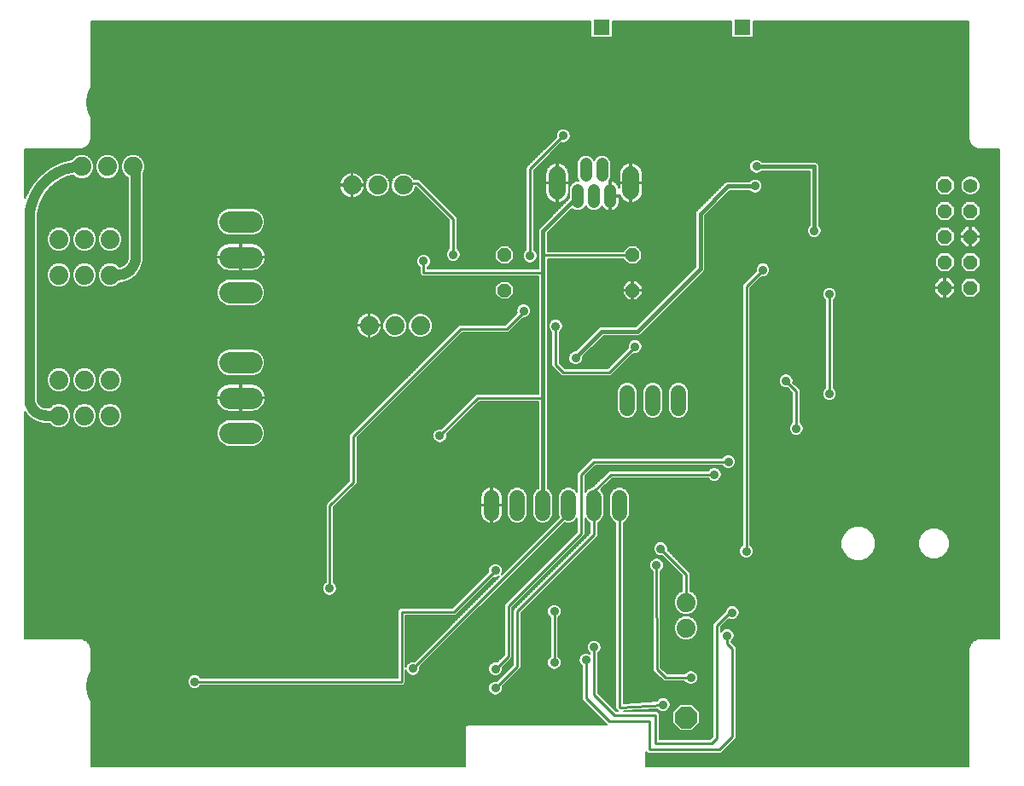
<source format=gbl>
G75*
%MOIN*%
%OFA0B0*%
%FSLAX25Y25*%
%IPPOS*%
%LPD*%
%AMOC8*
5,1,8,0,0,1.08239X$1,22.5*
%
%ADD10C,0.07400*%
%ADD11C,0.06000*%
%ADD12C,0.04756*%
%ADD13C,0.06600*%
%ADD14OC8,0.05200*%
%ADD15C,0.05600*%
%ADD16OC8,0.05600*%
%ADD17C,0.08400*%
%ADD18OC8,0.08500*%
%ADD19C,0.22000*%
%ADD20C,0.00500*%
%ADD21C,0.03569*%
%ADD22C,0.01600*%
%ADD23C,0.01000*%
%ADD24R,0.06496X0.06496*%
%ADD25C,0.04000*%
%ADD26C,0.03500*%
D10*
X0292827Y0114531D03*
X0292827Y0124531D03*
X0188997Y0232816D03*
X0178997Y0232816D03*
X0168997Y0232816D03*
X0067827Y0252531D03*
X0057827Y0252531D03*
X0047827Y0252531D03*
X0047827Y0266531D03*
X0057827Y0266531D03*
X0067827Y0266531D03*
X0066737Y0294902D03*
X0076737Y0294902D03*
X0056737Y0294902D03*
X0162326Y0287631D03*
X0172326Y0287631D03*
X0182326Y0287631D03*
X0067827Y0211531D03*
X0057827Y0211531D03*
X0047827Y0211531D03*
X0047827Y0197531D03*
X0057827Y0197531D03*
X0067827Y0197531D03*
D11*
X0216827Y0165531D02*
X0216827Y0159531D01*
X0226827Y0159531D02*
X0226827Y0165531D01*
X0236827Y0165531D02*
X0236827Y0159531D01*
X0246827Y0159531D02*
X0246827Y0165531D01*
X0256827Y0165531D02*
X0256827Y0159531D01*
X0266827Y0159531D02*
X0266827Y0165531D01*
X0269827Y0200531D02*
X0269827Y0206531D01*
X0279827Y0206531D02*
X0279827Y0200531D01*
X0289827Y0200531D02*
X0289827Y0206531D01*
D12*
X0263126Y0281035D02*
X0263126Y0285791D01*
X0256827Y0285791D02*
X0256827Y0281035D01*
X0250528Y0281035D02*
X0250528Y0285791D01*
X0253677Y0291271D02*
X0253677Y0296027D01*
X0259976Y0296027D02*
X0259976Y0291271D01*
D13*
X0271197Y0291831D02*
X0271197Y0285231D01*
X0242457Y0285231D02*
X0242457Y0291831D01*
D14*
X0221834Y0260256D03*
X0221827Y0246531D03*
X0271827Y0246531D03*
X0271834Y0260256D03*
D15*
X0403827Y0287531D03*
D16*
X0403827Y0277531D03*
X0393827Y0277531D03*
X0393827Y0287531D03*
X0393827Y0267531D03*
X0403827Y0267531D03*
X0403827Y0257531D03*
X0393827Y0257531D03*
X0393827Y0247531D03*
X0403827Y0247531D03*
D17*
X0123027Y0245752D02*
X0114627Y0245752D01*
X0114627Y0259531D02*
X0123027Y0259531D01*
X0123027Y0273311D02*
X0114627Y0273311D01*
X0114627Y0218311D02*
X0123027Y0218311D01*
X0123027Y0204531D02*
X0114627Y0204531D01*
X0114627Y0190752D02*
X0123027Y0190752D01*
D18*
X0292827Y0079531D03*
D19*
X0392316Y0091741D03*
X0069504Y0091748D03*
X0069504Y0320134D03*
X0392316Y0320205D03*
D20*
X0060577Y0106476D02*
X0060577Y0060281D01*
X0206577Y0060281D01*
X0206577Y0076049D01*
X0207309Y0076781D01*
X0261885Y0076781D01*
X0261277Y0077389D01*
X0252167Y0086499D01*
X0252167Y0099553D01*
X0252111Y0099576D01*
X0251314Y0100374D01*
X0250883Y0101415D01*
X0250883Y0102543D01*
X0251314Y0103585D01*
X0252111Y0104382D01*
X0253153Y0104813D01*
X0254281Y0104813D01*
X0255277Y0104401D01*
X0255277Y0104606D01*
X0255221Y0104629D01*
X0254424Y0105426D01*
X0253993Y0106468D01*
X0253993Y0107595D01*
X0254424Y0108637D01*
X0255221Y0109434D01*
X0256263Y0109866D01*
X0257391Y0109866D01*
X0258432Y0109434D01*
X0259230Y0108637D01*
X0259661Y0107595D01*
X0259661Y0106468D01*
X0259230Y0105426D01*
X0258432Y0104629D01*
X0258377Y0104606D01*
X0258377Y0089173D01*
X0265469Y0082081D01*
X0266085Y0082081D01*
X0265763Y0082403D01*
X0265317Y0082799D01*
X0265314Y0082852D01*
X0265277Y0082889D01*
X0265277Y0083486D01*
X0265242Y0084081D01*
X0265277Y0084121D01*
X0265277Y0155790D01*
X0264533Y0156098D01*
X0263393Y0157237D01*
X0262777Y0158726D01*
X0262777Y0166337D01*
X0263393Y0167825D01*
X0264533Y0168965D01*
X0266021Y0169581D01*
X0267632Y0169581D01*
X0269121Y0168965D01*
X0270260Y0167825D01*
X0270877Y0166337D01*
X0270877Y0158726D01*
X0270260Y0157237D01*
X0269121Y0156098D01*
X0268377Y0155790D01*
X0268377Y0085175D01*
X0281342Y0085938D01*
X0281424Y0086137D01*
X0282221Y0086934D01*
X0283263Y0087366D01*
X0284391Y0087366D01*
X0285432Y0086934D01*
X0286230Y0086137D01*
X0286661Y0085095D01*
X0286661Y0083968D01*
X0286230Y0082926D01*
X0285432Y0082129D01*
X0284391Y0081697D01*
X0283263Y0081697D01*
X0282221Y0082129D01*
X0281508Y0082842D01*
X0268572Y0082081D01*
X0281469Y0082081D01*
X0282377Y0081173D01*
X0282377Y0071081D01*
X0302185Y0071081D01*
X0303277Y0072173D01*
X0303277Y0116173D01*
X0304185Y0117081D01*
X0307993Y0120889D01*
X0307993Y0121095D01*
X0308424Y0122137D01*
X0309221Y0122934D01*
X0310263Y0123366D01*
X0311391Y0123366D01*
X0312432Y0122934D01*
X0313230Y0122137D01*
X0313661Y0121095D01*
X0313661Y0119968D01*
X0313230Y0118926D01*
X0312432Y0118129D01*
X0311391Y0117697D01*
X0310263Y0117697D01*
X0309500Y0118013D01*
X0306377Y0114889D01*
X0306377Y0113023D01*
X0306424Y0113137D01*
X0307221Y0113934D01*
X0308263Y0114366D01*
X0309391Y0114366D01*
X0310432Y0113934D01*
X0311230Y0113137D01*
X0311661Y0112095D01*
X0311661Y0110968D01*
X0311230Y0109926D01*
X0310432Y0109129D01*
X0310425Y0109125D01*
X0312377Y0107173D01*
X0312377Y0071389D01*
X0311469Y0070481D01*
X0306469Y0065481D01*
X0277685Y0065481D01*
X0277077Y0066089D01*
X0277077Y0060281D01*
X0403077Y0060281D01*
X0403077Y0106476D01*
X0403800Y0108222D01*
X0405136Y0109558D01*
X0406882Y0110281D01*
X0415077Y0110281D01*
X0415077Y0301781D01*
X0406882Y0301781D01*
X0405136Y0302504D01*
X0403800Y0303841D01*
X0403077Y0305586D01*
X0403077Y0351781D01*
X0319125Y0351781D01*
X0319125Y0345848D01*
X0318510Y0345233D01*
X0311144Y0345233D01*
X0310529Y0345848D01*
X0310529Y0351781D01*
X0264125Y0351781D01*
X0264125Y0345848D01*
X0263510Y0345233D01*
X0256144Y0345233D01*
X0255529Y0345848D01*
X0255529Y0351781D01*
X0060577Y0351781D01*
X0060577Y0305586D01*
X0059854Y0303841D01*
X0058517Y0302504D01*
X0056772Y0301781D01*
X0034577Y0301781D01*
X0034577Y0282547D01*
X0036747Y0287053D01*
X0036747Y0287053D01*
X0040043Y0291186D01*
X0040043Y0291186D01*
X0044176Y0294482D01*
X0044176Y0294482D01*
X0048939Y0296776D01*
X0048939Y0296776D01*
X0052766Y0297649D01*
X0054046Y0298929D01*
X0055792Y0299652D01*
X0057681Y0299652D01*
X0059427Y0298929D01*
X0060763Y0297593D01*
X0061487Y0295847D01*
X0061487Y0293958D01*
X0060763Y0292212D01*
X0059427Y0290876D01*
X0057681Y0290152D01*
X0055792Y0290152D01*
X0054046Y0290876D01*
X0053478Y0291443D01*
X0051003Y0290878D01*
X0047501Y0289192D01*
X0044461Y0286768D01*
X0042038Y0283729D01*
X0040351Y0280226D01*
X0039486Y0276436D01*
X0039377Y0274493D01*
X0039377Y0204031D01*
X0039419Y0203492D01*
X0039753Y0202465D01*
X0040387Y0201592D01*
X0041260Y0200957D01*
X0042287Y0200624D01*
X0042827Y0200581D01*
X0044159Y0200581D01*
X0045136Y0201558D01*
X0046882Y0202281D01*
X0048772Y0202281D01*
X0050517Y0201558D01*
X0051854Y0200222D01*
X0052577Y0198476D01*
X0052577Y0196586D01*
X0051854Y0194841D01*
X0050517Y0193504D01*
X0048772Y0192781D01*
X0046882Y0192781D01*
X0045136Y0193504D01*
X0044159Y0194481D01*
X0041314Y0194481D01*
X0038437Y0195416D01*
X0038437Y0195416D01*
X0035990Y0197194D01*
X0035990Y0197194D01*
X0035990Y0197194D01*
X0034577Y0199139D01*
X0034577Y0110281D01*
X0056772Y0110281D01*
X0058517Y0109558D01*
X0059854Y0108222D01*
X0060577Y0106476D01*
X0060577Y0106359D02*
X0180177Y0106359D01*
X0180177Y0106857D02*
X0060419Y0106857D01*
X0060212Y0107356D02*
X0180177Y0107356D01*
X0180177Y0107854D02*
X0060006Y0107854D01*
X0059723Y0108353D02*
X0180177Y0108353D01*
X0180177Y0108851D02*
X0059224Y0108851D01*
X0058726Y0109350D02*
X0180177Y0109350D01*
X0180177Y0109848D02*
X0057817Y0109848D01*
X0060577Y0105860D02*
X0180177Y0105860D01*
X0180177Y0105362D02*
X0060577Y0105362D01*
X0060577Y0104863D02*
X0180177Y0104863D01*
X0180177Y0104365D02*
X0060577Y0104365D01*
X0060577Y0103866D02*
X0180177Y0103866D01*
X0180177Y0103368D02*
X0060577Y0103368D01*
X0060577Y0102869D02*
X0180177Y0102869D01*
X0180177Y0102371D02*
X0060577Y0102371D01*
X0060577Y0101872D02*
X0180177Y0101872D01*
X0180177Y0101374D02*
X0060577Y0101374D01*
X0060577Y0100875D02*
X0180177Y0100875D01*
X0180177Y0100377D02*
X0060577Y0100377D01*
X0060577Y0099878D02*
X0180177Y0099878D01*
X0180177Y0099379D02*
X0060577Y0099379D01*
X0060577Y0098881D02*
X0180177Y0098881D01*
X0180177Y0098382D02*
X0060577Y0098382D01*
X0060577Y0097884D02*
X0180177Y0097884D01*
X0180177Y0097385D02*
X0060577Y0097385D01*
X0060577Y0096887D02*
X0180177Y0096887D01*
X0180177Y0096388D02*
X0060577Y0096388D01*
X0060577Y0095890D02*
X0099177Y0095890D01*
X0099221Y0095934D02*
X0098424Y0095137D01*
X0097993Y0094095D01*
X0097993Y0092968D01*
X0098424Y0091926D01*
X0099221Y0091129D01*
X0100263Y0090697D01*
X0101391Y0090697D01*
X0102432Y0091129D01*
X0103230Y0091926D01*
X0103252Y0091981D01*
X0182369Y0091981D01*
X0183277Y0092889D01*
X0183277Y0097939D01*
X0183661Y0097013D01*
X0184458Y0096216D01*
X0185500Y0095784D01*
X0186627Y0095784D01*
X0187669Y0096216D01*
X0188466Y0097013D01*
X0188898Y0098055D01*
X0188898Y0099182D01*
X0188875Y0099238D01*
X0245383Y0155746D01*
X0246021Y0155481D01*
X0247632Y0155481D01*
X0249121Y0156098D01*
X0250260Y0157237D01*
X0250277Y0157277D01*
X0250277Y0152173D01*
X0221777Y0123673D01*
X0221777Y0104173D01*
X0218946Y0101343D01*
X0218891Y0101366D01*
X0217763Y0101366D01*
X0216721Y0100934D01*
X0215924Y0100137D01*
X0215493Y0099095D01*
X0215493Y0097968D01*
X0215924Y0096926D01*
X0216721Y0096129D01*
X0217763Y0095697D01*
X0218891Y0095697D01*
X0219932Y0096129D01*
X0220730Y0096926D01*
X0221161Y0097968D01*
X0221161Y0099095D01*
X0221138Y0099151D01*
X0223969Y0101981D01*
X0224877Y0102889D01*
X0224877Y0122389D01*
X0252469Y0149981D01*
X0253377Y0150889D01*
X0253377Y0157277D01*
X0253393Y0157237D01*
X0254533Y0156098D01*
X0255277Y0155790D01*
X0255277Y0151673D01*
X0226185Y0122581D01*
X0225277Y0121673D01*
X0225277Y0100173D01*
X0218946Y0093843D01*
X0218891Y0093866D01*
X0217763Y0093866D01*
X0216721Y0093434D01*
X0215924Y0092637D01*
X0215493Y0091595D01*
X0215493Y0090468D01*
X0215924Y0089426D01*
X0216721Y0088629D01*
X0217763Y0088197D01*
X0218891Y0088197D01*
X0219932Y0088629D01*
X0220730Y0089426D01*
X0221161Y0090468D01*
X0221161Y0091595D01*
X0221138Y0091651D01*
X0227469Y0097981D01*
X0228377Y0098889D01*
X0228377Y0120389D01*
X0257469Y0149481D01*
X0258377Y0150389D01*
X0258377Y0155790D01*
X0259121Y0156098D01*
X0260260Y0157237D01*
X0260877Y0158726D01*
X0260877Y0166337D01*
X0260260Y0167825D01*
X0259537Y0168549D01*
X0263969Y0172981D01*
X0301401Y0172981D01*
X0301424Y0172926D01*
X0302221Y0172129D01*
X0303263Y0171697D01*
X0304391Y0171697D01*
X0305432Y0172129D01*
X0306230Y0172926D01*
X0306661Y0173968D01*
X0306661Y0175095D01*
X0306230Y0176137D01*
X0305432Y0176934D01*
X0304391Y0177366D01*
X0303263Y0177366D01*
X0302221Y0176934D01*
X0301424Y0176137D01*
X0301401Y0176081D01*
X0262685Y0176081D01*
X0261777Y0175173D01*
X0256185Y0169581D01*
X0256021Y0169581D01*
X0254533Y0168965D01*
X0253393Y0167825D01*
X0253377Y0167785D01*
X0253377Y0173889D01*
X0257469Y0177981D01*
X0306901Y0177981D01*
X0306924Y0177926D01*
X0307721Y0177129D01*
X0308763Y0176697D01*
X0309891Y0176697D01*
X0310932Y0177129D01*
X0311730Y0177926D01*
X0312161Y0178968D01*
X0312161Y0180095D01*
X0311730Y0181137D01*
X0310932Y0181934D01*
X0309891Y0182366D01*
X0308763Y0182366D01*
X0307721Y0181934D01*
X0306924Y0181137D01*
X0306901Y0181081D01*
X0256185Y0181081D01*
X0255277Y0180173D01*
X0250277Y0175173D01*
X0250277Y0167785D01*
X0250260Y0167825D01*
X0249121Y0168965D01*
X0247632Y0169581D01*
X0246021Y0169581D01*
X0244533Y0168965D01*
X0243393Y0167825D01*
X0242777Y0166337D01*
X0242777Y0158726D01*
X0243129Y0157876D01*
X0220765Y0135512D01*
X0221161Y0136468D01*
X0221161Y0137595D01*
X0220730Y0138637D01*
X0219932Y0139434D01*
X0218891Y0139866D01*
X0217763Y0139866D01*
X0216721Y0139434D01*
X0215924Y0138637D01*
X0215493Y0137595D01*
X0215493Y0136468D01*
X0215516Y0136412D01*
X0201526Y0122422D01*
X0181085Y0122422D01*
X0180177Y0121514D01*
X0180177Y0095081D01*
X0103252Y0095081D01*
X0103230Y0095137D01*
X0102432Y0095934D01*
X0101391Y0096366D01*
X0100263Y0096366D01*
X0099221Y0095934D01*
X0098679Y0095391D02*
X0060577Y0095391D01*
X0060577Y0094893D02*
X0098323Y0094893D01*
X0098116Y0094394D02*
X0060577Y0094394D01*
X0060577Y0093896D02*
X0097993Y0093896D01*
X0097993Y0093397D02*
X0060577Y0093397D01*
X0060577Y0092899D02*
X0098021Y0092899D01*
X0098227Y0092400D02*
X0060577Y0092400D01*
X0060577Y0091902D02*
X0098448Y0091902D01*
X0098947Y0091403D02*
X0060577Y0091403D01*
X0060577Y0090905D02*
X0099762Y0090905D01*
X0101892Y0090905D02*
X0215493Y0090905D01*
X0215493Y0091403D02*
X0102707Y0091403D01*
X0103205Y0091902D02*
X0215620Y0091902D01*
X0215826Y0092400D02*
X0182788Y0092400D01*
X0183277Y0092899D02*
X0216186Y0092899D01*
X0216685Y0093397D02*
X0183277Y0093397D01*
X0183277Y0093896D02*
X0218999Y0093896D01*
X0219498Y0094394D02*
X0183277Y0094394D01*
X0183277Y0094893D02*
X0219996Y0094893D01*
X0220495Y0095391D02*
X0183277Y0095391D01*
X0183277Y0095890D02*
X0185245Y0095890D01*
X0184286Y0096388D02*
X0183277Y0096388D01*
X0183277Y0096887D02*
X0183787Y0096887D01*
X0183507Y0097385D02*
X0183277Y0097385D01*
X0183277Y0097884D02*
X0183300Y0097884D01*
X0183277Y0099298D02*
X0183277Y0119322D01*
X0202810Y0119322D01*
X0217708Y0134220D01*
X0217763Y0134197D01*
X0218891Y0134197D01*
X0219846Y0134593D01*
X0186683Y0101430D01*
X0186627Y0101453D01*
X0185500Y0101453D01*
X0184458Y0101021D01*
X0183661Y0100224D01*
X0183277Y0099298D01*
X0183277Y0099379D02*
X0183311Y0099379D01*
X0183277Y0099878D02*
X0183518Y0099878D01*
X0183277Y0100377D02*
X0183813Y0100377D01*
X0184312Y0100875D02*
X0183277Y0100875D01*
X0183277Y0101374D02*
X0185308Y0101374D01*
X0187125Y0101872D02*
X0183277Y0101872D01*
X0183277Y0102371D02*
X0187624Y0102371D01*
X0188122Y0102869D02*
X0183277Y0102869D01*
X0183277Y0103368D02*
X0188621Y0103368D01*
X0189119Y0103866D02*
X0183277Y0103866D01*
X0183277Y0104365D02*
X0189618Y0104365D01*
X0190116Y0104863D02*
X0183277Y0104863D01*
X0183277Y0105362D02*
X0190615Y0105362D01*
X0191113Y0105860D02*
X0183277Y0105860D01*
X0183277Y0106359D02*
X0191612Y0106359D01*
X0192110Y0106857D02*
X0183277Y0106857D01*
X0183277Y0107356D02*
X0192609Y0107356D01*
X0193107Y0107854D02*
X0183277Y0107854D01*
X0183277Y0108353D02*
X0193606Y0108353D01*
X0194104Y0108851D02*
X0183277Y0108851D01*
X0183277Y0109350D02*
X0194603Y0109350D01*
X0195101Y0109848D02*
X0183277Y0109848D01*
X0183277Y0110347D02*
X0195600Y0110347D01*
X0196098Y0110845D02*
X0183277Y0110845D01*
X0183277Y0111344D02*
X0196597Y0111344D01*
X0197095Y0111842D02*
X0183277Y0111842D01*
X0183277Y0112341D02*
X0197594Y0112341D01*
X0198092Y0112839D02*
X0183277Y0112839D01*
X0183277Y0113338D02*
X0198591Y0113338D01*
X0199089Y0113836D02*
X0183277Y0113836D01*
X0183277Y0114335D02*
X0199588Y0114335D01*
X0200086Y0114833D02*
X0183277Y0114833D01*
X0183277Y0115332D02*
X0200585Y0115332D01*
X0201083Y0115830D02*
X0183277Y0115830D01*
X0183277Y0116329D02*
X0201582Y0116329D01*
X0202080Y0116827D02*
X0183277Y0116827D01*
X0183277Y0117326D02*
X0202579Y0117326D01*
X0203077Y0117824D02*
X0183277Y0117824D01*
X0183277Y0118323D02*
X0203576Y0118323D01*
X0204074Y0118821D02*
X0183277Y0118821D01*
X0183277Y0119320D02*
X0204573Y0119320D01*
X0205071Y0119818D02*
X0203306Y0119818D01*
X0203804Y0120317D02*
X0205570Y0120317D01*
X0206068Y0120815D02*
X0204303Y0120815D01*
X0204801Y0121314D02*
X0206567Y0121314D01*
X0207065Y0121812D02*
X0205300Y0121812D01*
X0205798Y0122311D02*
X0207564Y0122311D01*
X0208062Y0122810D02*
X0206297Y0122810D01*
X0206795Y0123308D02*
X0208561Y0123308D01*
X0209060Y0123807D02*
X0207294Y0123807D01*
X0207793Y0124305D02*
X0209558Y0124305D01*
X0210057Y0124804D02*
X0208291Y0124804D01*
X0208790Y0125302D02*
X0210555Y0125302D01*
X0211054Y0125801D02*
X0209288Y0125801D01*
X0209787Y0126299D02*
X0211552Y0126299D01*
X0212051Y0126798D02*
X0210285Y0126798D01*
X0210784Y0127296D02*
X0212549Y0127296D01*
X0213048Y0127795D02*
X0211282Y0127795D01*
X0211781Y0128293D02*
X0213546Y0128293D01*
X0214045Y0128792D02*
X0212279Y0128792D01*
X0212778Y0129290D02*
X0214543Y0129290D01*
X0215042Y0129789D02*
X0213276Y0129789D01*
X0213775Y0130287D02*
X0215540Y0130287D01*
X0216039Y0130786D02*
X0214273Y0130786D01*
X0214772Y0131284D02*
X0216537Y0131284D01*
X0217036Y0131783D02*
X0215270Y0131783D01*
X0215769Y0132281D02*
X0217534Y0132281D01*
X0218033Y0132780D02*
X0216267Y0132780D01*
X0216766Y0133278D02*
X0218531Y0133278D01*
X0219030Y0133777D02*
X0217264Y0133777D01*
X0219079Y0134275D02*
X0219528Y0134275D01*
X0220872Y0135771D02*
X0221024Y0135771D01*
X0221079Y0136269D02*
X0221522Y0136269D01*
X0221161Y0136768D02*
X0222021Y0136768D01*
X0222519Y0137266D02*
X0221161Y0137266D01*
X0221091Y0137765D02*
X0223018Y0137765D01*
X0223516Y0138263D02*
X0220884Y0138263D01*
X0220604Y0138762D02*
X0224015Y0138762D01*
X0224513Y0139260D02*
X0220106Y0139260D01*
X0219148Y0139759D02*
X0225012Y0139759D01*
X0225510Y0140257D02*
X0155077Y0140257D01*
X0155077Y0139759D02*
X0217505Y0139759D01*
X0216548Y0139260D02*
X0155077Y0139260D01*
X0155077Y0138762D02*
X0216049Y0138762D01*
X0215769Y0138263D02*
X0155077Y0138263D01*
X0155077Y0137765D02*
X0215563Y0137765D01*
X0215493Y0137266D02*
X0155077Y0137266D01*
X0155077Y0136768D02*
X0215493Y0136768D01*
X0215373Y0136269D02*
X0155077Y0136269D01*
X0155077Y0135771D02*
X0214874Y0135771D01*
X0214376Y0135272D02*
X0155077Y0135272D01*
X0155077Y0134774D02*
X0213877Y0134774D01*
X0213379Y0134275D02*
X0155077Y0134275D01*
X0155077Y0133777D02*
X0212880Y0133777D01*
X0212382Y0133278D02*
X0155077Y0133278D01*
X0155077Y0132780D02*
X0211883Y0132780D01*
X0211385Y0132281D02*
X0155264Y0132281D01*
X0155132Y0132413D02*
X0155077Y0132436D01*
X0155077Y0161589D01*
X0163469Y0169981D01*
X0164377Y0170889D01*
X0164377Y0188889D01*
X0205469Y0229981D01*
X0223469Y0229981D01*
X0229185Y0235697D01*
X0229891Y0235697D01*
X0230932Y0236129D01*
X0231730Y0236926D01*
X0232161Y0237968D01*
X0232161Y0239095D01*
X0231730Y0240137D01*
X0230932Y0240934D01*
X0229891Y0241366D01*
X0228763Y0241366D01*
X0227721Y0240934D01*
X0226924Y0240137D01*
X0226493Y0239095D01*
X0226493Y0237968D01*
X0226662Y0237559D01*
X0222185Y0233081D01*
X0204185Y0233081D01*
X0203277Y0232173D01*
X0161277Y0190173D01*
X0161277Y0172173D01*
X0152885Y0163781D01*
X0151977Y0162873D01*
X0151977Y0132436D01*
X0151921Y0132413D01*
X0151124Y0131616D01*
X0150692Y0130574D01*
X0150692Y0129447D01*
X0151124Y0128405D01*
X0151921Y0127608D01*
X0152963Y0127176D01*
X0154090Y0127176D01*
X0155132Y0127608D01*
X0155929Y0128405D01*
X0156361Y0129447D01*
X0156361Y0130574D01*
X0155929Y0131616D01*
X0155132Y0132413D01*
X0155763Y0131783D02*
X0210886Y0131783D01*
X0210388Y0131284D02*
X0156067Y0131284D01*
X0156273Y0130786D02*
X0209889Y0130786D01*
X0209391Y0130287D02*
X0156361Y0130287D01*
X0156361Y0129789D02*
X0208892Y0129789D01*
X0208394Y0129290D02*
X0156296Y0129290D01*
X0156090Y0128792D02*
X0207895Y0128792D01*
X0207397Y0128293D02*
X0155817Y0128293D01*
X0155319Y0127795D02*
X0206898Y0127795D01*
X0206400Y0127296D02*
X0154379Y0127296D01*
X0152674Y0127296D02*
X0034577Y0127296D01*
X0034577Y0126798D02*
X0205901Y0126798D01*
X0205403Y0126299D02*
X0034577Y0126299D01*
X0034577Y0125801D02*
X0204904Y0125801D01*
X0204405Y0125302D02*
X0034577Y0125302D01*
X0034577Y0124804D02*
X0203907Y0124804D01*
X0203408Y0124305D02*
X0034577Y0124305D01*
X0034577Y0123807D02*
X0202910Y0123807D01*
X0202411Y0123308D02*
X0034577Y0123308D01*
X0034577Y0122810D02*
X0201913Y0122810D01*
X0206963Y0117326D02*
X0221777Y0117326D01*
X0221777Y0117824D02*
X0207461Y0117824D01*
X0207960Y0118323D02*
X0221777Y0118323D01*
X0221777Y0118821D02*
X0208458Y0118821D01*
X0208957Y0119320D02*
X0221777Y0119320D01*
X0221777Y0119818D02*
X0209455Y0119818D01*
X0209954Y0120317D02*
X0221777Y0120317D01*
X0221777Y0120815D02*
X0210452Y0120815D01*
X0210951Y0121314D02*
X0221777Y0121314D01*
X0221777Y0121812D02*
X0211449Y0121812D01*
X0211948Y0122311D02*
X0221777Y0122311D01*
X0221777Y0122810D02*
X0212447Y0122810D01*
X0212945Y0123308D02*
X0221777Y0123308D01*
X0221910Y0123807D02*
X0213444Y0123807D01*
X0213942Y0124305D02*
X0222408Y0124305D01*
X0222907Y0124804D02*
X0214441Y0124804D01*
X0214939Y0125302D02*
X0223405Y0125302D01*
X0223904Y0125801D02*
X0215438Y0125801D01*
X0215936Y0126299D02*
X0224403Y0126299D01*
X0224901Y0126798D02*
X0216435Y0126798D01*
X0216933Y0127296D02*
X0225400Y0127296D01*
X0225898Y0127795D02*
X0217432Y0127795D01*
X0217930Y0128293D02*
X0226397Y0128293D01*
X0226895Y0128792D02*
X0218429Y0128792D01*
X0218927Y0129290D02*
X0227394Y0129290D01*
X0227892Y0129789D02*
X0219426Y0129789D01*
X0219924Y0130287D02*
X0228391Y0130287D01*
X0228889Y0130786D02*
X0220423Y0130786D01*
X0220921Y0131284D02*
X0229388Y0131284D01*
X0229886Y0131783D02*
X0221420Y0131783D01*
X0221918Y0132281D02*
X0230385Y0132281D01*
X0230883Y0132780D02*
X0222417Y0132780D01*
X0222915Y0133278D02*
X0231382Y0133278D01*
X0231880Y0133777D02*
X0223414Y0133777D01*
X0223912Y0134275D02*
X0232379Y0134275D01*
X0232877Y0134774D02*
X0224411Y0134774D01*
X0224909Y0135272D02*
X0233376Y0135272D01*
X0233874Y0135771D02*
X0225408Y0135771D01*
X0225906Y0136269D02*
X0234373Y0136269D01*
X0234871Y0136768D02*
X0226405Y0136768D01*
X0226903Y0137266D02*
X0235370Y0137266D01*
X0235868Y0137765D02*
X0227402Y0137765D01*
X0227900Y0138263D02*
X0236367Y0138263D01*
X0236865Y0138762D02*
X0228399Y0138762D01*
X0228897Y0139260D02*
X0237364Y0139260D01*
X0237862Y0139759D02*
X0229396Y0139759D01*
X0229894Y0140257D02*
X0238361Y0140257D01*
X0238859Y0140756D02*
X0230393Y0140756D01*
X0230891Y0141254D02*
X0239358Y0141254D01*
X0239856Y0141753D02*
X0231390Y0141753D01*
X0231888Y0142251D02*
X0240355Y0142251D01*
X0240853Y0142750D02*
X0232387Y0142750D01*
X0232885Y0143248D02*
X0241352Y0143248D01*
X0241850Y0143747D02*
X0233384Y0143747D01*
X0233883Y0144245D02*
X0242349Y0144245D01*
X0242847Y0144744D02*
X0234381Y0144744D01*
X0234880Y0145243D02*
X0243346Y0145243D01*
X0243844Y0145741D02*
X0235378Y0145741D01*
X0235877Y0146240D02*
X0244343Y0146240D01*
X0244841Y0146738D02*
X0236375Y0146738D01*
X0236874Y0147237D02*
X0245340Y0147237D01*
X0245838Y0147735D02*
X0237372Y0147735D01*
X0237871Y0148234D02*
X0246337Y0148234D01*
X0246836Y0148732D02*
X0238369Y0148732D01*
X0238868Y0149231D02*
X0247334Y0149231D01*
X0247833Y0149729D02*
X0239366Y0149729D01*
X0239865Y0150228D02*
X0248331Y0150228D01*
X0248830Y0150726D02*
X0240363Y0150726D01*
X0240862Y0151225D02*
X0249328Y0151225D01*
X0249827Y0151723D02*
X0241360Y0151723D01*
X0241859Y0152222D02*
X0250277Y0152222D01*
X0250277Y0152720D02*
X0242357Y0152720D01*
X0242856Y0153219D02*
X0250277Y0153219D01*
X0250277Y0153717D02*
X0243354Y0153717D01*
X0243853Y0154216D02*
X0250277Y0154216D01*
X0250277Y0154714D02*
X0244351Y0154714D01*
X0244850Y0155213D02*
X0250277Y0155213D01*
X0250277Y0155711D02*
X0248187Y0155711D01*
X0249233Y0156210D02*
X0250277Y0156210D01*
X0250277Y0156708D02*
X0249731Y0156708D01*
X0250230Y0157207D02*
X0250277Y0157207D01*
X0253377Y0157207D02*
X0253424Y0157207D01*
X0253377Y0156708D02*
X0253922Y0156708D01*
X0254421Y0156210D02*
X0253377Y0156210D01*
X0253377Y0155711D02*
X0255277Y0155711D01*
X0255277Y0155213D02*
X0253377Y0155213D01*
X0253377Y0154714D02*
X0255277Y0154714D01*
X0255277Y0154216D02*
X0253377Y0154216D01*
X0253377Y0153717D02*
X0255277Y0153717D01*
X0255277Y0153219D02*
X0253377Y0153219D01*
X0253377Y0152720D02*
X0255277Y0152720D01*
X0255277Y0152222D02*
X0253377Y0152222D01*
X0253377Y0151723D02*
X0255277Y0151723D01*
X0254828Y0151225D02*
X0253377Y0151225D01*
X0253214Y0150726D02*
X0254330Y0150726D01*
X0253831Y0150228D02*
X0252715Y0150228D01*
X0252217Y0149729D02*
X0253333Y0149729D01*
X0252834Y0149231D02*
X0251718Y0149231D01*
X0251220Y0148732D02*
X0252336Y0148732D01*
X0251837Y0148234D02*
X0250721Y0148234D01*
X0250223Y0147735D02*
X0251338Y0147735D01*
X0250840Y0147237D02*
X0249724Y0147237D01*
X0249226Y0146738D02*
X0250341Y0146738D01*
X0249843Y0146240D02*
X0248727Y0146240D01*
X0248229Y0145741D02*
X0249344Y0145741D01*
X0248846Y0145243D02*
X0247730Y0145243D01*
X0247231Y0144744D02*
X0248347Y0144744D01*
X0247849Y0144245D02*
X0246733Y0144245D01*
X0246234Y0143747D02*
X0247350Y0143747D01*
X0246852Y0143248D02*
X0245736Y0143248D01*
X0245237Y0142750D02*
X0246353Y0142750D01*
X0245855Y0142251D02*
X0244739Y0142251D01*
X0244240Y0141753D02*
X0245356Y0141753D01*
X0244858Y0141254D02*
X0243742Y0141254D01*
X0243243Y0140756D02*
X0244359Y0140756D01*
X0243861Y0140257D02*
X0242745Y0140257D01*
X0242246Y0139759D02*
X0243362Y0139759D01*
X0242864Y0139260D02*
X0241748Y0139260D01*
X0241249Y0138762D02*
X0242365Y0138762D01*
X0241867Y0138263D02*
X0240751Y0138263D01*
X0240252Y0137765D02*
X0241368Y0137765D01*
X0240870Y0137266D02*
X0239754Y0137266D01*
X0239255Y0136768D02*
X0240371Y0136768D01*
X0239873Y0136269D02*
X0238757Y0136269D01*
X0238258Y0135771D02*
X0239374Y0135771D01*
X0238876Y0135272D02*
X0237760Y0135272D01*
X0237261Y0134774D02*
X0238377Y0134774D01*
X0237879Y0134275D02*
X0236763Y0134275D01*
X0236264Y0133777D02*
X0237380Y0133777D01*
X0236882Y0133278D02*
X0235766Y0133278D01*
X0235267Y0132780D02*
X0236383Y0132780D01*
X0235885Y0132281D02*
X0234769Y0132281D01*
X0234270Y0131783D02*
X0235386Y0131783D01*
X0234888Y0131284D02*
X0233772Y0131284D01*
X0233273Y0130786D02*
X0234389Y0130786D01*
X0233891Y0130287D02*
X0232775Y0130287D01*
X0232276Y0129789D02*
X0233392Y0129789D01*
X0232894Y0129290D02*
X0231778Y0129290D01*
X0231279Y0128792D02*
X0232395Y0128792D01*
X0231897Y0128293D02*
X0230781Y0128293D01*
X0230282Y0127795D02*
X0231398Y0127795D01*
X0230900Y0127296D02*
X0229784Y0127296D01*
X0229285Y0126798D02*
X0230401Y0126798D01*
X0229903Y0126299D02*
X0228787Y0126299D01*
X0228288Y0125801D02*
X0229404Y0125801D01*
X0228905Y0125302D02*
X0227790Y0125302D01*
X0227291Y0124804D02*
X0228407Y0124804D01*
X0227908Y0124305D02*
X0226793Y0124305D01*
X0226294Y0123807D02*
X0227410Y0123807D01*
X0226911Y0123308D02*
X0225795Y0123308D01*
X0225297Y0122810D02*
X0226413Y0122810D01*
X0225914Y0122311D02*
X0224877Y0122311D01*
X0224877Y0121812D02*
X0225416Y0121812D01*
X0225277Y0121314D02*
X0224877Y0121314D01*
X0224877Y0120815D02*
X0225277Y0120815D01*
X0225277Y0120317D02*
X0224877Y0120317D01*
X0224877Y0119818D02*
X0225277Y0119818D01*
X0225277Y0119320D02*
X0224877Y0119320D01*
X0224877Y0118821D02*
X0225277Y0118821D01*
X0225277Y0118323D02*
X0224877Y0118323D01*
X0224877Y0117824D02*
X0225277Y0117824D01*
X0225277Y0117326D02*
X0224877Y0117326D01*
X0224877Y0116827D02*
X0225277Y0116827D01*
X0225277Y0116329D02*
X0224877Y0116329D01*
X0224877Y0115830D02*
X0225277Y0115830D01*
X0225277Y0115332D02*
X0224877Y0115332D01*
X0224877Y0114833D02*
X0225277Y0114833D01*
X0225277Y0114335D02*
X0224877Y0114335D01*
X0224877Y0113836D02*
X0225277Y0113836D01*
X0225277Y0113338D02*
X0224877Y0113338D01*
X0224877Y0112839D02*
X0225277Y0112839D01*
X0225277Y0112341D02*
X0224877Y0112341D01*
X0224877Y0111842D02*
X0225277Y0111842D01*
X0225277Y0111344D02*
X0224877Y0111344D01*
X0224877Y0110845D02*
X0225277Y0110845D01*
X0225277Y0110347D02*
X0224877Y0110347D01*
X0224877Y0109848D02*
X0225277Y0109848D01*
X0225277Y0109350D02*
X0224877Y0109350D01*
X0224877Y0108851D02*
X0225277Y0108851D01*
X0225277Y0108353D02*
X0224877Y0108353D01*
X0224877Y0107854D02*
X0225277Y0107854D01*
X0225277Y0107356D02*
X0224877Y0107356D01*
X0224877Y0106857D02*
X0225277Y0106857D01*
X0225277Y0106359D02*
X0224877Y0106359D01*
X0224877Y0105860D02*
X0225277Y0105860D01*
X0225277Y0105362D02*
X0224877Y0105362D01*
X0224877Y0104863D02*
X0225277Y0104863D01*
X0225277Y0104365D02*
X0224877Y0104365D01*
X0224877Y0103866D02*
X0225277Y0103866D01*
X0225277Y0103368D02*
X0224877Y0103368D01*
X0224857Y0102869D02*
X0225277Y0102869D01*
X0225277Y0102371D02*
X0224358Y0102371D01*
X0223859Y0101872D02*
X0225277Y0101872D01*
X0225277Y0101374D02*
X0223361Y0101374D01*
X0222862Y0100875D02*
X0225277Y0100875D01*
X0225277Y0100377D02*
X0222364Y0100377D01*
X0221865Y0099878D02*
X0224981Y0099878D01*
X0224483Y0099379D02*
X0221367Y0099379D01*
X0221161Y0098881D02*
X0223984Y0098881D01*
X0223486Y0098382D02*
X0221161Y0098382D01*
X0221126Y0097884D02*
X0222987Y0097884D01*
X0222489Y0097385D02*
X0220920Y0097385D01*
X0220691Y0096887D02*
X0221990Y0096887D01*
X0221492Y0096388D02*
X0220192Y0096388D01*
X0220993Y0095890D02*
X0219356Y0095890D01*
X0217297Y0095890D02*
X0186882Y0095890D01*
X0187842Y0096388D02*
X0216461Y0096388D01*
X0215963Y0096887D02*
X0188340Y0096887D01*
X0188621Y0097385D02*
X0215734Y0097385D01*
X0215527Y0097884D02*
X0188827Y0097884D01*
X0188898Y0098382D02*
X0215493Y0098382D01*
X0215493Y0098881D02*
X0188898Y0098881D01*
X0189016Y0099379D02*
X0215610Y0099379D01*
X0215817Y0099878D02*
X0189515Y0099878D01*
X0190014Y0100377D02*
X0216164Y0100377D01*
X0216662Y0100875D02*
X0190512Y0100875D01*
X0191011Y0101374D02*
X0218977Y0101374D01*
X0219475Y0101872D02*
X0191509Y0101872D01*
X0192008Y0102371D02*
X0219974Y0102371D01*
X0220472Y0102869D02*
X0192506Y0102869D01*
X0193005Y0103368D02*
X0220971Y0103368D01*
X0221470Y0103866D02*
X0193503Y0103866D01*
X0194002Y0104365D02*
X0221777Y0104365D01*
X0221777Y0104863D02*
X0194500Y0104863D01*
X0194999Y0105362D02*
X0221777Y0105362D01*
X0221777Y0105860D02*
X0195497Y0105860D01*
X0195996Y0106359D02*
X0221777Y0106359D01*
X0221777Y0106857D02*
X0196494Y0106857D01*
X0196993Y0107356D02*
X0221777Y0107356D01*
X0221777Y0107854D02*
X0197491Y0107854D01*
X0197990Y0108353D02*
X0221777Y0108353D01*
X0221777Y0108851D02*
X0198488Y0108851D01*
X0198987Y0109350D02*
X0221777Y0109350D01*
X0221777Y0109848D02*
X0199485Y0109848D01*
X0199984Y0110347D02*
X0221777Y0110347D01*
X0221777Y0110845D02*
X0200482Y0110845D01*
X0200981Y0111344D02*
X0221777Y0111344D01*
X0221777Y0111842D02*
X0201479Y0111842D01*
X0201978Y0112341D02*
X0221777Y0112341D01*
X0221777Y0112839D02*
X0202476Y0112839D01*
X0202975Y0113338D02*
X0221777Y0113338D01*
X0221777Y0113836D02*
X0203473Y0113836D01*
X0203972Y0114335D02*
X0221777Y0114335D01*
X0221777Y0114833D02*
X0204470Y0114833D01*
X0204969Y0115332D02*
X0221777Y0115332D01*
X0221777Y0115830D02*
X0205467Y0115830D01*
X0205966Y0116329D02*
X0221777Y0116329D01*
X0221777Y0116827D02*
X0206464Y0116827D01*
X0228377Y0116827D02*
X0239777Y0116827D01*
X0239777Y0116329D02*
X0228377Y0116329D01*
X0228377Y0115830D02*
X0239777Y0115830D01*
X0239777Y0115332D02*
X0228377Y0115332D01*
X0228377Y0114833D02*
X0239777Y0114833D01*
X0239777Y0114335D02*
X0228377Y0114335D01*
X0228377Y0113836D02*
X0239777Y0113836D01*
X0239777Y0113338D02*
X0228377Y0113338D01*
X0228377Y0112839D02*
X0239777Y0112839D01*
X0239777Y0112341D02*
X0228377Y0112341D01*
X0228377Y0111842D02*
X0239777Y0111842D01*
X0239777Y0111344D02*
X0228377Y0111344D01*
X0228377Y0110845D02*
X0239777Y0110845D01*
X0239777Y0110347D02*
X0228377Y0110347D01*
X0228377Y0109848D02*
X0239777Y0109848D01*
X0239777Y0109350D02*
X0228377Y0109350D01*
X0228377Y0108851D02*
X0239777Y0108851D01*
X0239777Y0108353D02*
X0228377Y0108353D01*
X0228377Y0107854D02*
X0239777Y0107854D01*
X0239777Y0107356D02*
X0228377Y0107356D01*
X0228377Y0106857D02*
X0239777Y0106857D01*
X0239777Y0106359D02*
X0228377Y0106359D01*
X0228377Y0105860D02*
X0239777Y0105860D01*
X0239777Y0105362D02*
X0228377Y0105362D01*
X0228377Y0104863D02*
X0239777Y0104863D01*
X0239777Y0104365D02*
X0228377Y0104365D01*
X0228377Y0103866D02*
X0239777Y0103866D01*
X0239777Y0103457D02*
X0239777Y0118606D01*
X0239721Y0118629D01*
X0238924Y0119426D01*
X0238493Y0120468D01*
X0238493Y0121595D01*
X0238924Y0122637D01*
X0239721Y0123434D01*
X0240763Y0123866D01*
X0241891Y0123866D01*
X0242932Y0123434D01*
X0243730Y0122637D01*
X0244161Y0121595D01*
X0244161Y0120468D01*
X0243730Y0119426D01*
X0242932Y0118629D01*
X0242877Y0118606D01*
X0242877Y0103457D01*
X0242932Y0103434D01*
X0243730Y0102637D01*
X0244161Y0101595D01*
X0244161Y0100468D01*
X0243730Y0099426D01*
X0242932Y0098629D01*
X0241891Y0098197D01*
X0240763Y0098197D01*
X0239721Y0098629D01*
X0238924Y0099426D01*
X0238493Y0100468D01*
X0238493Y0101595D01*
X0238924Y0102637D01*
X0239721Y0103434D01*
X0239777Y0103457D01*
X0239655Y0103368D02*
X0228377Y0103368D01*
X0228377Y0102869D02*
X0239156Y0102869D01*
X0238814Y0102371D02*
X0228377Y0102371D01*
X0228377Y0101872D02*
X0238607Y0101872D01*
X0238493Y0101374D02*
X0228377Y0101374D01*
X0228377Y0100875D02*
X0238493Y0100875D01*
X0238530Y0100377D02*
X0228377Y0100377D01*
X0228377Y0099878D02*
X0238737Y0099878D01*
X0238970Y0099379D02*
X0228377Y0099379D01*
X0228368Y0098881D02*
X0239469Y0098881D01*
X0240315Y0098382D02*
X0227870Y0098382D01*
X0227371Y0097884D02*
X0252167Y0097884D01*
X0252167Y0098382D02*
X0242338Y0098382D01*
X0243185Y0098881D02*
X0252167Y0098881D01*
X0252167Y0099379D02*
X0243683Y0099379D01*
X0243917Y0099878D02*
X0251810Y0099878D01*
X0251313Y0100377D02*
X0244123Y0100377D01*
X0244161Y0100875D02*
X0251107Y0100875D01*
X0250900Y0101374D02*
X0244161Y0101374D01*
X0244046Y0101872D02*
X0250883Y0101872D01*
X0250883Y0102371D02*
X0243840Y0102371D01*
X0243497Y0102869D02*
X0251018Y0102869D01*
X0251224Y0103368D02*
X0242999Y0103368D01*
X0242877Y0103866D02*
X0251596Y0103866D01*
X0252094Y0104365D02*
X0242877Y0104365D01*
X0242877Y0104863D02*
X0254987Y0104863D01*
X0254488Y0105362D02*
X0242877Y0105362D01*
X0242877Y0105860D02*
X0254244Y0105860D01*
X0254038Y0106359D02*
X0242877Y0106359D01*
X0242877Y0106857D02*
X0253993Y0106857D01*
X0253993Y0107356D02*
X0242877Y0107356D01*
X0242877Y0107854D02*
X0254100Y0107854D01*
X0254306Y0108353D02*
X0242877Y0108353D01*
X0242877Y0108851D02*
X0254638Y0108851D01*
X0255137Y0109350D02*
X0242877Y0109350D01*
X0242877Y0109848D02*
X0256221Y0109848D01*
X0257432Y0109848D02*
X0265277Y0109848D01*
X0265277Y0109350D02*
X0258517Y0109350D01*
X0259015Y0108851D02*
X0265277Y0108851D01*
X0265277Y0108353D02*
X0259347Y0108353D01*
X0259554Y0107854D02*
X0265277Y0107854D01*
X0265277Y0107356D02*
X0259661Y0107356D01*
X0259661Y0106857D02*
X0265277Y0106857D01*
X0265277Y0106359D02*
X0259616Y0106359D01*
X0259409Y0105860D02*
X0265277Y0105860D01*
X0265277Y0105362D02*
X0259165Y0105362D01*
X0258667Y0104863D02*
X0265277Y0104863D01*
X0265277Y0104365D02*
X0258377Y0104365D01*
X0258377Y0103866D02*
X0265277Y0103866D01*
X0265277Y0103368D02*
X0258377Y0103368D01*
X0258377Y0102869D02*
X0265277Y0102869D01*
X0265277Y0102371D02*
X0258377Y0102371D01*
X0258377Y0101872D02*
X0265277Y0101872D01*
X0265277Y0101374D02*
X0258377Y0101374D01*
X0258377Y0100875D02*
X0265277Y0100875D01*
X0265277Y0100377D02*
X0258377Y0100377D01*
X0258377Y0099878D02*
X0265277Y0099878D01*
X0265277Y0099379D02*
X0258377Y0099379D01*
X0258377Y0098881D02*
X0265277Y0098881D01*
X0265277Y0098382D02*
X0258377Y0098382D01*
X0258377Y0097884D02*
X0265277Y0097884D01*
X0265277Y0097385D02*
X0258377Y0097385D01*
X0258377Y0096887D02*
X0265277Y0096887D01*
X0265277Y0096388D02*
X0258377Y0096388D01*
X0258377Y0095890D02*
X0265277Y0095890D01*
X0265277Y0095391D02*
X0258377Y0095391D01*
X0258377Y0094893D02*
X0265277Y0094893D01*
X0265277Y0094394D02*
X0258377Y0094394D01*
X0258377Y0093896D02*
X0265277Y0093896D01*
X0265277Y0093397D02*
X0258377Y0093397D01*
X0258377Y0092899D02*
X0265277Y0092899D01*
X0265277Y0092400D02*
X0258377Y0092400D01*
X0258377Y0091902D02*
X0265277Y0091902D01*
X0265277Y0091403D02*
X0258377Y0091403D01*
X0258377Y0090905D02*
X0265277Y0090905D01*
X0265277Y0090406D02*
X0258377Y0090406D01*
X0258377Y0089908D02*
X0265277Y0089908D01*
X0265277Y0089409D02*
X0258377Y0089409D01*
X0258639Y0088911D02*
X0265277Y0088911D01*
X0265277Y0088412D02*
X0259138Y0088412D01*
X0259636Y0087914D02*
X0265277Y0087914D01*
X0265277Y0087415D02*
X0260135Y0087415D01*
X0260633Y0086917D02*
X0265277Y0086917D01*
X0265277Y0086418D02*
X0261132Y0086418D01*
X0261630Y0085920D02*
X0265277Y0085920D01*
X0265277Y0085421D02*
X0262129Y0085421D01*
X0262627Y0084923D02*
X0265277Y0084923D01*
X0265277Y0084424D02*
X0263126Y0084424D01*
X0263624Y0083926D02*
X0265251Y0083926D01*
X0265277Y0083427D02*
X0264123Y0083427D01*
X0264622Y0082929D02*
X0265277Y0082929D01*
X0265120Y0082430D02*
X0265733Y0082430D01*
X0268377Y0085421D02*
X0272559Y0085421D01*
X0274501Y0082430D02*
X0281920Y0082430D01*
X0281619Y0081932D02*
X0282697Y0081932D01*
X0282117Y0081433D02*
X0287527Y0081433D01*
X0287527Y0081727D02*
X0287527Y0077336D01*
X0290631Y0074231D01*
X0295022Y0074231D01*
X0298127Y0077336D01*
X0298127Y0081727D01*
X0295022Y0084831D01*
X0290631Y0084831D01*
X0287527Y0081727D01*
X0287732Y0081932D02*
X0284957Y0081932D01*
X0285734Y0082430D02*
X0288230Y0082430D01*
X0288729Y0082929D02*
X0286231Y0082929D01*
X0286437Y0083427D02*
X0289227Y0083427D01*
X0289726Y0083926D02*
X0286644Y0083926D01*
X0286661Y0084424D02*
X0290224Y0084424D01*
X0286661Y0084923D02*
X0303277Y0084923D01*
X0303277Y0085421D02*
X0286526Y0085421D01*
X0286319Y0085920D02*
X0303277Y0085920D01*
X0303277Y0086418D02*
X0285948Y0086418D01*
X0285450Y0086917D02*
X0303277Y0086917D01*
X0303277Y0087415D02*
X0268377Y0087415D01*
X0268377Y0086917D02*
X0282204Y0086917D01*
X0281705Y0086418D02*
X0268377Y0086418D01*
X0268377Y0085920D02*
X0281034Y0085920D01*
X0282377Y0080935D02*
X0287527Y0080935D01*
X0287527Y0080436D02*
X0282377Y0080436D01*
X0282377Y0079938D02*
X0287527Y0079938D01*
X0287527Y0079439D02*
X0282377Y0079439D01*
X0282377Y0078941D02*
X0287527Y0078941D01*
X0287527Y0078442D02*
X0282377Y0078442D01*
X0282377Y0077943D02*
X0287527Y0077943D01*
X0287527Y0077445D02*
X0282377Y0077445D01*
X0282377Y0076946D02*
X0287916Y0076946D01*
X0288415Y0076448D02*
X0282377Y0076448D01*
X0282377Y0075949D02*
X0288913Y0075949D01*
X0289412Y0075451D02*
X0282377Y0075451D01*
X0282377Y0074952D02*
X0289910Y0074952D01*
X0290409Y0074454D02*
X0282377Y0074454D01*
X0282377Y0073955D02*
X0303277Y0073955D01*
X0303277Y0073457D02*
X0282377Y0073457D01*
X0282377Y0072958D02*
X0303277Y0072958D01*
X0303277Y0072460D02*
X0282377Y0072460D01*
X0282377Y0071961D02*
X0303065Y0071961D01*
X0302566Y0071463D02*
X0282377Y0071463D01*
X0277187Y0065979D02*
X0277077Y0065979D01*
X0277077Y0065481D02*
X0403077Y0065481D01*
X0403077Y0065979D02*
X0306967Y0065979D01*
X0307465Y0066478D02*
X0403077Y0066478D01*
X0403077Y0066976D02*
X0307964Y0066976D01*
X0308462Y0067475D02*
X0403077Y0067475D01*
X0403077Y0067973D02*
X0308961Y0067973D01*
X0309459Y0068472D02*
X0403077Y0068472D01*
X0403077Y0068970D02*
X0309958Y0068970D01*
X0310456Y0069469D02*
X0403077Y0069469D01*
X0403077Y0069967D02*
X0310955Y0069967D01*
X0311453Y0070466D02*
X0403077Y0070466D01*
X0403077Y0070964D02*
X0311952Y0070964D01*
X0312377Y0071463D02*
X0403077Y0071463D01*
X0403077Y0071961D02*
X0312377Y0071961D01*
X0312377Y0072460D02*
X0403077Y0072460D01*
X0403077Y0072958D02*
X0312377Y0072958D01*
X0312377Y0073457D02*
X0403077Y0073457D01*
X0403077Y0073955D02*
X0312377Y0073955D01*
X0312377Y0074454D02*
X0403077Y0074454D01*
X0403077Y0074952D02*
X0312377Y0074952D01*
X0312377Y0075451D02*
X0403077Y0075451D01*
X0403077Y0075949D02*
X0312377Y0075949D01*
X0312377Y0076448D02*
X0403077Y0076448D01*
X0403077Y0076946D02*
X0312377Y0076946D01*
X0312377Y0077445D02*
X0403077Y0077445D01*
X0403077Y0077943D02*
X0312377Y0077943D01*
X0312377Y0078442D02*
X0403077Y0078442D01*
X0403077Y0078941D02*
X0312377Y0078941D01*
X0312377Y0079439D02*
X0403077Y0079439D01*
X0403077Y0079938D02*
X0312377Y0079938D01*
X0312377Y0080436D02*
X0403077Y0080436D01*
X0403077Y0080935D02*
X0312377Y0080935D01*
X0312377Y0081433D02*
X0403077Y0081433D01*
X0403077Y0081932D02*
X0312377Y0081932D01*
X0312377Y0082430D02*
X0403077Y0082430D01*
X0403077Y0082929D02*
X0312377Y0082929D01*
X0312377Y0083427D02*
X0403077Y0083427D01*
X0403077Y0083926D02*
X0312377Y0083926D01*
X0312377Y0084424D02*
X0403077Y0084424D01*
X0403077Y0084923D02*
X0312377Y0084923D01*
X0312377Y0085421D02*
X0403077Y0085421D01*
X0403077Y0085920D02*
X0312377Y0085920D01*
X0312377Y0086418D02*
X0403077Y0086418D01*
X0403077Y0086917D02*
X0312377Y0086917D01*
X0312377Y0087415D02*
X0403077Y0087415D01*
X0403077Y0087914D02*
X0312377Y0087914D01*
X0312377Y0088412D02*
X0403077Y0088412D01*
X0403077Y0088911D02*
X0312377Y0088911D01*
X0312377Y0089409D02*
X0403077Y0089409D01*
X0403077Y0089908D02*
X0312377Y0089908D01*
X0312377Y0090406D02*
X0403077Y0090406D01*
X0403077Y0090905D02*
X0312377Y0090905D01*
X0312377Y0091403D02*
X0403077Y0091403D01*
X0403077Y0091902D02*
X0312377Y0091902D01*
X0312377Y0092400D02*
X0403077Y0092400D01*
X0403077Y0092899D02*
X0312377Y0092899D01*
X0312377Y0093397D02*
X0403077Y0093397D01*
X0403077Y0093896D02*
X0312377Y0093896D01*
X0312377Y0094394D02*
X0403077Y0094394D01*
X0403077Y0094893D02*
X0312377Y0094893D01*
X0312377Y0095391D02*
X0403077Y0095391D01*
X0403077Y0095890D02*
X0312377Y0095890D01*
X0312377Y0096388D02*
X0403077Y0096388D01*
X0403077Y0096887D02*
X0312377Y0096887D01*
X0312377Y0097385D02*
X0403077Y0097385D01*
X0403077Y0097884D02*
X0312377Y0097884D01*
X0312377Y0098382D02*
X0403077Y0098382D01*
X0403077Y0098881D02*
X0312377Y0098881D01*
X0312377Y0099379D02*
X0403077Y0099379D01*
X0403077Y0099878D02*
X0312377Y0099878D01*
X0312377Y0100377D02*
X0403077Y0100377D01*
X0403077Y0100875D02*
X0312377Y0100875D01*
X0312377Y0101374D02*
X0403077Y0101374D01*
X0403077Y0101872D02*
X0312377Y0101872D01*
X0312377Y0102371D02*
X0403077Y0102371D01*
X0403077Y0102869D02*
X0312377Y0102869D01*
X0312377Y0103368D02*
X0403077Y0103368D01*
X0403077Y0103866D02*
X0312377Y0103866D01*
X0312377Y0104365D02*
X0403077Y0104365D01*
X0403077Y0104863D02*
X0312377Y0104863D01*
X0312377Y0105362D02*
X0403077Y0105362D01*
X0403077Y0105860D02*
X0312377Y0105860D01*
X0312377Y0106359D02*
X0403077Y0106359D01*
X0403235Y0106857D02*
X0312377Y0106857D01*
X0312194Y0107356D02*
X0403441Y0107356D01*
X0403648Y0107854D02*
X0311696Y0107854D01*
X0311197Y0108353D02*
X0403931Y0108353D01*
X0404429Y0108851D02*
X0310699Y0108851D01*
X0310653Y0109350D02*
X0404928Y0109350D01*
X0405836Y0109848D02*
X0311152Y0109848D01*
X0311404Y0110347D02*
X0415077Y0110347D01*
X0415077Y0110845D02*
X0311610Y0110845D01*
X0311661Y0111344D02*
X0415077Y0111344D01*
X0415077Y0111842D02*
X0311661Y0111842D01*
X0311559Y0112341D02*
X0415077Y0112341D01*
X0415077Y0112839D02*
X0311353Y0112839D01*
X0311029Y0113338D02*
X0415077Y0113338D01*
X0415077Y0113836D02*
X0310530Y0113836D01*
X0309465Y0114335D02*
X0415077Y0114335D01*
X0415077Y0114833D02*
X0306377Y0114833D01*
X0306377Y0114335D02*
X0308189Y0114335D01*
X0307124Y0113836D02*
X0306377Y0113836D01*
X0306377Y0113338D02*
X0306625Y0113338D01*
X0306819Y0115332D02*
X0415077Y0115332D01*
X0415077Y0115830D02*
X0307318Y0115830D01*
X0307816Y0116329D02*
X0415077Y0116329D01*
X0415077Y0116827D02*
X0308315Y0116827D01*
X0308813Y0117326D02*
X0415077Y0117326D01*
X0415077Y0117824D02*
X0311698Y0117824D01*
X0312627Y0118323D02*
X0415077Y0118323D01*
X0415077Y0118821D02*
X0313125Y0118821D01*
X0313393Y0119320D02*
X0415077Y0119320D01*
X0415077Y0119818D02*
X0313599Y0119818D01*
X0313661Y0120317D02*
X0415077Y0120317D01*
X0415077Y0120815D02*
X0313661Y0120815D01*
X0313570Y0121314D02*
X0415077Y0121314D01*
X0415077Y0121812D02*
X0313364Y0121812D01*
X0313055Y0122311D02*
X0415077Y0122311D01*
X0415077Y0122810D02*
X0312557Y0122810D01*
X0311529Y0123308D02*
X0415077Y0123308D01*
X0415077Y0123807D02*
X0297577Y0123807D01*
X0297577Y0123586D02*
X0296854Y0121841D01*
X0295517Y0120504D01*
X0293772Y0119781D01*
X0291882Y0119781D01*
X0290136Y0120504D01*
X0288800Y0121841D01*
X0288077Y0123586D01*
X0288077Y0125476D01*
X0288800Y0127222D01*
X0290136Y0128558D01*
X0291277Y0129031D01*
X0291277Y0134889D01*
X0283446Y0142720D01*
X0283391Y0142697D01*
X0282263Y0142697D01*
X0281221Y0143129D01*
X0280424Y0143926D01*
X0279993Y0144968D01*
X0279993Y0146095D01*
X0280424Y0147137D01*
X0281221Y0147934D01*
X0282263Y0148366D01*
X0283391Y0148366D01*
X0284432Y0147934D01*
X0285230Y0147137D01*
X0285661Y0146095D01*
X0285661Y0144968D01*
X0285638Y0144912D01*
X0293469Y0137081D01*
X0294377Y0136173D01*
X0294377Y0129031D01*
X0295517Y0128558D01*
X0296854Y0127222D01*
X0297577Y0125476D01*
X0297577Y0123586D01*
X0297461Y0123308D02*
X0310124Y0123308D01*
X0309097Y0122810D02*
X0297255Y0122810D01*
X0297048Y0122311D02*
X0308598Y0122311D01*
X0308290Y0121812D02*
X0296825Y0121812D01*
X0296327Y0121314D02*
X0308083Y0121314D01*
X0307919Y0120815D02*
X0295828Y0120815D01*
X0295065Y0120317D02*
X0307420Y0120317D01*
X0306922Y0119818D02*
X0293861Y0119818D01*
X0293772Y0119281D02*
X0291882Y0119281D01*
X0290136Y0118558D01*
X0288800Y0117222D01*
X0288077Y0115476D01*
X0288077Y0113586D01*
X0288800Y0111841D01*
X0290136Y0110504D01*
X0291882Y0109781D01*
X0293772Y0109781D01*
X0295517Y0110504D01*
X0296854Y0111841D01*
X0297577Y0113586D01*
X0297577Y0115476D01*
X0296854Y0117222D01*
X0295517Y0118558D01*
X0293772Y0119281D01*
X0294882Y0118821D02*
X0305925Y0118821D01*
X0305426Y0118323D02*
X0295753Y0118323D01*
X0296251Y0117824D02*
X0304928Y0117824D01*
X0304429Y0117326D02*
X0296750Y0117326D01*
X0297017Y0116827D02*
X0303931Y0116827D01*
X0303432Y0116329D02*
X0297224Y0116329D01*
X0297430Y0115830D02*
X0303277Y0115830D01*
X0303277Y0115332D02*
X0297577Y0115332D01*
X0297577Y0114833D02*
X0303277Y0114833D01*
X0303277Y0114335D02*
X0297577Y0114335D01*
X0297577Y0113836D02*
X0303277Y0113836D01*
X0303277Y0113338D02*
X0297474Y0113338D01*
X0297267Y0112839D02*
X0303277Y0112839D01*
X0303277Y0112341D02*
X0297061Y0112341D01*
X0296854Y0111842D02*
X0303277Y0111842D01*
X0303277Y0111344D02*
X0296357Y0111344D01*
X0295858Y0110845D02*
X0303277Y0110845D01*
X0303277Y0110347D02*
X0295137Y0110347D01*
X0293933Y0109848D02*
X0303277Y0109848D01*
X0303277Y0109350D02*
X0282865Y0109350D01*
X0282865Y0109848D02*
X0291720Y0109848D01*
X0290517Y0110347D02*
X0282864Y0110347D01*
X0282864Y0110845D02*
X0289795Y0110845D01*
X0289297Y0111344D02*
X0282863Y0111344D01*
X0282863Y0111842D02*
X0288799Y0111842D01*
X0288593Y0112341D02*
X0282862Y0112341D01*
X0282861Y0112839D02*
X0288386Y0112839D01*
X0288180Y0113338D02*
X0282861Y0113338D01*
X0282860Y0113836D02*
X0288077Y0113836D01*
X0288077Y0114335D02*
X0282860Y0114335D01*
X0282859Y0114833D02*
X0288077Y0114833D01*
X0288077Y0115332D02*
X0282859Y0115332D01*
X0282858Y0115830D02*
X0288223Y0115830D01*
X0288430Y0116329D02*
X0282858Y0116329D01*
X0282857Y0116827D02*
X0288636Y0116827D01*
X0288904Y0117326D02*
X0282857Y0117326D01*
X0282856Y0117824D02*
X0289402Y0117824D01*
X0289901Y0118323D02*
X0282856Y0118323D01*
X0282855Y0118821D02*
X0290772Y0118821D01*
X0291792Y0119818D02*
X0282854Y0119818D01*
X0282855Y0119320D02*
X0306423Y0119320D01*
X0309312Y0117824D02*
X0309956Y0117824D01*
X0297577Y0124305D02*
X0415077Y0124305D01*
X0415077Y0124804D02*
X0297577Y0124804D01*
X0297577Y0125302D02*
X0415077Y0125302D01*
X0415077Y0125801D02*
X0297442Y0125801D01*
X0297236Y0126299D02*
X0415077Y0126299D01*
X0415077Y0126798D02*
X0297029Y0126798D01*
X0296779Y0127296D02*
X0415077Y0127296D01*
X0415077Y0127795D02*
X0296281Y0127795D01*
X0295782Y0128293D02*
X0415077Y0128293D01*
X0415077Y0128792D02*
X0294954Y0128792D01*
X0294377Y0129290D02*
X0415077Y0129290D01*
X0415077Y0129789D02*
X0294377Y0129789D01*
X0294377Y0130287D02*
X0415077Y0130287D01*
X0415077Y0130786D02*
X0294377Y0130786D01*
X0294377Y0131284D02*
X0415077Y0131284D01*
X0415077Y0131783D02*
X0294377Y0131783D01*
X0294377Y0132281D02*
X0415077Y0132281D01*
X0415077Y0132780D02*
X0294377Y0132780D01*
X0294377Y0133278D02*
X0415077Y0133278D01*
X0415077Y0133777D02*
X0294377Y0133777D01*
X0294377Y0134275D02*
X0415077Y0134275D01*
X0415077Y0134774D02*
X0294377Y0134774D01*
X0294377Y0135272D02*
X0415077Y0135272D01*
X0415077Y0135771D02*
X0294377Y0135771D01*
X0294281Y0136269D02*
X0415077Y0136269D01*
X0415077Y0136768D02*
X0293782Y0136768D01*
X0293284Y0137266D02*
X0415077Y0137266D01*
X0415077Y0137765D02*
X0292785Y0137765D01*
X0292287Y0138263D02*
X0415077Y0138263D01*
X0415077Y0138762D02*
X0291788Y0138762D01*
X0291290Y0139260D02*
X0415077Y0139260D01*
X0415077Y0139759D02*
X0290791Y0139759D01*
X0290293Y0140257D02*
X0415077Y0140257D01*
X0415077Y0140756D02*
X0361514Y0140756D01*
X0361433Y0140722D02*
X0363936Y0141759D01*
X0365851Y0143674D01*
X0366888Y0146177D01*
X0366888Y0148886D01*
X0365851Y0151388D01*
X0363936Y0153304D01*
X0361433Y0154340D01*
X0358724Y0154340D01*
X0356222Y0153304D01*
X0354306Y0151388D01*
X0353270Y0148886D01*
X0353270Y0146177D01*
X0354306Y0143674D01*
X0356222Y0141759D01*
X0358724Y0140722D01*
X0361433Y0140722D01*
X0362718Y0141254D02*
X0415077Y0141254D01*
X0415077Y0141753D02*
X0391906Y0141753D01*
X0390843Y0141313D02*
X0393129Y0142260D01*
X0394878Y0144009D01*
X0395825Y0146294D01*
X0395825Y0148768D01*
X0394878Y0151054D01*
X0393129Y0152803D01*
X0390843Y0153750D01*
X0388369Y0153750D01*
X0386084Y0152803D01*
X0384335Y0151054D01*
X0383388Y0148768D01*
X0383388Y0146294D01*
X0384335Y0144009D01*
X0386084Y0142260D01*
X0388369Y0141313D01*
X0390843Y0141313D01*
X0393109Y0142251D02*
X0415077Y0142251D01*
X0415077Y0142750D02*
X0393619Y0142750D01*
X0394118Y0143248D02*
X0415077Y0143248D01*
X0415077Y0143747D02*
X0394616Y0143747D01*
X0394976Y0144245D02*
X0415077Y0144245D01*
X0415077Y0144744D02*
X0395183Y0144744D01*
X0395389Y0145243D02*
X0415077Y0145243D01*
X0415077Y0145741D02*
X0395596Y0145741D01*
X0395802Y0146240D02*
X0415077Y0146240D01*
X0415077Y0146738D02*
X0395825Y0146738D01*
X0395825Y0147237D02*
X0415077Y0147237D01*
X0415077Y0147735D02*
X0395825Y0147735D01*
X0395825Y0148234D02*
X0415077Y0148234D01*
X0415077Y0148732D02*
X0395825Y0148732D01*
X0395633Y0149231D02*
X0415077Y0149231D01*
X0415077Y0149729D02*
X0395427Y0149729D01*
X0395220Y0150228D02*
X0415077Y0150228D01*
X0415077Y0150726D02*
X0395014Y0150726D01*
X0394707Y0151225D02*
X0415077Y0151225D01*
X0415077Y0151723D02*
X0394209Y0151723D01*
X0393710Y0152222D02*
X0415077Y0152222D01*
X0415077Y0152720D02*
X0393212Y0152720D01*
X0392125Y0153219D02*
X0415077Y0153219D01*
X0415077Y0153717D02*
X0390922Y0153717D01*
X0388291Y0153717D02*
X0362938Y0153717D01*
X0364021Y0153219D02*
X0387087Y0153219D01*
X0386001Y0152720D02*
X0364519Y0152720D01*
X0365018Y0152222D02*
X0385502Y0152222D01*
X0385004Y0151723D02*
X0365516Y0151723D01*
X0365919Y0151225D02*
X0384505Y0151225D01*
X0384199Y0150726D02*
X0366125Y0150726D01*
X0366332Y0150228D02*
X0383992Y0150228D01*
X0383786Y0149729D02*
X0366538Y0149729D01*
X0366745Y0149231D02*
X0383579Y0149231D01*
X0383388Y0148732D02*
X0366888Y0148732D01*
X0366888Y0148234D02*
X0383388Y0148234D01*
X0383388Y0147735D02*
X0366888Y0147735D01*
X0366888Y0147237D02*
X0383388Y0147237D01*
X0383388Y0146738D02*
X0366888Y0146738D01*
X0366888Y0146240D02*
X0383411Y0146240D01*
X0383617Y0145741D02*
X0366707Y0145741D01*
X0366501Y0145243D02*
X0383823Y0145243D01*
X0384030Y0144744D02*
X0366294Y0144744D01*
X0366088Y0144245D02*
X0384236Y0144245D01*
X0384596Y0143747D02*
X0365881Y0143747D01*
X0365425Y0143248D02*
X0385095Y0143248D01*
X0385593Y0142750D02*
X0364927Y0142750D01*
X0364428Y0142251D02*
X0386103Y0142251D01*
X0387307Y0141753D02*
X0363921Y0141753D01*
X0358643Y0140756D02*
X0289794Y0140756D01*
X0289296Y0141254D02*
X0357440Y0141254D01*
X0356236Y0141753D02*
X0316936Y0141753D01*
X0316884Y0141731D02*
X0317913Y0142158D01*
X0318700Y0142945D01*
X0319127Y0143974D01*
X0319127Y0145088D01*
X0318700Y0146117D01*
X0317913Y0146905D01*
X0317877Y0146920D01*
X0317877Y0247389D01*
X0322234Y0251746D01*
X0322270Y0251731D01*
X0323384Y0251731D01*
X0324413Y0252158D01*
X0325200Y0252945D01*
X0325627Y0253974D01*
X0325627Y0255088D01*
X0325200Y0256117D01*
X0324413Y0256905D01*
X0323384Y0257331D01*
X0322270Y0257331D01*
X0321241Y0256905D01*
X0320453Y0256117D01*
X0320027Y0255088D01*
X0320027Y0253974D01*
X0320042Y0253938D01*
X0314777Y0248673D01*
X0314777Y0247389D01*
X0314777Y0146920D01*
X0314741Y0146905D01*
X0313953Y0146117D01*
X0313527Y0145088D01*
X0313527Y0143974D01*
X0313953Y0142945D01*
X0314741Y0142158D01*
X0315770Y0141731D01*
X0316884Y0141731D01*
X0315718Y0141753D02*
X0288797Y0141753D01*
X0288299Y0142251D02*
X0314647Y0142251D01*
X0314148Y0142750D02*
X0287800Y0142750D01*
X0287302Y0143248D02*
X0313827Y0143248D01*
X0313621Y0143747D02*
X0286803Y0143747D01*
X0286305Y0144245D02*
X0313527Y0144245D01*
X0313527Y0144744D02*
X0285806Y0144744D01*
X0285661Y0145243D02*
X0313591Y0145243D01*
X0313797Y0145741D02*
X0285661Y0145741D01*
X0285601Y0146240D02*
X0314075Y0146240D01*
X0314574Y0146738D02*
X0285395Y0146738D01*
X0285130Y0147237D02*
X0314777Y0147237D01*
X0314777Y0147735D02*
X0284631Y0147735D01*
X0283709Y0148234D02*
X0314777Y0148234D01*
X0314777Y0148732D02*
X0268377Y0148732D01*
X0268377Y0148234D02*
X0281944Y0148234D01*
X0281022Y0147735D02*
X0268377Y0147735D01*
X0268377Y0147237D02*
X0280524Y0147237D01*
X0280259Y0146738D02*
X0268377Y0146738D01*
X0268377Y0146240D02*
X0280052Y0146240D01*
X0279993Y0145741D02*
X0268377Y0145741D01*
X0268377Y0145243D02*
X0279993Y0145243D01*
X0280085Y0144744D02*
X0268377Y0144744D01*
X0268377Y0144245D02*
X0280292Y0144245D01*
X0280603Y0143747D02*
X0268377Y0143747D01*
X0268377Y0143248D02*
X0281101Y0143248D01*
X0282135Y0142750D02*
X0268377Y0142750D01*
X0268377Y0142251D02*
X0283915Y0142251D01*
X0284413Y0141753D02*
X0282235Y0141753D01*
X0281847Y0141914D02*
X0280720Y0141914D01*
X0279678Y0141482D01*
X0278881Y0140685D01*
X0278449Y0139643D01*
X0278449Y0138516D01*
X0278881Y0137474D01*
X0279678Y0136677D01*
X0279736Y0136652D01*
X0279777Y0098528D01*
X0279777Y0097889D01*
X0279777Y0097889D01*
X0279777Y0097888D01*
X0280234Y0097432D01*
X0284094Y0093572D01*
X0292251Y0093572D01*
X0292266Y0093536D01*
X0293054Y0092748D01*
X0294083Y0092322D01*
X0295197Y0092322D01*
X0296226Y0092748D01*
X0297014Y0093536D01*
X0297440Y0094565D01*
X0297440Y0095679D01*
X0297014Y0096708D01*
X0296226Y0097495D01*
X0295197Y0097922D01*
X0294083Y0097922D01*
X0293054Y0097495D01*
X0292266Y0096708D01*
X0292251Y0096672D01*
X0285379Y0096672D01*
X0282876Y0099174D01*
X0282836Y0136655D01*
X0282889Y0136677D01*
X0283686Y0137474D01*
X0284118Y0138516D01*
X0284118Y0139643D01*
X0283686Y0140685D01*
X0282889Y0141482D01*
X0281847Y0141914D01*
X0283116Y0141254D02*
X0284912Y0141254D01*
X0285410Y0140756D02*
X0283615Y0140756D01*
X0283863Y0140257D02*
X0285909Y0140257D01*
X0286407Y0139759D02*
X0284070Y0139759D01*
X0284118Y0139260D02*
X0286906Y0139260D01*
X0287404Y0138762D02*
X0284118Y0138762D01*
X0284013Y0138263D02*
X0287903Y0138263D01*
X0288401Y0137765D02*
X0283807Y0137765D01*
X0283479Y0137266D02*
X0288900Y0137266D01*
X0289398Y0136768D02*
X0282980Y0136768D01*
X0282836Y0136269D02*
X0289897Y0136269D01*
X0290395Y0135771D02*
X0282837Y0135771D01*
X0282837Y0135272D02*
X0290894Y0135272D01*
X0291277Y0134774D02*
X0282838Y0134774D01*
X0282838Y0134275D02*
X0291277Y0134275D01*
X0291277Y0133777D02*
X0282839Y0133777D01*
X0282840Y0133278D02*
X0291277Y0133278D01*
X0291277Y0132780D02*
X0282840Y0132780D01*
X0282841Y0132281D02*
X0291277Y0132281D01*
X0291277Y0131783D02*
X0282841Y0131783D01*
X0282842Y0131284D02*
X0291277Y0131284D01*
X0291277Y0130786D02*
X0282842Y0130786D01*
X0282843Y0130287D02*
X0291277Y0130287D01*
X0291277Y0129789D02*
X0282843Y0129789D01*
X0282844Y0129290D02*
X0291277Y0129290D01*
X0290700Y0128792D02*
X0282844Y0128792D01*
X0282845Y0128293D02*
X0289871Y0128293D01*
X0289373Y0127795D02*
X0282845Y0127795D01*
X0282846Y0127296D02*
X0288874Y0127296D01*
X0288624Y0126798D02*
X0282846Y0126798D01*
X0282847Y0126299D02*
X0288418Y0126299D01*
X0288211Y0125801D02*
X0282848Y0125801D01*
X0282848Y0125302D02*
X0288077Y0125302D01*
X0288077Y0124804D02*
X0282849Y0124804D01*
X0282849Y0124305D02*
X0288077Y0124305D01*
X0288077Y0123807D02*
X0282850Y0123807D01*
X0282850Y0123308D02*
X0288192Y0123308D01*
X0288399Y0122810D02*
X0282851Y0122810D01*
X0282851Y0122311D02*
X0288605Y0122311D01*
X0288828Y0121812D02*
X0282852Y0121812D01*
X0282852Y0121314D02*
X0289327Y0121314D01*
X0289825Y0120815D02*
X0282853Y0120815D01*
X0282853Y0120317D02*
X0290589Y0120317D01*
X0279753Y0120317D02*
X0268377Y0120317D01*
X0268377Y0120815D02*
X0279753Y0120815D01*
X0279752Y0121314D02*
X0268377Y0121314D01*
X0268377Y0121812D02*
X0279752Y0121812D01*
X0279751Y0122311D02*
X0268377Y0122311D01*
X0268377Y0122810D02*
X0279751Y0122810D01*
X0279750Y0123308D02*
X0268377Y0123308D01*
X0268377Y0123807D02*
X0279750Y0123807D01*
X0279749Y0124305D02*
X0268377Y0124305D01*
X0268377Y0124804D02*
X0279749Y0124804D01*
X0279748Y0125302D02*
X0268377Y0125302D01*
X0268377Y0125801D02*
X0279748Y0125801D01*
X0279747Y0126299D02*
X0268377Y0126299D01*
X0268377Y0126798D02*
X0279746Y0126798D01*
X0279746Y0127296D02*
X0268377Y0127296D01*
X0268377Y0127795D02*
X0279745Y0127795D01*
X0279745Y0128293D02*
X0268377Y0128293D01*
X0268377Y0128792D02*
X0279744Y0128792D01*
X0279744Y0129290D02*
X0268377Y0129290D01*
X0268377Y0129789D02*
X0279743Y0129789D01*
X0279743Y0130287D02*
X0268377Y0130287D01*
X0268377Y0130786D02*
X0279742Y0130786D01*
X0279742Y0131284D02*
X0268377Y0131284D01*
X0268377Y0131783D02*
X0279741Y0131783D01*
X0279741Y0132281D02*
X0268377Y0132281D01*
X0268377Y0132780D02*
X0279740Y0132780D01*
X0279740Y0133278D02*
X0268377Y0133278D01*
X0268377Y0133777D02*
X0279739Y0133777D01*
X0279738Y0134275D02*
X0268377Y0134275D01*
X0268377Y0134774D02*
X0279738Y0134774D01*
X0279737Y0135272D02*
X0268377Y0135272D01*
X0268377Y0135771D02*
X0279737Y0135771D01*
X0279736Y0136269D02*
X0268377Y0136269D01*
X0268377Y0136768D02*
X0279587Y0136768D01*
X0279088Y0137266D02*
X0268377Y0137266D01*
X0268377Y0137765D02*
X0278760Y0137765D01*
X0278554Y0138263D02*
X0268377Y0138263D01*
X0268377Y0138762D02*
X0278449Y0138762D01*
X0278449Y0139260D02*
X0268377Y0139260D01*
X0268377Y0139759D02*
X0278497Y0139759D01*
X0278704Y0140257D02*
X0268377Y0140257D01*
X0268377Y0140756D02*
X0278952Y0140756D01*
X0279450Y0141254D02*
X0268377Y0141254D01*
X0268377Y0141753D02*
X0280332Y0141753D01*
X0268377Y0149231D02*
X0314777Y0149231D01*
X0314777Y0149729D02*
X0268377Y0149729D01*
X0268377Y0150228D02*
X0314777Y0150228D01*
X0314777Y0150726D02*
X0268377Y0150726D01*
X0268377Y0151225D02*
X0314777Y0151225D01*
X0314777Y0151723D02*
X0268377Y0151723D01*
X0268377Y0152222D02*
X0314777Y0152222D01*
X0314777Y0152720D02*
X0268377Y0152720D01*
X0268377Y0153219D02*
X0314777Y0153219D01*
X0314777Y0153717D02*
X0268377Y0153717D01*
X0268377Y0154216D02*
X0314777Y0154216D01*
X0314777Y0154714D02*
X0268377Y0154714D01*
X0268377Y0155213D02*
X0314777Y0155213D01*
X0314777Y0155711D02*
X0268377Y0155711D01*
X0269233Y0156210D02*
X0314777Y0156210D01*
X0314777Y0156708D02*
X0269731Y0156708D01*
X0270230Y0157207D02*
X0314777Y0157207D01*
X0314777Y0157705D02*
X0270454Y0157705D01*
X0270661Y0158204D02*
X0314777Y0158204D01*
X0314777Y0158702D02*
X0270867Y0158702D01*
X0270877Y0159201D02*
X0314777Y0159201D01*
X0314777Y0159699D02*
X0270877Y0159699D01*
X0270877Y0160198D02*
X0314777Y0160198D01*
X0314777Y0160696D02*
X0270877Y0160696D01*
X0270877Y0161195D02*
X0314777Y0161195D01*
X0314777Y0161693D02*
X0270877Y0161693D01*
X0270877Y0162192D02*
X0314777Y0162192D01*
X0314777Y0162690D02*
X0270877Y0162690D01*
X0270877Y0163189D02*
X0314777Y0163189D01*
X0314777Y0163687D02*
X0270877Y0163687D01*
X0270877Y0164186D02*
X0314777Y0164186D01*
X0314777Y0164684D02*
X0270877Y0164684D01*
X0270877Y0165183D02*
X0314777Y0165183D01*
X0314777Y0165681D02*
X0270877Y0165681D01*
X0270877Y0166180D02*
X0314777Y0166180D01*
X0314777Y0166679D02*
X0270735Y0166679D01*
X0270529Y0167177D02*
X0314777Y0167177D01*
X0314777Y0167676D02*
X0270322Y0167676D01*
X0269912Y0168174D02*
X0314777Y0168174D01*
X0314777Y0168673D02*
X0269413Y0168673D01*
X0268623Y0169171D02*
X0314777Y0169171D01*
X0314777Y0169670D02*
X0260657Y0169670D01*
X0261156Y0170168D02*
X0314777Y0170168D01*
X0314777Y0170667D02*
X0261654Y0170667D01*
X0262153Y0171165D02*
X0314777Y0171165D01*
X0314777Y0171664D02*
X0262651Y0171664D01*
X0263150Y0172162D02*
X0302188Y0172162D01*
X0301689Y0172661D02*
X0263648Y0172661D01*
X0261258Y0174655D02*
X0254142Y0174655D01*
X0254641Y0175153D02*
X0261757Y0175153D01*
X0261777Y0175173D02*
X0261777Y0175173D01*
X0262255Y0175652D02*
X0255139Y0175652D01*
X0255638Y0176150D02*
X0301437Y0176150D01*
X0301936Y0176649D02*
X0256136Y0176649D01*
X0256635Y0177147D02*
X0302736Y0177147D01*
X0304918Y0177147D02*
X0307703Y0177147D01*
X0307204Y0177646D02*
X0257133Y0177646D01*
X0254743Y0179640D02*
X0238677Y0179640D01*
X0238677Y0180138D02*
X0255242Y0180138D01*
X0255740Y0180637D02*
X0238677Y0180637D01*
X0238677Y0181135D02*
X0306923Y0181135D01*
X0307421Y0181634D02*
X0238677Y0181634D01*
X0238677Y0182132D02*
X0308200Y0182132D01*
X0310454Y0182132D02*
X0314777Y0182132D01*
X0314777Y0181634D02*
X0311232Y0181634D01*
X0311730Y0181135D02*
X0314777Y0181135D01*
X0314777Y0180637D02*
X0311937Y0180637D01*
X0312143Y0180138D02*
X0314777Y0180138D01*
X0314777Y0179640D02*
X0312161Y0179640D01*
X0312161Y0179141D02*
X0314777Y0179141D01*
X0314777Y0178643D02*
X0312026Y0178643D01*
X0311820Y0178144D02*
X0314777Y0178144D01*
X0314777Y0177646D02*
X0311449Y0177646D01*
X0310951Y0177147D02*
X0314777Y0177147D01*
X0314777Y0176649D02*
X0305718Y0176649D01*
X0306216Y0176150D02*
X0314777Y0176150D01*
X0314777Y0175652D02*
X0306430Y0175652D01*
X0306637Y0175153D02*
X0314777Y0175153D01*
X0314777Y0174655D02*
X0306661Y0174655D01*
X0306661Y0174156D02*
X0314777Y0174156D01*
X0314777Y0173658D02*
X0306533Y0173658D01*
X0306326Y0173159D02*
X0314777Y0173159D01*
X0314777Y0172661D02*
X0305964Y0172661D01*
X0305466Y0172162D02*
X0314777Y0172162D01*
X0317877Y0172162D02*
X0415077Y0172162D01*
X0415077Y0171664D02*
X0317877Y0171664D01*
X0317877Y0171165D02*
X0415077Y0171165D01*
X0415077Y0170667D02*
X0317877Y0170667D01*
X0317877Y0170168D02*
X0415077Y0170168D01*
X0415077Y0169670D02*
X0317877Y0169670D01*
X0317877Y0169171D02*
X0415077Y0169171D01*
X0415077Y0168673D02*
X0317877Y0168673D01*
X0317877Y0168174D02*
X0415077Y0168174D01*
X0415077Y0167676D02*
X0317877Y0167676D01*
X0317877Y0167177D02*
X0415077Y0167177D01*
X0415077Y0166679D02*
X0317877Y0166679D01*
X0317877Y0166180D02*
X0415077Y0166180D01*
X0415077Y0165681D02*
X0317877Y0165681D01*
X0317877Y0165183D02*
X0415077Y0165183D01*
X0415077Y0164684D02*
X0317877Y0164684D01*
X0317877Y0164186D02*
X0415077Y0164186D01*
X0415077Y0163687D02*
X0317877Y0163687D01*
X0317877Y0163189D02*
X0415077Y0163189D01*
X0415077Y0162690D02*
X0317877Y0162690D01*
X0317877Y0162192D02*
X0415077Y0162192D01*
X0415077Y0161693D02*
X0317877Y0161693D01*
X0317877Y0161195D02*
X0415077Y0161195D01*
X0415077Y0160696D02*
X0317877Y0160696D01*
X0317877Y0160198D02*
X0415077Y0160198D01*
X0415077Y0159699D02*
X0317877Y0159699D01*
X0317877Y0159201D02*
X0415077Y0159201D01*
X0415077Y0158702D02*
X0317877Y0158702D01*
X0317877Y0158204D02*
X0415077Y0158204D01*
X0415077Y0157705D02*
X0317877Y0157705D01*
X0317877Y0157207D02*
X0415077Y0157207D01*
X0415077Y0156708D02*
X0317877Y0156708D01*
X0317877Y0156210D02*
X0415077Y0156210D01*
X0415077Y0155711D02*
X0317877Y0155711D01*
X0317877Y0155213D02*
X0415077Y0155213D01*
X0415077Y0154714D02*
X0317877Y0154714D01*
X0317877Y0154216D02*
X0358423Y0154216D01*
X0357220Y0153717D02*
X0317877Y0153717D01*
X0317877Y0153219D02*
X0356137Y0153219D01*
X0355638Y0152720D02*
X0317877Y0152720D01*
X0317877Y0152222D02*
X0355140Y0152222D01*
X0354641Y0151723D02*
X0317877Y0151723D01*
X0317877Y0151225D02*
X0354239Y0151225D01*
X0354032Y0150726D02*
X0317877Y0150726D01*
X0317877Y0150228D02*
X0353826Y0150228D01*
X0353619Y0149729D02*
X0317877Y0149729D01*
X0317877Y0149231D02*
X0353413Y0149231D01*
X0353270Y0148732D02*
X0317877Y0148732D01*
X0317877Y0148234D02*
X0353270Y0148234D01*
X0353270Y0147735D02*
X0317877Y0147735D01*
X0317877Y0147237D02*
X0353270Y0147237D01*
X0353270Y0146738D02*
X0318080Y0146738D01*
X0318578Y0146240D02*
X0353270Y0146240D01*
X0353450Y0145741D02*
X0318856Y0145741D01*
X0319063Y0145243D02*
X0353657Y0145243D01*
X0353863Y0144744D02*
X0319127Y0144744D01*
X0319127Y0144245D02*
X0354070Y0144245D01*
X0354276Y0143747D02*
X0319033Y0143747D01*
X0318826Y0143248D02*
X0354732Y0143248D01*
X0355231Y0142750D02*
X0318505Y0142750D01*
X0318007Y0142251D02*
X0355729Y0142251D01*
X0361734Y0154216D02*
X0415077Y0154216D01*
X0415077Y0172661D02*
X0317877Y0172661D01*
X0317877Y0173159D02*
X0415077Y0173159D01*
X0415077Y0173658D02*
X0317877Y0173658D01*
X0317877Y0174156D02*
X0415077Y0174156D01*
X0415077Y0174655D02*
X0317877Y0174655D01*
X0317877Y0175153D02*
X0415077Y0175153D01*
X0415077Y0175652D02*
X0317877Y0175652D01*
X0317877Y0176150D02*
X0415077Y0176150D01*
X0415077Y0176649D02*
X0317877Y0176649D01*
X0317877Y0177147D02*
X0415077Y0177147D01*
X0415077Y0177646D02*
X0317877Y0177646D01*
X0317877Y0178144D02*
X0415077Y0178144D01*
X0415077Y0178643D02*
X0317877Y0178643D01*
X0317877Y0179141D02*
X0415077Y0179141D01*
X0415077Y0179640D02*
X0317877Y0179640D01*
X0317877Y0180138D02*
X0415077Y0180138D01*
X0415077Y0180637D02*
X0317877Y0180637D01*
X0317877Y0181135D02*
X0415077Y0181135D01*
X0415077Y0181634D02*
X0317877Y0181634D01*
X0317877Y0182132D02*
X0415077Y0182132D01*
X0415077Y0182631D02*
X0317877Y0182631D01*
X0317877Y0183129D02*
X0415077Y0183129D01*
X0415077Y0183628D02*
X0317877Y0183628D01*
X0317877Y0184126D02*
X0415077Y0184126D01*
X0415077Y0184625D02*
X0317877Y0184625D01*
X0317877Y0185123D02*
X0415077Y0185123D01*
X0415077Y0185622D02*
X0317877Y0185622D01*
X0317877Y0186120D02*
X0415077Y0186120D01*
X0415077Y0186619D02*
X0317877Y0186619D01*
X0317877Y0187117D02*
X0415077Y0187117D01*
X0415077Y0187616D02*
X0317877Y0187616D01*
X0317877Y0188114D02*
X0415077Y0188114D01*
X0415077Y0188613D02*
X0317877Y0188613D01*
X0317877Y0189112D02*
X0415077Y0189112D01*
X0415077Y0189610D02*
X0317877Y0189610D01*
X0317877Y0190109D02*
X0334211Y0190109D01*
X0334209Y0190109D02*
X0335251Y0189678D01*
X0336379Y0189678D01*
X0337420Y0190109D01*
X0338218Y0190907D01*
X0338649Y0191948D01*
X0338649Y0193076D01*
X0338218Y0194118D01*
X0337420Y0194915D01*
X0337365Y0194938D01*
X0337365Y0201877D01*
X0337377Y0201889D01*
X0337377Y0207761D01*
X0336469Y0208668D01*
X0334616Y0210521D01*
X0334639Y0210576D01*
X0334639Y0211704D01*
X0334208Y0212746D01*
X0333411Y0213543D01*
X0332369Y0213974D01*
X0331241Y0213974D01*
X0330200Y0213543D01*
X0329402Y0212746D01*
X0328971Y0211704D01*
X0328971Y0210576D01*
X0329402Y0209535D01*
X0330200Y0208737D01*
X0331241Y0208306D01*
X0332369Y0208306D01*
X0332424Y0208329D01*
X0334277Y0206476D01*
X0334277Y0203173D01*
X0334265Y0203161D01*
X0334265Y0194938D01*
X0334209Y0194915D01*
X0333412Y0194118D01*
X0332981Y0193076D01*
X0332981Y0191948D01*
X0333412Y0190907D01*
X0334209Y0190109D01*
X0333712Y0190607D02*
X0317877Y0190607D01*
X0317877Y0191106D02*
X0333330Y0191106D01*
X0333123Y0191604D02*
X0317877Y0191604D01*
X0317877Y0192103D02*
X0332981Y0192103D01*
X0332981Y0192601D02*
X0317877Y0192601D01*
X0317877Y0193100D02*
X0332990Y0193100D01*
X0333197Y0193598D02*
X0317877Y0193598D01*
X0317877Y0194097D02*
X0333403Y0194097D01*
X0333890Y0194595D02*
X0317877Y0194595D01*
X0317877Y0195094D02*
X0334265Y0195094D01*
X0334265Y0195592D02*
X0317877Y0195592D01*
X0317877Y0196091D02*
X0334265Y0196091D01*
X0334265Y0196589D02*
X0317877Y0196589D01*
X0317877Y0197088D02*
X0334265Y0197088D01*
X0334265Y0197586D02*
X0317877Y0197586D01*
X0317877Y0198085D02*
X0334265Y0198085D01*
X0334265Y0198583D02*
X0317877Y0198583D01*
X0317877Y0199082D02*
X0334265Y0199082D01*
X0334265Y0199580D02*
X0317877Y0199580D01*
X0317877Y0200079D02*
X0334265Y0200079D01*
X0334265Y0200577D02*
X0317877Y0200577D01*
X0317877Y0201076D02*
X0334265Y0201076D01*
X0334265Y0201574D02*
X0317877Y0201574D01*
X0317877Y0202073D02*
X0334265Y0202073D01*
X0334265Y0202571D02*
X0317877Y0202571D01*
X0317877Y0203070D02*
X0334265Y0203070D01*
X0334277Y0203568D02*
X0317877Y0203568D01*
X0317877Y0204067D02*
X0334277Y0204067D01*
X0334277Y0204565D02*
X0317877Y0204565D01*
X0317877Y0205064D02*
X0334277Y0205064D01*
X0334277Y0205562D02*
X0317877Y0205562D01*
X0317877Y0206061D02*
X0334277Y0206061D01*
X0334194Y0206559D02*
X0317877Y0206559D01*
X0317877Y0207058D02*
X0333695Y0207058D01*
X0333197Y0207556D02*
X0317877Y0207556D01*
X0317877Y0208055D02*
X0332698Y0208055D01*
X0330644Y0208553D02*
X0317877Y0208553D01*
X0317877Y0209052D02*
X0329885Y0209052D01*
X0329396Y0209550D02*
X0317877Y0209550D01*
X0317877Y0210049D02*
X0329189Y0210049D01*
X0328983Y0210548D02*
X0317877Y0210548D01*
X0317877Y0211046D02*
X0328971Y0211046D01*
X0328971Y0211545D02*
X0317877Y0211545D01*
X0317877Y0212043D02*
X0329111Y0212043D01*
X0329318Y0212542D02*
X0317877Y0212542D01*
X0317877Y0213040D02*
X0329697Y0213040D01*
X0330195Y0213539D02*
X0317877Y0213539D01*
X0317877Y0214037D02*
X0347277Y0214037D01*
X0347277Y0213539D02*
X0333415Y0213539D01*
X0333913Y0213040D02*
X0347277Y0213040D01*
X0347277Y0212542D02*
X0334292Y0212542D01*
X0334499Y0212043D02*
X0347277Y0212043D01*
X0347277Y0211545D02*
X0334639Y0211545D01*
X0334639Y0211046D02*
X0347277Y0211046D01*
X0347277Y0210548D02*
X0334627Y0210548D01*
X0335088Y0210049D02*
X0347277Y0210049D01*
X0347277Y0209550D02*
X0335587Y0209550D01*
X0336085Y0209052D02*
X0347277Y0209052D01*
X0347277Y0208553D02*
X0336584Y0208553D01*
X0337082Y0208055D02*
X0346891Y0208055D01*
X0347241Y0208405D02*
X0346453Y0207617D01*
X0346027Y0206588D01*
X0346027Y0205474D01*
X0346453Y0204445D01*
X0347241Y0203658D01*
X0348270Y0203231D01*
X0349384Y0203231D01*
X0350413Y0203658D01*
X0351200Y0204445D01*
X0351627Y0205474D01*
X0351627Y0206588D01*
X0351200Y0207617D01*
X0350413Y0208405D01*
X0350377Y0208420D01*
X0350377Y0242643D01*
X0350413Y0242658D01*
X0351200Y0243445D01*
X0351627Y0244474D01*
X0351627Y0245588D01*
X0351200Y0246617D01*
X0350413Y0247405D01*
X0349384Y0247831D01*
X0348270Y0247831D01*
X0347241Y0247405D01*
X0346453Y0246617D01*
X0346027Y0245588D01*
X0346027Y0244474D01*
X0346453Y0243445D01*
X0347241Y0242658D01*
X0347277Y0242643D01*
X0347277Y0208420D01*
X0347241Y0208405D01*
X0346428Y0207556D02*
X0337377Y0207556D01*
X0337377Y0207058D02*
X0346221Y0207058D01*
X0346027Y0206559D02*
X0337377Y0206559D01*
X0337377Y0206061D02*
X0346027Y0206061D01*
X0346027Y0205562D02*
X0337377Y0205562D01*
X0337377Y0205064D02*
X0346197Y0205064D01*
X0346403Y0204565D02*
X0337377Y0204565D01*
X0337377Y0204067D02*
X0346831Y0204067D01*
X0347456Y0203568D02*
X0337377Y0203568D01*
X0337377Y0203070D02*
X0415077Y0203070D01*
X0415077Y0203568D02*
X0350197Y0203568D01*
X0350822Y0204067D02*
X0415077Y0204067D01*
X0415077Y0204565D02*
X0351250Y0204565D01*
X0351457Y0205064D02*
X0415077Y0205064D01*
X0415077Y0205562D02*
X0351627Y0205562D01*
X0351627Y0206061D02*
X0415077Y0206061D01*
X0415077Y0206559D02*
X0351627Y0206559D01*
X0351432Y0207058D02*
X0415077Y0207058D01*
X0415077Y0207556D02*
X0351226Y0207556D01*
X0350763Y0208055D02*
X0415077Y0208055D01*
X0415077Y0208553D02*
X0350377Y0208553D01*
X0350377Y0209052D02*
X0415077Y0209052D01*
X0415077Y0209550D02*
X0350377Y0209550D01*
X0350377Y0210049D02*
X0415077Y0210049D01*
X0415077Y0210548D02*
X0350377Y0210548D01*
X0350377Y0211046D02*
X0415077Y0211046D01*
X0415077Y0211545D02*
X0350377Y0211545D01*
X0350377Y0212043D02*
X0415077Y0212043D01*
X0415077Y0212542D02*
X0350377Y0212542D01*
X0350377Y0213040D02*
X0415077Y0213040D01*
X0415077Y0213539D02*
X0350377Y0213539D01*
X0350377Y0214037D02*
X0415077Y0214037D01*
X0415077Y0214536D02*
X0350377Y0214536D01*
X0350377Y0215034D02*
X0415077Y0215034D01*
X0415077Y0215533D02*
X0350377Y0215533D01*
X0350377Y0216031D02*
X0415077Y0216031D01*
X0415077Y0216530D02*
X0350377Y0216530D01*
X0350377Y0217028D02*
X0415077Y0217028D01*
X0415077Y0217527D02*
X0350377Y0217527D01*
X0350377Y0218025D02*
X0415077Y0218025D01*
X0415077Y0218524D02*
X0350377Y0218524D01*
X0350377Y0219022D02*
X0415077Y0219022D01*
X0415077Y0219521D02*
X0350377Y0219521D01*
X0350377Y0220019D02*
X0415077Y0220019D01*
X0415077Y0220518D02*
X0350377Y0220518D01*
X0350377Y0221016D02*
X0415077Y0221016D01*
X0415077Y0221515D02*
X0350377Y0221515D01*
X0350377Y0222013D02*
X0415077Y0222013D01*
X0415077Y0222512D02*
X0350377Y0222512D01*
X0350377Y0223010D02*
X0415077Y0223010D01*
X0415077Y0223509D02*
X0350377Y0223509D01*
X0350377Y0224007D02*
X0415077Y0224007D01*
X0415077Y0224506D02*
X0350377Y0224506D01*
X0350377Y0225004D02*
X0415077Y0225004D01*
X0415077Y0225503D02*
X0350377Y0225503D01*
X0350377Y0226001D02*
X0415077Y0226001D01*
X0415077Y0226500D02*
X0350377Y0226500D01*
X0350377Y0226998D02*
X0415077Y0226998D01*
X0415077Y0227497D02*
X0350377Y0227497D01*
X0350377Y0227995D02*
X0415077Y0227995D01*
X0415077Y0228494D02*
X0350377Y0228494D01*
X0350377Y0228992D02*
X0415077Y0228992D01*
X0415077Y0229491D02*
X0350377Y0229491D01*
X0350377Y0229989D02*
X0415077Y0229989D01*
X0415077Y0230488D02*
X0350377Y0230488D01*
X0350377Y0230986D02*
X0415077Y0230986D01*
X0415077Y0231485D02*
X0350377Y0231485D01*
X0350377Y0231983D02*
X0415077Y0231983D01*
X0415077Y0232482D02*
X0350377Y0232482D01*
X0350377Y0232981D02*
X0415077Y0232981D01*
X0415077Y0233479D02*
X0350377Y0233479D01*
X0350377Y0233978D02*
X0415077Y0233978D01*
X0415077Y0234476D02*
X0350377Y0234476D01*
X0350377Y0234975D02*
X0415077Y0234975D01*
X0415077Y0235473D02*
X0350377Y0235473D01*
X0350377Y0235972D02*
X0415077Y0235972D01*
X0415077Y0236470D02*
X0350377Y0236470D01*
X0350377Y0236969D02*
X0415077Y0236969D01*
X0415077Y0237467D02*
X0350377Y0237467D01*
X0350377Y0237966D02*
X0415077Y0237966D01*
X0415077Y0238464D02*
X0350377Y0238464D01*
X0350377Y0238963D02*
X0415077Y0238963D01*
X0415077Y0239461D02*
X0350377Y0239461D01*
X0350377Y0239960D02*
X0415077Y0239960D01*
X0415077Y0240458D02*
X0350377Y0240458D01*
X0350377Y0240957D02*
X0415077Y0240957D01*
X0415077Y0241455D02*
X0350377Y0241455D01*
X0350377Y0241954D02*
X0415077Y0241954D01*
X0415077Y0242452D02*
X0350377Y0242452D01*
X0350706Y0242951D02*
X0415077Y0242951D01*
X0415077Y0243449D02*
X0351202Y0243449D01*
X0351409Y0243948D02*
X0391683Y0243948D01*
X0392149Y0243481D02*
X0389777Y0245854D01*
X0389777Y0247281D01*
X0393577Y0247281D01*
X0394077Y0247281D01*
X0394077Y0243481D01*
X0395504Y0243481D01*
X0397877Y0245854D01*
X0397877Y0247281D01*
X0394077Y0247281D01*
X0394077Y0247781D01*
X0397877Y0247781D01*
X0397877Y0249209D01*
X0395504Y0251581D01*
X0394077Y0251581D01*
X0394077Y0247781D01*
X0393577Y0247781D01*
X0393577Y0247281D01*
X0393577Y0243481D01*
X0392149Y0243481D01*
X0391184Y0244446D02*
X0351615Y0244446D01*
X0351627Y0244945D02*
X0390686Y0244945D01*
X0390187Y0245443D02*
X0351627Y0245443D01*
X0351480Y0245942D02*
X0389777Y0245942D01*
X0389777Y0246440D02*
X0351274Y0246440D01*
X0350879Y0246939D02*
X0389777Y0246939D01*
X0389777Y0247781D02*
X0393577Y0247781D01*
X0393577Y0251581D01*
X0392149Y0251581D01*
X0389777Y0249209D01*
X0389777Y0247781D01*
X0389777Y0247936D02*
X0318423Y0247936D01*
X0317925Y0247437D02*
X0347319Y0247437D01*
X0346774Y0246939D02*
X0317877Y0246939D01*
X0317877Y0246440D02*
X0346380Y0246440D01*
X0346173Y0245942D02*
X0317877Y0245942D01*
X0317877Y0245443D02*
X0346027Y0245443D01*
X0346027Y0244945D02*
X0317877Y0244945D01*
X0317877Y0244446D02*
X0346038Y0244446D01*
X0346245Y0243948D02*
X0317877Y0243948D01*
X0317877Y0243449D02*
X0346451Y0243449D01*
X0346948Y0242951D02*
X0317877Y0242951D01*
X0317877Y0242452D02*
X0347277Y0242452D01*
X0347277Y0241954D02*
X0317877Y0241954D01*
X0317877Y0241455D02*
X0347277Y0241455D01*
X0347277Y0240957D02*
X0317877Y0240957D01*
X0317877Y0240458D02*
X0347277Y0240458D01*
X0347277Y0239960D02*
X0317877Y0239960D01*
X0317877Y0239461D02*
X0347277Y0239461D01*
X0347277Y0238963D02*
X0317877Y0238963D01*
X0317877Y0238464D02*
X0347277Y0238464D01*
X0347277Y0237966D02*
X0317877Y0237966D01*
X0317877Y0237467D02*
X0347277Y0237467D01*
X0347277Y0236969D02*
X0317877Y0236969D01*
X0317877Y0236470D02*
X0347277Y0236470D01*
X0347277Y0235972D02*
X0317877Y0235972D01*
X0317877Y0235473D02*
X0347277Y0235473D01*
X0347277Y0234975D02*
X0317877Y0234975D01*
X0317877Y0234476D02*
X0347277Y0234476D01*
X0347277Y0233978D02*
X0317877Y0233978D01*
X0317877Y0233479D02*
X0347277Y0233479D01*
X0347277Y0232981D02*
X0317877Y0232981D01*
X0317877Y0232482D02*
X0347277Y0232482D01*
X0347277Y0231983D02*
X0317877Y0231983D01*
X0317877Y0231485D02*
X0347277Y0231485D01*
X0347277Y0230986D02*
X0317877Y0230986D01*
X0317877Y0230488D02*
X0347277Y0230488D01*
X0347277Y0229989D02*
X0317877Y0229989D01*
X0317877Y0229491D02*
X0347277Y0229491D01*
X0347277Y0228992D02*
X0317877Y0228992D01*
X0317877Y0228494D02*
X0347277Y0228494D01*
X0347277Y0227995D02*
X0317877Y0227995D01*
X0317877Y0227497D02*
X0347277Y0227497D01*
X0347277Y0226998D02*
X0317877Y0226998D01*
X0317877Y0226500D02*
X0347277Y0226500D01*
X0347277Y0226001D02*
X0317877Y0226001D01*
X0317877Y0225503D02*
X0347277Y0225503D01*
X0347277Y0225004D02*
X0317877Y0225004D01*
X0317877Y0224506D02*
X0347277Y0224506D01*
X0347277Y0224007D02*
X0317877Y0224007D01*
X0317877Y0223509D02*
X0347277Y0223509D01*
X0347277Y0223010D02*
X0317877Y0223010D01*
X0317877Y0222512D02*
X0347277Y0222512D01*
X0347277Y0222013D02*
X0317877Y0222013D01*
X0317877Y0221515D02*
X0347277Y0221515D01*
X0347277Y0221016D02*
X0317877Y0221016D01*
X0317877Y0220518D02*
X0347277Y0220518D01*
X0347277Y0220019D02*
X0317877Y0220019D01*
X0317877Y0219521D02*
X0347277Y0219521D01*
X0347277Y0219022D02*
X0317877Y0219022D01*
X0317877Y0218524D02*
X0347277Y0218524D01*
X0347277Y0218025D02*
X0317877Y0218025D01*
X0317877Y0217527D02*
X0347277Y0217527D01*
X0347277Y0217028D02*
X0317877Y0217028D01*
X0317877Y0216530D02*
X0347277Y0216530D01*
X0347277Y0216031D02*
X0317877Y0216031D01*
X0317877Y0215533D02*
X0347277Y0215533D01*
X0347277Y0215034D02*
X0317877Y0215034D01*
X0317877Y0214536D02*
X0347277Y0214536D01*
X0337377Y0202571D02*
X0415077Y0202571D01*
X0415077Y0202073D02*
X0337377Y0202073D01*
X0337365Y0201574D02*
X0415077Y0201574D01*
X0415077Y0201076D02*
X0337365Y0201076D01*
X0337365Y0200577D02*
X0415077Y0200577D01*
X0415077Y0200079D02*
X0337365Y0200079D01*
X0337365Y0199580D02*
X0415077Y0199580D01*
X0415077Y0199082D02*
X0337365Y0199082D01*
X0337365Y0198583D02*
X0415077Y0198583D01*
X0415077Y0198085D02*
X0337365Y0198085D01*
X0337365Y0197586D02*
X0415077Y0197586D01*
X0415077Y0197088D02*
X0337365Y0197088D01*
X0337365Y0196589D02*
X0415077Y0196589D01*
X0415077Y0196091D02*
X0337365Y0196091D01*
X0337365Y0195592D02*
X0415077Y0195592D01*
X0415077Y0195094D02*
X0337365Y0195094D01*
X0337740Y0194595D02*
X0415077Y0194595D01*
X0415077Y0194097D02*
X0338226Y0194097D01*
X0338433Y0193598D02*
X0415077Y0193598D01*
X0415077Y0193100D02*
X0338639Y0193100D01*
X0338649Y0192601D02*
X0415077Y0192601D01*
X0415077Y0192103D02*
X0338649Y0192103D01*
X0338506Y0191604D02*
X0415077Y0191604D01*
X0415077Y0191106D02*
X0338300Y0191106D01*
X0337918Y0190607D02*
X0415077Y0190607D01*
X0415077Y0190109D02*
X0337418Y0190109D01*
X0314777Y0190109D02*
X0238677Y0190109D01*
X0238677Y0190607D02*
X0314777Y0190607D01*
X0314777Y0191106D02*
X0238677Y0191106D01*
X0238677Y0191604D02*
X0314777Y0191604D01*
X0314777Y0192103D02*
X0238677Y0192103D01*
X0238677Y0192601D02*
X0314777Y0192601D01*
X0314777Y0193100D02*
X0238677Y0193100D01*
X0238677Y0193598D02*
X0314777Y0193598D01*
X0314777Y0194097D02*
X0238677Y0194097D01*
X0238677Y0194595D02*
X0314777Y0194595D01*
X0314777Y0195094D02*
X0238677Y0195094D01*
X0238677Y0195592D02*
X0314777Y0195592D01*
X0314777Y0196091D02*
X0238677Y0196091D01*
X0238677Y0196589D02*
X0268761Y0196589D01*
X0269021Y0196481D02*
X0270632Y0196481D01*
X0272121Y0197098D01*
X0273260Y0198237D01*
X0273877Y0199726D01*
X0273877Y0207337D01*
X0273260Y0208825D01*
X0272121Y0209965D01*
X0270632Y0210581D01*
X0269021Y0210581D01*
X0267533Y0209965D01*
X0266393Y0208825D01*
X0265777Y0207337D01*
X0265777Y0199726D01*
X0266393Y0198237D01*
X0267533Y0197098D01*
X0269021Y0196481D01*
X0267557Y0197088D02*
X0238677Y0197088D01*
X0238677Y0197586D02*
X0267044Y0197586D01*
X0266546Y0198085D02*
X0238677Y0198085D01*
X0238677Y0198583D02*
X0266250Y0198583D01*
X0266044Y0199082D02*
X0238677Y0199082D01*
X0238677Y0199580D02*
X0265837Y0199580D01*
X0265777Y0200079D02*
X0238677Y0200079D01*
X0238677Y0200577D02*
X0265777Y0200577D01*
X0265777Y0201076D02*
X0238677Y0201076D01*
X0238677Y0201574D02*
X0265777Y0201574D01*
X0265777Y0202073D02*
X0238677Y0202073D01*
X0238677Y0202571D02*
X0265777Y0202571D01*
X0265777Y0203070D02*
X0238677Y0203070D01*
X0238677Y0203568D02*
X0265777Y0203568D01*
X0265777Y0204067D02*
X0238677Y0204067D01*
X0238677Y0204565D02*
X0265777Y0204565D01*
X0265777Y0205064D02*
X0238677Y0205064D01*
X0238677Y0205562D02*
X0265777Y0205562D01*
X0265777Y0206061D02*
X0238677Y0206061D01*
X0238677Y0206559D02*
X0265777Y0206559D01*
X0265777Y0207058D02*
X0238677Y0207058D01*
X0238677Y0207556D02*
X0265868Y0207556D01*
X0266074Y0208055D02*
X0238677Y0208055D01*
X0238677Y0208553D02*
X0266281Y0208553D01*
X0266620Y0209052D02*
X0238677Y0209052D01*
X0238677Y0209550D02*
X0267118Y0209550D01*
X0267736Y0210049D02*
X0238677Y0210049D01*
X0238677Y0210548D02*
X0268940Y0210548D01*
X0270714Y0210548D02*
X0278940Y0210548D01*
X0279021Y0210581D02*
X0277533Y0209965D01*
X0276393Y0208825D01*
X0275777Y0207337D01*
X0275777Y0199726D01*
X0276393Y0198237D01*
X0277533Y0197098D01*
X0279021Y0196481D01*
X0280632Y0196481D01*
X0282121Y0197098D01*
X0283260Y0198237D01*
X0283877Y0199726D01*
X0283877Y0207337D01*
X0283260Y0208825D01*
X0282121Y0209965D01*
X0280632Y0210581D01*
X0279021Y0210581D01*
X0277736Y0210049D02*
X0271918Y0210049D01*
X0272535Y0209550D02*
X0277118Y0209550D01*
X0276620Y0209052D02*
X0273034Y0209052D01*
X0273373Y0208553D02*
X0276281Y0208553D01*
X0276074Y0208055D02*
X0273579Y0208055D01*
X0273786Y0207556D02*
X0275868Y0207556D01*
X0275777Y0207058D02*
X0273877Y0207058D01*
X0273877Y0206559D02*
X0275777Y0206559D01*
X0275777Y0206061D02*
X0273877Y0206061D01*
X0273877Y0205562D02*
X0275777Y0205562D01*
X0275777Y0205064D02*
X0273877Y0205064D01*
X0273877Y0204565D02*
X0275777Y0204565D01*
X0275777Y0204067D02*
X0273877Y0204067D01*
X0273877Y0203568D02*
X0275777Y0203568D01*
X0275777Y0203070D02*
X0273877Y0203070D01*
X0273877Y0202571D02*
X0275777Y0202571D01*
X0275777Y0202073D02*
X0273877Y0202073D01*
X0273877Y0201574D02*
X0275777Y0201574D01*
X0275777Y0201076D02*
X0273877Y0201076D01*
X0273877Y0200577D02*
X0275777Y0200577D01*
X0275777Y0200079D02*
X0273877Y0200079D01*
X0273816Y0199580D02*
X0275837Y0199580D01*
X0276044Y0199082D02*
X0273610Y0199082D01*
X0273404Y0198583D02*
X0276250Y0198583D01*
X0276546Y0198085D02*
X0273108Y0198085D01*
X0272609Y0197586D02*
X0277044Y0197586D01*
X0277557Y0197088D02*
X0272096Y0197088D01*
X0270893Y0196589D02*
X0278761Y0196589D01*
X0280893Y0196589D02*
X0288761Y0196589D01*
X0289021Y0196481D02*
X0290632Y0196481D01*
X0292121Y0197098D01*
X0293260Y0198237D01*
X0293877Y0199726D01*
X0293877Y0207337D01*
X0293260Y0208825D01*
X0292121Y0209965D01*
X0290632Y0210581D01*
X0289021Y0210581D01*
X0287533Y0209965D01*
X0286393Y0208825D01*
X0285777Y0207337D01*
X0285777Y0199726D01*
X0286393Y0198237D01*
X0287533Y0197098D01*
X0289021Y0196481D01*
X0287557Y0197088D02*
X0282096Y0197088D01*
X0282609Y0197586D02*
X0287044Y0197586D01*
X0286546Y0198085D02*
X0283108Y0198085D01*
X0283404Y0198583D02*
X0286250Y0198583D01*
X0286044Y0199082D02*
X0283610Y0199082D01*
X0283816Y0199580D02*
X0285837Y0199580D01*
X0285777Y0200079D02*
X0283877Y0200079D01*
X0283877Y0200577D02*
X0285777Y0200577D01*
X0285777Y0201076D02*
X0283877Y0201076D01*
X0283877Y0201574D02*
X0285777Y0201574D01*
X0285777Y0202073D02*
X0283877Y0202073D01*
X0283877Y0202571D02*
X0285777Y0202571D01*
X0285777Y0203070D02*
X0283877Y0203070D01*
X0283877Y0203568D02*
X0285777Y0203568D01*
X0285777Y0204067D02*
X0283877Y0204067D01*
X0283877Y0204565D02*
X0285777Y0204565D01*
X0285777Y0205064D02*
X0283877Y0205064D01*
X0283877Y0205562D02*
X0285777Y0205562D01*
X0285777Y0206061D02*
X0283877Y0206061D01*
X0283877Y0206559D02*
X0285777Y0206559D01*
X0285777Y0207058D02*
X0283877Y0207058D01*
X0283786Y0207556D02*
X0285868Y0207556D01*
X0286074Y0208055D02*
X0283579Y0208055D01*
X0283373Y0208553D02*
X0286281Y0208553D01*
X0286620Y0209052D02*
X0283034Y0209052D01*
X0282535Y0209550D02*
X0287118Y0209550D01*
X0287736Y0210049D02*
X0281918Y0210049D01*
X0280714Y0210548D02*
X0288940Y0210548D01*
X0290714Y0210548D02*
X0314777Y0210548D01*
X0314777Y0211046D02*
X0238677Y0211046D01*
X0238677Y0211545D02*
X0314777Y0211545D01*
X0314777Y0212043D02*
X0238677Y0212043D01*
X0238677Y0212542D02*
X0314777Y0212542D01*
X0314777Y0213040D02*
X0263528Y0213040D01*
X0263469Y0212981D02*
X0264377Y0213889D01*
X0272208Y0221720D01*
X0272263Y0221697D01*
X0273391Y0221697D01*
X0274432Y0222129D01*
X0275230Y0222926D01*
X0275661Y0223968D01*
X0275661Y0225095D01*
X0275230Y0226137D01*
X0274432Y0226934D01*
X0273391Y0227366D01*
X0272263Y0227366D01*
X0271221Y0226934D01*
X0270424Y0226137D01*
X0269993Y0225095D01*
X0269993Y0223968D01*
X0270016Y0223912D01*
X0262185Y0216081D01*
X0245469Y0216081D01*
X0243377Y0218173D01*
X0243377Y0230106D01*
X0243432Y0230129D01*
X0244230Y0230926D01*
X0244661Y0231968D01*
X0244661Y0233095D01*
X0244230Y0234137D01*
X0243432Y0234934D01*
X0242391Y0235366D01*
X0241263Y0235366D01*
X0240221Y0234934D01*
X0239424Y0234137D01*
X0238993Y0233095D01*
X0238993Y0231968D01*
X0239424Y0230926D01*
X0240221Y0230129D01*
X0240277Y0230106D01*
X0240277Y0216889D01*
X0244185Y0212981D01*
X0263469Y0212981D01*
X0264026Y0213539D02*
X0314777Y0213539D01*
X0314777Y0214037D02*
X0264525Y0214037D01*
X0265023Y0214536D02*
X0314777Y0214536D01*
X0314777Y0215034D02*
X0265522Y0215034D01*
X0266020Y0215533D02*
X0314777Y0215533D01*
X0314777Y0216031D02*
X0266519Y0216031D01*
X0267017Y0216530D02*
X0314777Y0216530D01*
X0314777Y0217028D02*
X0267516Y0217028D01*
X0268014Y0217527D02*
X0314777Y0217527D01*
X0314777Y0218025D02*
X0268513Y0218025D01*
X0269011Y0218524D02*
X0314777Y0218524D01*
X0314777Y0219022D02*
X0269510Y0219022D01*
X0270008Y0219521D02*
X0314777Y0219521D01*
X0314777Y0220019D02*
X0270507Y0220019D01*
X0271005Y0220518D02*
X0314777Y0220518D01*
X0314777Y0221016D02*
X0271504Y0221016D01*
X0272002Y0221515D02*
X0314777Y0221515D01*
X0314777Y0222013D02*
X0274154Y0222013D01*
X0274815Y0222512D02*
X0314777Y0222512D01*
X0314777Y0223010D02*
X0275264Y0223010D01*
X0275471Y0223509D02*
X0314777Y0223509D01*
X0314777Y0224007D02*
X0275661Y0224007D01*
X0275661Y0224506D02*
X0314777Y0224506D01*
X0314777Y0225004D02*
X0275661Y0225004D01*
X0275492Y0225503D02*
X0314777Y0225503D01*
X0314777Y0226001D02*
X0275286Y0226001D01*
X0274866Y0226500D02*
X0314777Y0226500D01*
X0314777Y0226998D02*
X0274277Y0226998D01*
X0274593Y0228681D02*
X0275677Y0229765D01*
X0299093Y0253181D01*
X0300177Y0254265D01*
X0300177Y0275765D01*
X0309843Y0285431D01*
X0317544Y0285431D01*
X0318096Y0284879D01*
X0319138Y0284447D01*
X0320266Y0284447D01*
X0321307Y0284879D01*
X0322105Y0285676D01*
X0322536Y0286718D01*
X0322536Y0287845D01*
X0322105Y0288887D01*
X0321307Y0289684D01*
X0320266Y0290116D01*
X0319138Y0290116D01*
X0318096Y0289684D01*
X0317544Y0289131D01*
X0308310Y0289131D01*
X0307227Y0288048D01*
X0296477Y0277298D01*
X0296477Y0255798D01*
X0273060Y0232381D01*
X0259110Y0232381D01*
X0258026Y0231298D01*
X0249660Y0222931D01*
X0249109Y0222931D01*
X0248068Y0222499D01*
X0247270Y0221702D01*
X0246839Y0220660D01*
X0246839Y0219533D01*
X0247270Y0218491D01*
X0248068Y0217694D01*
X0249109Y0217262D01*
X0250237Y0217262D01*
X0251279Y0217694D01*
X0252076Y0218491D01*
X0252507Y0219533D01*
X0252507Y0220546D01*
X0260643Y0228681D01*
X0274593Y0228681D01*
X0274904Y0228992D02*
X0314777Y0228992D01*
X0314777Y0228494D02*
X0260455Y0228494D01*
X0259957Y0227995D02*
X0314777Y0227995D01*
X0314777Y0227497D02*
X0259458Y0227497D01*
X0258960Y0226998D02*
X0271377Y0226998D01*
X0270787Y0226500D02*
X0258461Y0226500D01*
X0257963Y0226001D02*
X0270368Y0226001D01*
X0270161Y0225503D02*
X0257464Y0225503D01*
X0256966Y0225004D02*
X0269993Y0225004D01*
X0269993Y0224506D02*
X0256467Y0224506D01*
X0255969Y0224007D02*
X0269993Y0224007D01*
X0269612Y0223509D02*
X0255470Y0223509D01*
X0254972Y0223010D02*
X0269114Y0223010D01*
X0268615Y0222512D02*
X0254473Y0222512D01*
X0253975Y0222013D02*
X0268117Y0222013D01*
X0267618Y0221515D02*
X0253476Y0221515D01*
X0252978Y0221016D02*
X0267120Y0221016D01*
X0266621Y0220518D02*
X0252507Y0220518D01*
X0252507Y0220019D02*
X0266123Y0220019D01*
X0265624Y0219521D02*
X0252502Y0219521D01*
X0252296Y0219022D02*
X0265126Y0219022D01*
X0264627Y0218524D02*
X0252089Y0218524D01*
X0251610Y0218025D02*
X0264129Y0218025D01*
X0263630Y0217527D02*
X0250875Y0217527D01*
X0248471Y0217527D02*
X0244023Y0217527D01*
X0243525Y0218025D02*
X0247736Y0218025D01*
X0247257Y0218524D02*
X0243377Y0218524D01*
X0243377Y0219022D02*
X0247050Y0219022D01*
X0246844Y0219521D02*
X0243377Y0219521D01*
X0243377Y0220019D02*
X0246839Y0220019D01*
X0246839Y0220518D02*
X0243377Y0220518D01*
X0243377Y0221016D02*
X0246986Y0221016D01*
X0247193Y0221515D02*
X0243377Y0221515D01*
X0243377Y0222013D02*
X0247582Y0222013D01*
X0248097Y0222512D02*
X0243377Y0222512D01*
X0243377Y0223010D02*
X0249739Y0223010D01*
X0250238Y0223509D02*
X0243377Y0223509D01*
X0243377Y0224007D02*
X0250736Y0224007D01*
X0251235Y0224506D02*
X0243377Y0224506D01*
X0243377Y0225004D02*
X0251733Y0225004D01*
X0252232Y0225503D02*
X0243377Y0225503D01*
X0243377Y0226001D02*
X0252730Y0226001D01*
X0253229Y0226500D02*
X0243377Y0226500D01*
X0243377Y0226998D02*
X0253727Y0226998D01*
X0254226Y0227497D02*
X0243377Y0227497D01*
X0243377Y0227995D02*
X0254724Y0227995D01*
X0255223Y0228494D02*
X0243377Y0228494D01*
X0243377Y0228992D02*
X0255721Y0228992D01*
X0256220Y0229491D02*
X0243377Y0229491D01*
X0243377Y0229989D02*
X0256718Y0229989D01*
X0257217Y0230488D02*
X0243792Y0230488D01*
X0244255Y0230986D02*
X0257715Y0230986D01*
X0258214Y0231485D02*
X0244461Y0231485D01*
X0244661Y0231983D02*
X0258712Y0231983D01*
X0244661Y0232482D02*
X0273161Y0232482D01*
X0273660Y0232981D02*
X0244661Y0232981D01*
X0244502Y0233479D02*
X0274158Y0233479D01*
X0274657Y0233978D02*
X0244295Y0233978D01*
X0243890Y0234476D02*
X0275155Y0234476D01*
X0275654Y0234975D02*
X0243335Y0234975D01*
X0240319Y0234975D02*
X0238677Y0234975D01*
X0238677Y0235473D02*
X0276152Y0235473D01*
X0276651Y0235972D02*
X0238677Y0235972D01*
X0238677Y0236470D02*
X0277149Y0236470D01*
X0277648Y0236969D02*
X0238677Y0236969D01*
X0238677Y0237467D02*
X0278146Y0237467D01*
X0278645Y0237966D02*
X0238677Y0237966D01*
X0238677Y0238464D02*
X0279143Y0238464D01*
X0279642Y0238963D02*
X0238677Y0238963D01*
X0238677Y0239461D02*
X0280140Y0239461D01*
X0280639Y0239960D02*
X0238677Y0239960D01*
X0238677Y0240458D02*
X0281137Y0240458D01*
X0281636Y0240957D02*
X0238677Y0240957D01*
X0238677Y0241455D02*
X0282134Y0241455D01*
X0282633Y0241954D02*
X0238677Y0241954D01*
X0238677Y0242452D02*
X0283131Y0242452D01*
X0283630Y0242951D02*
X0273691Y0242951D01*
X0273421Y0242681D02*
X0275677Y0244937D01*
X0275677Y0246281D01*
X0272077Y0246281D01*
X0272077Y0242681D01*
X0273421Y0242681D01*
X0274189Y0243449D02*
X0284128Y0243449D01*
X0284627Y0243948D02*
X0274688Y0243948D01*
X0275186Y0244446D02*
X0285125Y0244446D01*
X0285624Y0244945D02*
X0275677Y0244945D01*
X0275677Y0245443D02*
X0286122Y0245443D01*
X0286621Y0245942D02*
X0275677Y0245942D01*
X0275677Y0246781D02*
X0275677Y0248126D01*
X0273421Y0250381D01*
X0272077Y0250381D01*
X0272077Y0246781D01*
X0275677Y0246781D01*
X0275677Y0246939D02*
X0287618Y0246939D01*
X0288116Y0247437D02*
X0275677Y0247437D01*
X0275677Y0247936D02*
X0288615Y0247936D01*
X0289114Y0248434D02*
X0275368Y0248434D01*
X0274870Y0248933D02*
X0289612Y0248933D01*
X0290111Y0249431D02*
X0274371Y0249431D01*
X0273873Y0249930D02*
X0290609Y0249930D01*
X0291108Y0250428D02*
X0238677Y0250428D01*
X0238677Y0249930D02*
X0269781Y0249930D01*
X0270232Y0250381D02*
X0267977Y0248126D01*
X0267977Y0246781D01*
X0271577Y0246781D01*
X0271577Y0246281D01*
X0272077Y0246281D01*
X0272077Y0246781D01*
X0271577Y0246781D01*
X0271577Y0250381D01*
X0270232Y0250381D01*
X0269282Y0249431D02*
X0238677Y0249431D01*
X0238677Y0248933D02*
X0268784Y0248933D01*
X0268285Y0248434D02*
X0238677Y0248434D01*
X0238677Y0247936D02*
X0267977Y0247936D01*
X0267977Y0247437D02*
X0238677Y0247437D01*
X0238677Y0246939D02*
X0267977Y0246939D01*
X0267977Y0246281D02*
X0267977Y0244937D01*
X0270232Y0242681D01*
X0271577Y0242681D01*
X0271577Y0246281D01*
X0267977Y0246281D01*
X0267977Y0245942D02*
X0238677Y0245942D01*
X0238677Y0246440D02*
X0271577Y0246440D01*
X0271577Y0245942D02*
X0272077Y0245942D01*
X0272077Y0246440D02*
X0287119Y0246440D01*
X0289859Y0243948D02*
X0314777Y0243948D01*
X0314777Y0244446D02*
X0290358Y0244446D01*
X0290857Y0244945D02*
X0314777Y0244945D01*
X0314777Y0245443D02*
X0291355Y0245443D01*
X0291854Y0245942D02*
X0314777Y0245942D01*
X0314777Y0246440D02*
X0292352Y0246440D01*
X0292851Y0246939D02*
X0314777Y0246939D01*
X0314777Y0247437D02*
X0293349Y0247437D01*
X0293848Y0247936D02*
X0314777Y0247936D01*
X0314777Y0248434D02*
X0294346Y0248434D01*
X0294845Y0248933D02*
X0315036Y0248933D01*
X0315535Y0249431D02*
X0295343Y0249431D01*
X0295842Y0249930D02*
X0316033Y0249930D01*
X0316532Y0250428D02*
X0296340Y0250428D01*
X0296839Y0250927D02*
X0317030Y0250927D01*
X0317529Y0251425D02*
X0297337Y0251425D01*
X0297836Y0251924D02*
X0318027Y0251924D01*
X0318526Y0252422D02*
X0298334Y0252422D01*
X0298833Y0252921D02*
X0319024Y0252921D01*
X0319523Y0253419D02*
X0299331Y0253419D01*
X0299830Y0253918D02*
X0320021Y0253918D01*
X0320027Y0254416D02*
X0300177Y0254416D01*
X0300177Y0254915D02*
X0320027Y0254915D01*
X0320162Y0255414D02*
X0300177Y0255414D01*
X0300177Y0255912D02*
X0320368Y0255912D01*
X0320746Y0256411D02*
X0300177Y0256411D01*
X0300177Y0256909D02*
X0321250Y0256909D01*
X0324403Y0256909D02*
X0389977Y0256909D01*
X0389977Y0256411D02*
X0324907Y0256411D01*
X0325286Y0255912D02*
X0390001Y0255912D01*
X0389977Y0255937D02*
X0392232Y0253681D01*
X0395421Y0253681D01*
X0397677Y0255937D01*
X0397677Y0259126D01*
X0395421Y0261381D01*
X0392232Y0261381D01*
X0389977Y0259126D01*
X0389977Y0255937D01*
X0390500Y0255414D02*
X0325492Y0255414D01*
X0325627Y0254915D02*
X0390998Y0254915D01*
X0391497Y0254416D02*
X0325627Y0254416D01*
X0325603Y0253918D02*
X0391995Y0253918D01*
X0391993Y0251425D02*
X0321913Y0251425D01*
X0321414Y0250927D02*
X0391495Y0250927D01*
X0390996Y0250428D02*
X0320916Y0250428D01*
X0320417Y0249930D02*
X0390498Y0249930D01*
X0389999Y0249431D02*
X0319919Y0249431D01*
X0319420Y0248933D02*
X0389777Y0248933D01*
X0389777Y0248434D02*
X0318922Y0248434D01*
X0323849Y0251924D02*
X0415077Y0251924D01*
X0415077Y0252422D02*
X0324678Y0252422D01*
X0325176Y0252921D02*
X0415077Y0252921D01*
X0415077Y0253419D02*
X0325397Y0253419D01*
X0314777Y0243449D02*
X0289361Y0243449D01*
X0288862Y0242951D02*
X0314777Y0242951D01*
X0314777Y0242452D02*
X0288364Y0242452D01*
X0287865Y0241954D02*
X0314777Y0241954D01*
X0314777Y0241455D02*
X0287367Y0241455D01*
X0286868Y0240957D02*
X0314777Y0240957D01*
X0314777Y0240458D02*
X0286370Y0240458D01*
X0285871Y0239960D02*
X0314777Y0239960D01*
X0314777Y0239461D02*
X0285373Y0239461D01*
X0284874Y0238963D02*
X0314777Y0238963D01*
X0314777Y0238464D02*
X0284376Y0238464D01*
X0283877Y0237966D02*
X0314777Y0237966D01*
X0314777Y0237467D02*
X0283379Y0237467D01*
X0282880Y0236969D02*
X0314777Y0236969D01*
X0314777Y0236470D02*
X0282382Y0236470D01*
X0281883Y0235972D02*
X0314777Y0235972D01*
X0314777Y0235473D02*
X0281385Y0235473D01*
X0280886Y0234975D02*
X0314777Y0234975D01*
X0314777Y0234476D02*
X0280388Y0234476D01*
X0279889Y0233978D02*
X0314777Y0233978D01*
X0314777Y0233479D02*
X0279391Y0233479D01*
X0278892Y0232981D02*
X0314777Y0232981D01*
X0314777Y0232482D02*
X0278394Y0232482D01*
X0277895Y0231983D02*
X0314777Y0231983D01*
X0314777Y0231485D02*
X0277397Y0231485D01*
X0276898Y0230986D02*
X0314777Y0230986D01*
X0314777Y0230488D02*
X0276400Y0230488D01*
X0275901Y0229989D02*
X0314777Y0229989D01*
X0314777Y0229491D02*
X0275403Y0229491D01*
X0263132Y0217028D02*
X0244522Y0217028D01*
X0245020Y0216530D02*
X0262633Y0216530D01*
X0244126Y0213040D02*
X0238677Y0213040D01*
X0238677Y0213539D02*
X0243627Y0213539D01*
X0243129Y0214037D02*
X0238677Y0214037D01*
X0238677Y0214536D02*
X0242630Y0214536D01*
X0242132Y0215034D02*
X0238677Y0215034D01*
X0238677Y0215533D02*
X0241633Y0215533D01*
X0241135Y0216031D02*
X0238677Y0216031D01*
X0238677Y0216530D02*
X0240636Y0216530D01*
X0240277Y0217028D02*
X0238677Y0217028D01*
X0238677Y0217527D02*
X0240277Y0217527D01*
X0240277Y0218025D02*
X0238677Y0218025D01*
X0238677Y0218524D02*
X0240277Y0218524D01*
X0240277Y0219022D02*
X0238677Y0219022D01*
X0238677Y0219521D02*
X0240277Y0219521D01*
X0240277Y0220019D02*
X0238677Y0220019D01*
X0238677Y0220518D02*
X0240277Y0220518D01*
X0240277Y0221016D02*
X0238677Y0221016D01*
X0238677Y0221515D02*
X0240277Y0221515D01*
X0240277Y0222013D02*
X0238677Y0222013D01*
X0238677Y0222512D02*
X0240277Y0222512D01*
X0240277Y0223010D02*
X0238677Y0223010D01*
X0238677Y0223509D02*
X0240277Y0223509D01*
X0240277Y0224007D02*
X0238677Y0224007D01*
X0238677Y0224506D02*
X0240277Y0224506D01*
X0240277Y0225004D02*
X0238677Y0225004D01*
X0238677Y0225503D02*
X0240277Y0225503D01*
X0240277Y0226001D02*
X0238677Y0226001D01*
X0238677Y0226500D02*
X0240277Y0226500D01*
X0240277Y0226998D02*
X0238677Y0226998D01*
X0238677Y0227497D02*
X0240277Y0227497D01*
X0240277Y0227995D02*
X0238677Y0227995D01*
X0238677Y0228494D02*
X0240277Y0228494D01*
X0240277Y0228992D02*
X0238677Y0228992D01*
X0238677Y0229491D02*
X0240277Y0229491D01*
X0240277Y0229989D02*
X0238677Y0229989D01*
X0238677Y0230488D02*
X0239862Y0230488D01*
X0239399Y0230986D02*
X0238677Y0230986D01*
X0238677Y0231485D02*
X0239192Y0231485D01*
X0238993Y0231983D02*
X0238677Y0231983D01*
X0238677Y0232482D02*
X0238993Y0232482D01*
X0238993Y0232981D02*
X0238677Y0232981D01*
X0238677Y0233479D02*
X0239152Y0233479D01*
X0239358Y0233978D02*
X0238677Y0233978D01*
X0238677Y0234476D02*
X0239763Y0234476D01*
X0234977Y0234476D02*
X0227964Y0234476D01*
X0228462Y0234975D02*
X0234977Y0234975D01*
X0234977Y0235473D02*
X0228961Y0235473D01*
X0230553Y0235972D02*
X0234977Y0235972D01*
X0234977Y0236470D02*
X0231274Y0236470D01*
X0231747Y0236969D02*
X0234977Y0236969D01*
X0234977Y0237467D02*
X0231954Y0237467D01*
X0232160Y0237966D02*
X0234977Y0237966D01*
X0234977Y0238464D02*
X0232161Y0238464D01*
X0232161Y0238963D02*
X0234977Y0238963D01*
X0234977Y0239461D02*
X0232009Y0239461D01*
X0231803Y0239960D02*
X0234977Y0239960D01*
X0234977Y0240458D02*
X0231408Y0240458D01*
X0230878Y0240957D02*
X0234977Y0240957D01*
X0234977Y0241455D02*
X0126155Y0241455D01*
X0126001Y0241301D02*
X0127477Y0242778D01*
X0128277Y0244707D01*
X0128277Y0246796D01*
X0127477Y0248726D01*
X0126001Y0250203D01*
X0124071Y0251002D01*
X0113582Y0251002D01*
X0111653Y0250203D01*
X0110176Y0248726D01*
X0109377Y0246796D01*
X0109377Y0244707D01*
X0110176Y0242778D01*
X0111653Y0241301D01*
X0113582Y0240502D01*
X0124071Y0240502D01*
X0126001Y0241301D01*
X0125169Y0240957D02*
X0227776Y0240957D01*
X0227245Y0240458D02*
X0039377Y0240458D01*
X0039377Y0239960D02*
X0226851Y0239960D01*
X0226644Y0239461D02*
X0039377Y0239461D01*
X0039377Y0238963D02*
X0226493Y0238963D01*
X0226493Y0238464D02*
X0039377Y0238464D01*
X0039377Y0237966D02*
X0226493Y0237966D01*
X0226571Y0237467D02*
X0190181Y0237467D01*
X0189942Y0237566D02*
X0188052Y0237566D01*
X0186306Y0236843D01*
X0184970Y0235507D01*
X0184247Y0233761D01*
X0184247Y0231871D01*
X0184970Y0230126D01*
X0186306Y0228789D01*
X0188052Y0228066D01*
X0189942Y0228066D01*
X0191687Y0228789D01*
X0193024Y0230126D01*
X0193747Y0231871D01*
X0193747Y0233761D01*
X0193024Y0235507D01*
X0191687Y0236843D01*
X0189942Y0237566D01*
X0191384Y0236969D02*
X0226072Y0236969D01*
X0225574Y0236470D02*
X0192060Y0236470D01*
X0192559Y0235972D02*
X0225075Y0235972D01*
X0224577Y0235473D02*
X0193038Y0235473D01*
X0193244Y0234975D02*
X0224078Y0234975D01*
X0223579Y0234476D02*
X0193451Y0234476D01*
X0193657Y0233978D02*
X0223081Y0233978D01*
X0222582Y0233479D02*
X0193747Y0233479D01*
X0193747Y0232981D02*
X0204084Y0232981D01*
X0203585Y0232482D02*
X0193747Y0232482D01*
X0193747Y0231983D02*
X0203087Y0231983D01*
X0202588Y0231485D02*
X0193587Y0231485D01*
X0193380Y0230986D02*
X0202090Y0230986D01*
X0201591Y0230488D02*
X0193174Y0230488D01*
X0192888Y0229989D02*
X0201093Y0229989D01*
X0200594Y0229491D02*
X0192389Y0229491D01*
X0191891Y0228992D02*
X0200096Y0228992D01*
X0199597Y0228494D02*
X0190974Y0228494D01*
X0187019Y0228494D02*
X0180974Y0228494D01*
X0181687Y0228789D02*
X0183024Y0230126D01*
X0183747Y0231871D01*
X0183747Y0233761D01*
X0183024Y0235507D01*
X0181687Y0236843D01*
X0179942Y0237566D01*
X0178052Y0237566D01*
X0176306Y0236843D01*
X0174970Y0235507D01*
X0174247Y0233761D01*
X0174247Y0231871D01*
X0174970Y0230126D01*
X0176306Y0228789D01*
X0178052Y0228066D01*
X0179942Y0228066D01*
X0181687Y0228789D01*
X0181891Y0228992D02*
X0186103Y0228992D01*
X0185605Y0229491D02*
X0182389Y0229491D01*
X0182888Y0229989D02*
X0185106Y0229989D01*
X0184820Y0230488D02*
X0183174Y0230488D01*
X0183380Y0230986D02*
X0184613Y0230986D01*
X0184407Y0231485D02*
X0183587Y0231485D01*
X0183747Y0231983D02*
X0184247Y0231983D01*
X0184247Y0232482D02*
X0183747Y0232482D01*
X0183747Y0232981D02*
X0184247Y0232981D01*
X0184247Y0233479D02*
X0183747Y0233479D01*
X0183657Y0233978D02*
X0184336Y0233978D01*
X0184543Y0234476D02*
X0183451Y0234476D01*
X0183244Y0234975D02*
X0184749Y0234975D01*
X0184956Y0235473D02*
X0183038Y0235473D01*
X0182559Y0235972D02*
X0185435Y0235972D01*
X0185933Y0236470D02*
X0182060Y0236470D01*
X0181384Y0236969D02*
X0186609Y0236969D01*
X0187813Y0237467D02*
X0180181Y0237467D01*
X0177813Y0237467D02*
X0170701Y0237467D01*
X0170897Y0237404D02*
X0170156Y0237644D01*
X0169386Y0237766D01*
X0169247Y0237766D01*
X0169247Y0233066D01*
X0173947Y0233066D01*
X0173947Y0233206D01*
X0173825Y0233975D01*
X0173584Y0234716D01*
X0173230Y0235411D01*
X0172772Y0236041D01*
X0172222Y0236592D01*
X0171591Y0237050D01*
X0170897Y0237404D01*
X0171703Y0236969D02*
X0176609Y0236969D01*
X0175933Y0236470D02*
X0172343Y0236470D01*
X0172823Y0235972D02*
X0175435Y0235972D01*
X0174956Y0235473D02*
X0173185Y0235473D01*
X0173453Y0234975D02*
X0174749Y0234975D01*
X0174543Y0234476D02*
X0173662Y0234476D01*
X0173824Y0233978D02*
X0174336Y0233978D01*
X0174247Y0233479D02*
X0173904Y0233479D01*
X0174247Y0232981D02*
X0169247Y0232981D01*
X0169247Y0233066D02*
X0169247Y0232566D01*
X0173947Y0232566D01*
X0173947Y0232427D01*
X0173825Y0231657D01*
X0173584Y0230916D01*
X0173230Y0230222D01*
X0172772Y0229591D01*
X0172222Y0229041D01*
X0171591Y0228583D01*
X0170897Y0228229D01*
X0170156Y0227988D01*
X0169386Y0227866D01*
X0169247Y0227866D01*
X0169247Y0232566D01*
X0168747Y0232566D01*
X0168747Y0227866D01*
X0168607Y0227866D01*
X0167838Y0227988D01*
X0167097Y0228229D01*
X0166402Y0228583D01*
X0165772Y0229041D01*
X0165221Y0229591D01*
X0164763Y0230222D01*
X0164409Y0230916D01*
X0164169Y0231657D01*
X0164047Y0232427D01*
X0164047Y0232566D01*
X0168747Y0232566D01*
X0168747Y0233066D01*
X0164047Y0233066D01*
X0164047Y0233206D01*
X0164169Y0233975D01*
X0164409Y0234716D01*
X0164763Y0235411D01*
X0165221Y0236041D01*
X0165772Y0236592D01*
X0166402Y0237050D01*
X0167097Y0237404D01*
X0167838Y0237644D01*
X0168607Y0237766D01*
X0168747Y0237766D01*
X0168747Y0233066D01*
X0169247Y0233066D01*
X0169247Y0233479D02*
X0168747Y0233479D01*
X0168747Y0232981D02*
X0039377Y0232981D01*
X0039377Y0233479D02*
X0164090Y0233479D01*
X0164169Y0233978D02*
X0039377Y0233978D01*
X0039377Y0234476D02*
X0164331Y0234476D01*
X0164541Y0234975D02*
X0039377Y0234975D01*
X0039377Y0235473D02*
X0164809Y0235473D01*
X0165171Y0235972D02*
X0039377Y0235972D01*
X0039377Y0236470D02*
X0165650Y0236470D01*
X0166291Y0236969D02*
X0039377Y0236969D01*
X0039377Y0237467D02*
X0167292Y0237467D01*
X0168747Y0237467D02*
X0169247Y0237467D01*
X0169247Y0236969D02*
X0168747Y0236969D01*
X0168747Y0236470D02*
X0169247Y0236470D01*
X0169247Y0235972D02*
X0168747Y0235972D01*
X0168747Y0235473D02*
X0169247Y0235473D01*
X0169247Y0234975D02*
X0168747Y0234975D01*
X0168747Y0234476D02*
X0169247Y0234476D01*
X0169247Y0233978D02*
X0168747Y0233978D01*
X0168747Y0232482D02*
X0169247Y0232482D01*
X0169247Y0231983D02*
X0168747Y0231983D01*
X0168747Y0231485D02*
X0169247Y0231485D01*
X0169247Y0230986D02*
X0168747Y0230986D01*
X0168747Y0230488D02*
X0169247Y0230488D01*
X0169247Y0229989D02*
X0168747Y0229989D01*
X0168747Y0229491D02*
X0169247Y0229491D01*
X0169247Y0228992D02*
X0168747Y0228992D01*
X0168747Y0228494D02*
X0169247Y0228494D01*
X0169247Y0227995D02*
X0168747Y0227995D01*
X0167815Y0227995D02*
X0039377Y0227995D01*
X0039377Y0227497D02*
X0198600Y0227497D01*
X0198102Y0226998D02*
X0039377Y0226998D01*
X0039377Y0226500D02*
X0197603Y0226500D01*
X0197105Y0226001D02*
X0039377Y0226001D01*
X0039377Y0225503D02*
X0196606Y0225503D01*
X0196108Y0225004D02*
X0039377Y0225004D01*
X0039377Y0224506D02*
X0195609Y0224506D01*
X0195111Y0224007D02*
X0039377Y0224007D01*
X0039377Y0223509D02*
X0113457Y0223509D01*
X0113582Y0223561D02*
X0111653Y0222762D01*
X0110176Y0221285D01*
X0109377Y0219355D01*
X0109377Y0217267D01*
X0110176Y0215337D01*
X0111653Y0213860D01*
X0113582Y0213061D01*
X0124071Y0213061D01*
X0126001Y0213860D01*
X0127477Y0215337D01*
X0128277Y0217267D01*
X0128277Y0219355D01*
X0127477Y0221285D01*
X0126001Y0222762D01*
X0124071Y0223561D01*
X0113582Y0223561D01*
X0112253Y0223010D02*
X0039377Y0223010D01*
X0039377Y0222512D02*
X0111403Y0222512D01*
X0110905Y0222013D02*
X0039377Y0222013D01*
X0039377Y0221515D02*
X0110406Y0221515D01*
X0110065Y0221016D02*
X0039377Y0221016D01*
X0039377Y0220518D02*
X0109858Y0220518D01*
X0109652Y0220019D02*
X0039377Y0220019D01*
X0039377Y0219521D02*
X0109445Y0219521D01*
X0109377Y0219022D02*
X0039377Y0219022D01*
X0039377Y0218524D02*
X0109377Y0218524D01*
X0109377Y0218025D02*
X0039377Y0218025D01*
X0039377Y0217527D02*
X0109377Y0217527D01*
X0109476Y0217028D02*
X0039377Y0217028D01*
X0039377Y0216530D02*
X0109682Y0216530D01*
X0109888Y0216031D02*
X0069376Y0216031D01*
X0068772Y0216281D02*
X0066882Y0216281D01*
X0065136Y0215558D01*
X0063800Y0214222D01*
X0063077Y0212476D01*
X0063077Y0210586D01*
X0063800Y0208841D01*
X0065136Y0207504D01*
X0066882Y0206781D01*
X0068772Y0206781D01*
X0070517Y0207504D01*
X0071854Y0208841D01*
X0072577Y0210586D01*
X0072577Y0212476D01*
X0071854Y0214222D01*
X0070517Y0215558D01*
X0068772Y0216281D01*
X0070543Y0215533D02*
X0110095Y0215533D01*
X0110479Y0215034D02*
X0071041Y0215034D01*
X0071540Y0214536D02*
X0110977Y0214536D01*
X0111476Y0214037D02*
X0071930Y0214037D01*
X0072137Y0213539D02*
X0112429Y0213539D01*
X0113351Y0209847D02*
X0112535Y0209582D01*
X0111770Y0209193D01*
X0111076Y0208688D01*
X0110470Y0208082D01*
X0109966Y0207388D01*
X0109576Y0206623D01*
X0109311Y0205808D01*
X0109177Y0204960D01*
X0109177Y0204781D01*
X0118577Y0204781D01*
X0118577Y0204281D01*
X0119077Y0204281D01*
X0119077Y0199081D01*
X0123456Y0199081D01*
X0124303Y0199216D01*
X0125119Y0199481D01*
X0125883Y0199870D01*
X0126577Y0200374D01*
X0127184Y0200981D01*
X0127688Y0201675D01*
X0128077Y0202439D01*
X0128343Y0203255D01*
X0128477Y0204102D01*
X0128477Y0204281D01*
X0119077Y0204281D01*
X0119077Y0204781D01*
X0128477Y0204781D01*
X0128477Y0204960D01*
X0128343Y0205808D01*
X0128077Y0206623D01*
X0127688Y0207388D01*
X0127184Y0208082D01*
X0126577Y0208688D01*
X0125883Y0209193D01*
X0125119Y0209582D01*
X0124303Y0209847D01*
X0123456Y0209981D01*
X0119077Y0209981D01*
X0119077Y0204781D01*
X0118577Y0204781D01*
X0118577Y0209981D01*
X0114198Y0209981D01*
X0113351Y0209847D01*
X0112473Y0209550D02*
X0072148Y0209550D01*
X0071941Y0209052D02*
X0111577Y0209052D01*
X0110941Y0208553D02*
X0071566Y0208553D01*
X0071068Y0208055D02*
X0110450Y0208055D01*
X0110088Y0207556D02*
X0070569Y0207556D01*
X0069439Y0207058D02*
X0109797Y0207058D01*
X0109555Y0206559D02*
X0039377Y0206559D01*
X0039377Y0206061D02*
X0109393Y0206061D01*
X0109272Y0205562D02*
X0039377Y0205562D01*
X0039377Y0205064D02*
X0109193Y0205064D01*
X0109177Y0204281D02*
X0109177Y0204102D01*
X0109311Y0203255D01*
X0109576Y0202439D01*
X0109966Y0201675D01*
X0110470Y0200981D01*
X0111076Y0200374D01*
X0111770Y0199870D01*
X0112535Y0199481D01*
X0113351Y0199216D01*
X0114198Y0199081D01*
X0118577Y0199081D01*
X0118577Y0204281D01*
X0109177Y0204281D01*
X0109182Y0204067D02*
X0039377Y0204067D01*
X0039377Y0204565D02*
X0118577Y0204565D01*
X0118577Y0204067D02*
X0119077Y0204067D01*
X0119077Y0204565D02*
X0175669Y0204565D01*
X0175170Y0204067D02*
X0128471Y0204067D01*
X0128392Y0203568D02*
X0174672Y0203568D01*
X0174173Y0203070D02*
X0128282Y0203070D01*
X0128120Y0202571D02*
X0173675Y0202571D01*
X0173176Y0202073D02*
X0127891Y0202073D01*
X0127615Y0201574D02*
X0172678Y0201574D01*
X0172179Y0201076D02*
X0127253Y0201076D01*
X0126780Y0200577D02*
X0171681Y0200577D01*
X0171182Y0200079D02*
X0126170Y0200079D01*
X0125314Y0199580D02*
X0170684Y0199580D01*
X0170185Y0199082D02*
X0123458Y0199082D01*
X0124071Y0196002D02*
X0113582Y0196002D01*
X0111653Y0195203D01*
X0110176Y0193726D01*
X0109377Y0191796D01*
X0109377Y0189707D01*
X0110176Y0187778D01*
X0111653Y0186301D01*
X0113582Y0185502D01*
X0124071Y0185502D01*
X0126001Y0186301D01*
X0127477Y0187778D01*
X0128277Y0189707D01*
X0128277Y0191796D01*
X0127477Y0193726D01*
X0126001Y0195203D01*
X0124071Y0196002D01*
X0125060Y0195592D02*
X0166696Y0195592D01*
X0167194Y0196091D02*
X0072371Y0196091D01*
X0072577Y0196586D02*
X0071854Y0194841D01*
X0070517Y0193504D01*
X0068772Y0192781D01*
X0066882Y0192781D01*
X0065136Y0193504D01*
X0063800Y0194841D01*
X0063077Y0196586D01*
X0063077Y0198476D01*
X0063800Y0200222D01*
X0065136Y0201558D01*
X0066882Y0202281D01*
X0068772Y0202281D01*
X0070517Y0201558D01*
X0071854Y0200222D01*
X0072577Y0198476D01*
X0072577Y0196586D01*
X0072577Y0196589D02*
X0167693Y0196589D01*
X0168191Y0197088D02*
X0072577Y0197088D01*
X0072577Y0197586D02*
X0168690Y0197586D01*
X0169188Y0198085D02*
X0072577Y0198085D01*
X0072532Y0198583D02*
X0169687Y0198583D01*
X0172077Y0196589D02*
X0201338Y0196589D01*
X0201836Y0197088D02*
X0172575Y0197088D01*
X0173074Y0197586D02*
X0202335Y0197586D01*
X0202833Y0198085D02*
X0173572Y0198085D01*
X0174071Y0198583D02*
X0203332Y0198583D01*
X0203830Y0199082D02*
X0174569Y0199082D01*
X0175068Y0199580D02*
X0204329Y0199580D01*
X0204827Y0200079D02*
X0175566Y0200079D01*
X0176065Y0200577D02*
X0205326Y0200577D01*
X0205824Y0201076D02*
X0176563Y0201076D01*
X0177062Y0201574D02*
X0206323Y0201574D01*
X0206821Y0202073D02*
X0177560Y0202073D01*
X0178059Y0202571D02*
X0207320Y0202571D01*
X0207818Y0203070D02*
X0178557Y0203070D01*
X0179056Y0203568D02*
X0208317Y0203568D01*
X0208815Y0204067D02*
X0179554Y0204067D01*
X0180053Y0204565D02*
X0209314Y0204565D01*
X0209812Y0205064D02*
X0180551Y0205064D01*
X0181050Y0205562D02*
X0210311Y0205562D01*
X0209922Y0205173D02*
X0197215Y0192467D01*
X0197160Y0192490D01*
X0196032Y0192490D01*
X0194991Y0192058D01*
X0194193Y0191261D01*
X0193762Y0190219D01*
X0193762Y0189092D01*
X0194193Y0188050D01*
X0194991Y0187253D01*
X0196032Y0186821D01*
X0197160Y0186821D01*
X0198202Y0187253D01*
X0198999Y0188050D01*
X0199430Y0189092D01*
X0199430Y0190219D01*
X0199407Y0190275D01*
X0212114Y0202981D01*
X0234977Y0202981D01*
X0234977Y0169149D01*
X0234533Y0168965D01*
X0233393Y0167825D01*
X0232777Y0166337D01*
X0232777Y0158726D01*
X0233393Y0157237D01*
X0234533Y0156098D01*
X0236021Y0155481D01*
X0237632Y0155481D01*
X0239121Y0156098D01*
X0240260Y0157237D01*
X0240877Y0158726D01*
X0240877Y0166337D01*
X0240260Y0167825D01*
X0239121Y0168965D01*
X0238677Y0169149D01*
X0238677Y0258706D01*
X0268222Y0258706D01*
X0270322Y0256606D01*
X0273345Y0256606D01*
X0275484Y0258744D01*
X0275484Y0261768D01*
X0273345Y0263906D01*
X0270322Y0263906D01*
X0268222Y0261806D01*
X0238677Y0261806D01*
X0238677Y0268946D01*
X0248223Y0278492D01*
X0248586Y0278129D01*
X0249846Y0277607D01*
X0251209Y0277607D01*
X0252469Y0278129D01*
X0253434Y0279093D01*
X0253677Y0279681D01*
X0253921Y0279093D01*
X0254885Y0278129D01*
X0256145Y0277607D01*
X0257509Y0277607D01*
X0258769Y0278129D01*
X0259733Y0279093D01*
X0259868Y0279420D01*
X0259911Y0279317D01*
X0260308Y0278723D01*
X0260813Y0278217D01*
X0261407Y0277820D01*
X0262068Y0277547D01*
X0262769Y0277407D01*
X0262876Y0277407D01*
X0262876Y0283163D01*
X0263376Y0283163D01*
X0263376Y0277407D01*
X0263483Y0277407D01*
X0264184Y0277547D01*
X0264844Y0277820D01*
X0265439Y0278217D01*
X0265944Y0278723D01*
X0266341Y0279317D01*
X0266615Y0279977D01*
X0266754Y0280678D01*
X0266754Y0283163D01*
X0263376Y0283163D01*
X0263376Y0283663D01*
X0266754Y0283663D01*
X0266754Y0284197D01*
X0266759Y0284166D01*
X0266980Y0283485D01*
X0267305Y0282847D01*
X0267726Y0282267D01*
X0268233Y0281761D01*
X0268812Y0281340D01*
X0269450Y0281015D01*
X0270131Y0280793D01*
X0270839Y0280681D01*
X0270947Y0280681D01*
X0270947Y0282699D01*
X0271203Y0282616D01*
X0271203Y0282616D01*
X0271447Y0282695D01*
X0271447Y0280681D01*
X0271555Y0280681D01*
X0272262Y0280793D01*
X0272943Y0281015D01*
X0273582Y0281340D01*
X0274161Y0281761D01*
X0274667Y0282267D01*
X0275088Y0282847D01*
X0275413Y0283485D01*
X0275635Y0284166D01*
X0275747Y0284873D01*
X0275747Y0288281D01*
X0273448Y0288281D01*
X0273448Y0288781D01*
X0275747Y0288781D01*
X0275747Y0292189D01*
X0275635Y0292897D01*
X0275413Y0293578D01*
X0275088Y0294216D01*
X0274667Y0294795D01*
X0274161Y0295302D01*
X0273582Y0295723D01*
X0272943Y0296048D01*
X0272262Y0296269D01*
X0271555Y0296381D01*
X0271447Y0296381D01*
X0271447Y0294255D01*
X0271197Y0294339D01*
X0270947Y0294259D01*
X0270947Y0296381D01*
X0270839Y0296381D01*
X0270131Y0296269D01*
X0269450Y0296048D01*
X0268812Y0295723D01*
X0268233Y0295302D01*
X0267726Y0294795D01*
X0267305Y0294216D01*
X0266980Y0293578D01*
X0266759Y0292897D01*
X0266647Y0292189D01*
X0266647Y0288781D01*
X0268892Y0288781D01*
X0268892Y0288281D01*
X0266647Y0288281D01*
X0266647Y0286687D01*
X0266615Y0286849D01*
X0266341Y0287510D01*
X0265944Y0288104D01*
X0265439Y0288609D01*
X0264844Y0289006D01*
X0264184Y0289280D01*
X0263483Y0289419D01*
X0263376Y0289419D01*
X0263376Y0283663D01*
X0262876Y0283663D01*
X0262876Y0289323D01*
X0262882Y0289330D01*
X0263404Y0290590D01*
X0263404Y0296709D01*
X0262882Y0297969D01*
X0261918Y0298933D01*
X0260658Y0299455D01*
X0259295Y0299455D01*
X0258035Y0298933D01*
X0257070Y0297969D01*
X0256827Y0297381D01*
X0256583Y0297969D01*
X0255619Y0298933D01*
X0254359Y0299455D01*
X0252995Y0299455D01*
X0251735Y0298933D01*
X0250771Y0297969D01*
X0250249Y0296709D01*
X0250249Y0290590D01*
X0250771Y0289330D01*
X0250882Y0289219D01*
X0249846Y0289219D01*
X0248586Y0288697D01*
X0247621Y0287733D01*
X0247100Y0286473D01*
X0247100Y0282602D01*
X0234977Y0270479D01*
X0234977Y0255081D01*
X0191812Y0255081D01*
X0191812Y0255503D01*
X0191867Y0255526D01*
X0192665Y0256323D01*
X0193096Y0257365D01*
X0193096Y0258492D01*
X0192665Y0259534D01*
X0191867Y0260331D01*
X0190826Y0260763D01*
X0189698Y0260763D01*
X0188656Y0260331D01*
X0187859Y0259534D01*
X0187428Y0258492D01*
X0187428Y0257365D01*
X0187859Y0256323D01*
X0188656Y0255526D01*
X0188712Y0255503D01*
X0188712Y0252889D01*
X0189620Y0251981D01*
X0234977Y0251981D01*
X0234977Y0206081D01*
X0210830Y0206081D01*
X0209922Y0205173D01*
X0210809Y0206061D02*
X0181548Y0206061D01*
X0182047Y0206559D02*
X0234977Y0206559D01*
X0234977Y0207058D02*
X0182545Y0207058D01*
X0183044Y0207556D02*
X0234977Y0207556D01*
X0234977Y0208055D02*
X0183542Y0208055D01*
X0184041Y0208553D02*
X0234977Y0208553D01*
X0234977Y0209052D02*
X0184539Y0209052D01*
X0185038Y0209550D02*
X0234977Y0209550D01*
X0234977Y0210049D02*
X0185536Y0210049D01*
X0186035Y0210548D02*
X0234977Y0210548D01*
X0234977Y0211046D02*
X0186533Y0211046D01*
X0187032Y0211545D02*
X0234977Y0211545D01*
X0234977Y0212043D02*
X0187531Y0212043D01*
X0188029Y0212542D02*
X0234977Y0212542D01*
X0234977Y0213040D02*
X0188528Y0213040D01*
X0189026Y0213539D02*
X0234977Y0213539D01*
X0234977Y0214037D02*
X0189525Y0214037D01*
X0190023Y0214536D02*
X0234977Y0214536D01*
X0234977Y0215034D02*
X0190522Y0215034D01*
X0191020Y0215533D02*
X0234977Y0215533D01*
X0234977Y0216031D02*
X0191519Y0216031D01*
X0192017Y0216530D02*
X0234977Y0216530D01*
X0234977Y0217028D02*
X0192516Y0217028D01*
X0193014Y0217527D02*
X0234977Y0217527D01*
X0234977Y0218025D02*
X0193513Y0218025D01*
X0194011Y0218524D02*
X0234977Y0218524D01*
X0234977Y0219022D02*
X0194510Y0219022D01*
X0195008Y0219521D02*
X0234977Y0219521D01*
X0234977Y0220019D02*
X0195507Y0220019D01*
X0196005Y0220518D02*
X0234977Y0220518D01*
X0234977Y0221016D02*
X0196504Y0221016D01*
X0197002Y0221515D02*
X0234977Y0221515D01*
X0234977Y0222013D02*
X0197501Y0222013D01*
X0197999Y0222512D02*
X0234977Y0222512D01*
X0234977Y0223010D02*
X0198498Y0223010D01*
X0198996Y0223509D02*
X0234977Y0223509D01*
X0234977Y0224007D02*
X0199495Y0224007D01*
X0199993Y0224506D02*
X0234977Y0224506D01*
X0234977Y0225004D02*
X0200492Y0225004D01*
X0200990Y0225503D02*
X0234977Y0225503D01*
X0234977Y0226001D02*
X0201489Y0226001D01*
X0201987Y0226500D02*
X0234977Y0226500D01*
X0234977Y0226998D02*
X0202486Y0226998D01*
X0202984Y0227497D02*
X0234977Y0227497D01*
X0234977Y0227995D02*
X0203483Y0227995D01*
X0203981Y0228494D02*
X0234977Y0228494D01*
X0234977Y0228992D02*
X0204480Y0228992D01*
X0204978Y0229491D02*
X0234977Y0229491D01*
X0234977Y0229989D02*
X0223477Y0229989D01*
X0223975Y0230488D02*
X0234977Y0230488D01*
X0234977Y0230986D02*
X0224474Y0230986D01*
X0224972Y0231485D02*
X0234977Y0231485D01*
X0234977Y0231983D02*
X0225471Y0231983D01*
X0225969Y0232482D02*
X0234977Y0232482D01*
X0234977Y0232981D02*
X0226468Y0232981D01*
X0226966Y0233479D02*
X0234977Y0233479D01*
X0234977Y0233978D02*
X0227465Y0233978D01*
X0223339Y0242881D02*
X0225477Y0245019D01*
X0225477Y0248043D01*
X0223339Y0250181D01*
X0220315Y0250181D01*
X0218177Y0248043D01*
X0218177Y0245019D01*
X0220315Y0242881D01*
X0223339Y0242881D01*
X0223408Y0242951D02*
X0234977Y0242951D01*
X0234977Y0243449D02*
X0223907Y0243449D01*
X0224405Y0243948D02*
X0234977Y0243948D01*
X0234977Y0244446D02*
X0224904Y0244446D01*
X0225402Y0244945D02*
X0234977Y0244945D01*
X0234977Y0245443D02*
X0225477Y0245443D01*
X0225477Y0245942D02*
X0234977Y0245942D01*
X0234977Y0246440D02*
X0225477Y0246440D01*
X0225477Y0246939D02*
X0234977Y0246939D01*
X0234977Y0247437D02*
X0225477Y0247437D01*
X0225477Y0247936D02*
X0234977Y0247936D01*
X0234977Y0248434D02*
X0225086Y0248434D01*
X0224587Y0248933D02*
X0234977Y0248933D01*
X0234977Y0249431D02*
X0224089Y0249431D01*
X0223590Y0249930D02*
X0234977Y0249930D01*
X0234977Y0250428D02*
X0125455Y0250428D01*
X0126273Y0249930D02*
X0220063Y0249930D01*
X0219565Y0249431D02*
X0126772Y0249431D01*
X0127270Y0248933D02*
X0219066Y0248933D01*
X0218568Y0248434D02*
X0127598Y0248434D01*
X0127805Y0247936D02*
X0218177Y0247936D01*
X0218177Y0247437D02*
X0128011Y0247437D01*
X0128218Y0246939D02*
X0218177Y0246939D01*
X0218177Y0246440D02*
X0128277Y0246440D01*
X0128277Y0245942D02*
X0218177Y0245942D01*
X0218177Y0245443D02*
X0128277Y0245443D01*
X0128277Y0244945D02*
X0218251Y0244945D01*
X0218750Y0244446D02*
X0128169Y0244446D01*
X0127962Y0243948D02*
X0219248Y0243948D01*
X0219747Y0243449D02*
X0127756Y0243449D01*
X0127549Y0242951D02*
X0220245Y0242951D01*
X0234977Y0242452D02*
X0127152Y0242452D01*
X0126653Y0241954D02*
X0234977Y0241954D01*
X0238677Y0242951D02*
X0269963Y0242951D01*
X0269464Y0243449D02*
X0238677Y0243449D01*
X0238677Y0243948D02*
X0268966Y0243948D01*
X0268467Y0244446D02*
X0238677Y0244446D01*
X0238677Y0244945D02*
X0267977Y0244945D01*
X0267977Y0245443D02*
X0238677Y0245443D01*
X0238677Y0250927D02*
X0291606Y0250927D01*
X0292105Y0251425D02*
X0238677Y0251425D01*
X0238677Y0251924D02*
X0292603Y0251924D01*
X0293102Y0252422D02*
X0238677Y0252422D01*
X0238677Y0252921D02*
X0293600Y0252921D01*
X0294099Y0253419D02*
X0238677Y0253419D01*
X0238677Y0253918D02*
X0294597Y0253918D01*
X0295096Y0254416D02*
X0238677Y0254416D01*
X0238677Y0254915D02*
X0295594Y0254915D01*
X0296093Y0255414D02*
X0238677Y0255414D01*
X0238677Y0255912D02*
X0296477Y0255912D01*
X0296477Y0256411D02*
X0238677Y0256411D01*
X0238677Y0256909D02*
X0270019Y0256909D01*
X0269520Y0257408D02*
X0238677Y0257408D01*
X0238677Y0257906D02*
X0269022Y0257906D01*
X0268523Y0258405D02*
X0238677Y0258405D01*
X0238677Y0261894D02*
X0268310Y0261894D01*
X0268808Y0262393D02*
X0238677Y0262393D01*
X0238677Y0262891D02*
X0269307Y0262891D01*
X0269805Y0263390D02*
X0238677Y0263390D01*
X0238677Y0263888D02*
X0270304Y0263888D01*
X0273363Y0263888D02*
X0296477Y0263888D01*
X0296477Y0263390D02*
X0273862Y0263390D01*
X0274360Y0262891D02*
X0296477Y0262891D01*
X0296477Y0262393D02*
X0274859Y0262393D01*
X0275357Y0261894D02*
X0296477Y0261894D01*
X0296477Y0261396D02*
X0275484Y0261396D01*
X0275484Y0260897D02*
X0296477Y0260897D01*
X0296477Y0260399D02*
X0275484Y0260399D01*
X0275484Y0259900D02*
X0296477Y0259900D01*
X0296477Y0259402D02*
X0275484Y0259402D01*
X0275484Y0258903D02*
X0296477Y0258903D01*
X0296477Y0258405D02*
X0275144Y0258405D01*
X0274645Y0257906D02*
X0296477Y0257906D01*
X0296477Y0257408D02*
X0274147Y0257408D01*
X0273648Y0256909D02*
X0296477Y0256909D01*
X0300177Y0257408D02*
X0389977Y0257408D01*
X0389977Y0257906D02*
X0300177Y0257906D01*
X0300177Y0258405D02*
X0389977Y0258405D01*
X0389977Y0258903D02*
X0300177Y0258903D01*
X0300177Y0259402D02*
X0390252Y0259402D01*
X0390751Y0259900D02*
X0300177Y0259900D01*
X0300177Y0260399D02*
X0391249Y0260399D01*
X0391748Y0260897D02*
X0300177Y0260897D01*
X0300177Y0261396D02*
X0415077Y0261396D01*
X0415077Y0261894D02*
X0300177Y0261894D01*
X0300177Y0262393D02*
X0415077Y0262393D01*
X0415077Y0262891D02*
X0300177Y0262891D01*
X0300177Y0263390D02*
X0415077Y0263390D01*
X0415077Y0263888D02*
X0405911Y0263888D01*
X0405504Y0263481D02*
X0407877Y0265854D01*
X0407877Y0267281D01*
X0404077Y0267281D01*
X0404077Y0263481D01*
X0405504Y0263481D01*
X0406410Y0264387D02*
X0415077Y0264387D01*
X0415077Y0264885D02*
X0406908Y0264885D01*
X0407407Y0265384D02*
X0415077Y0265384D01*
X0415077Y0265882D02*
X0407877Y0265882D01*
X0407877Y0266381D02*
X0415077Y0266381D01*
X0415077Y0266879D02*
X0407877Y0266879D01*
X0407877Y0267781D02*
X0407877Y0269209D01*
X0405504Y0271581D01*
X0404077Y0271581D01*
X0404077Y0267781D01*
X0407877Y0267781D01*
X0407877Y0267876D02*
X0415077Y0267876D01*
X0415077Y0267378D02*
X0404077Y0267378D01*
X0404077Y0267281D02*
X0404077Y0267781D01*
X0403577Y0267781D01*
X0403577Y0267281D01*
X0404077Y0267281D01*
X0404077Y0266879D02*
X0403577Y0266879D01*
X0403577Y0267281D02*
X0403577Y0263481D01*
X0402149Y0263481D01*
X0399777Y0265854D01*
X0399777Y0267281D01*
X0403577Y0267281D01*
X0403577Y0267378D02*
X0397677Y0267378D01*
X0397677Y0267876D02*
X0399777Y0267876D01*
X0399777Y0267781D02*
X0403577Y0267781D01*
X0403577Y0271581D01*
X0402149Y0271581D01*
X0399777Y0269209D01*
X0399777Y0267781D01*
X0399777Y0268375D02*
X0397677Y0268375D01*
X0397677Y0268873D02*
X0399777Y0268873D01*
X0399940Y0269372D02*
X0397431Y0269372D01*
X0397677Y0269126D02*
X0395421Y0271381D01*
X0392232Y0271381D01*
X0389977Y0269126D01*
X0389977Y0265937D01*
X0392232Y0263681D01*
X0395421Y0263681D01*
X0397677Y0265937D01*
X0397677Y0269126D01*
X0396932Y0269870D02*
X0400438Y0269870D01*
X0400937Y0270369D02*
X0396434Y0270369D01*
X0395935Y0270867D02*
X0401435Y0270867D01*
X0401934Y0271366D02*
X0395437Y0271366D01*
X0395421Y0273681D02*
X0397677Y0275937D01*
X0397677Y0279126D01*
X0395421Y0281381D01*
X0392232Y0281381D01*
X0389977Y0279126D01*
X0389977Y0275937D01*
X0392232Y0273681D01*
X0395421Y0273681D01*
X0395599Y0273858D02*
X0402055Y0273858D01*
X0402232Y0273681D02*
X0405421Y0273681D01*
X0407677Y0275937D01*
X0407677Y0279126D01*
X0405421Y0281381D01*
X0402232Y0281381D01*
X0399977Y0279126D01*
X0399977Y0275937D01*
X0402232Y0273681D01*
X0401556Y0274357D02*
X0396097Y0274357D01*
X0396596Y0274855D02*
X0401058Y0274855D01*
X0400559Y0275354D02*
X0397094Y0275354D01*
X0397593Y0275852D02*
X0400061Y0275852D01*
X0399977Y0276351D02*
X0397677Y0276351D01*
X0397677Y0276850D02*
X0399977Y0276850D01*
X0399977Y0277348D02*
X0397677Y0277348D01*
X0397677Y0277847D02*
X0399977Y0277847D01*
X0399977Y0278345D02*
X0397677Y0278345D01*
X0397677Y0278844D02*
X0399977Y0278844D01*
X0400193Y0279342D02*
X0397461Y0279342D01*
X0396962Y0279841D02*
X0400691Y0279841D01*
X0401190Y0280339D02*
X0396464Y0280339D01*
X0395965Y0280838D02*
X0401688Y0280838D01*
X0402187Y0281336D02*
X0395467Y0281336D01*
X0395421Y0283681D02*
X0397677Y0285937D01*
X0397677Y0289126D01*
X0395421Y0291381D01*
X0392232Y0291381D01*
X0389977Y0289126D01*
X0389977Y0285937D01*
X0392232Y0283681D01*
X0395421Y0283681D01*
X0395569Y0283829D02*
X0402705Y0283829D01*
X0403061Y0283681D02*
X0401646Y0284267D01*
X0400563Y0285350D01*
X0399977Y0286766D01*
X0399977Y0288297D01*
X0400563Y0289712D01*
X0401646Y0290795D01*
X0403061Y0291381D01*
X0404593Y0291381D01*
X0406008Y0290795D01*
X0407091Y0289712D01*
X0407677Y0288297D01*
X0407677Y0286766D01*
X0407091Y0285350D01*
X0406008Y0284267D01*
X0404593Y0283681D01*
X0403061Y0283681D01*
X0401586Y0284327D02*
X0396067Y0284327D01*
X0396566Y0284826D02*
X0401088Y0284826D01*
X0400589Y0285324D02*
X0397064Y0285324D01*
X0397563Y0285823D02*
X0400367Y0285823D01*
X0400161Y0286321D02*
X0397677Y0286321D01*
X0397677Y0286820D02*
X0399977Y0286820D01*
X0399977Y0287318D02*
X0397677Y0287318D01*
X0397677Y0287817D02*
X0399977Y0287817D01*
X0399984Y0288315D02*
X0397677Y0288315D01*
X0397677Y0288814D02*
X0400191Y0288814D01*
X0400397Y0289312D02*
X0397491Y0289312D01*
X0396992Y0289811D02*
X0400662Y0289811D01*
X0401160Y0290309D02*
X0396493Y0290309D01*
X0395995Y0290808D02*
X0401676Y0290808D01*
X0402880Y0291306D02*
X0395496Y0291306D01*
X0392157Y0291306D02*
X0344690Y0291306D01*
X0344690Y0290808D02*
X0391659Y0290808D01*
X0391160Y0290309D02*
X0344690Y0290309D01*
X0344690Y0289811D02*
X0390662Y0289811D01*
X0390163Y0289312D02*
X0344690Y0289312D01*
X0344690Y0288814D02*
X0389977Y0288814D01*
X0389977Y0288315D02*
X0344690Y0288315D01*
X0344690Y0287817D02*
X0389977Y0287817D01*
X0389977Y0287318D02*
X0344690Y0287318D01*
X0344690Y0286820D02*
X0389977Y0286820D01*
X0389977Y0286321D02*
X0344690Y0286321D01*
X0344690Y0285823D02*
X0390091Y0285823D01*
X0390589Y0285324D02*
X0344690Y0285324D01*
X0344690Y0284826D02*
X0391088Y0284826D01*
X0391586Y0284327D02*
X0344690Y0284327D01*
X0344690Y0283829D02*
X0392085Y0283829D01*
X0392187Y0281336D02*
X0344690Y0281336D01*
X0344690Y0280838D02*
X0391688Y0280838D01*
X0391190Y0280339D02*
X0344690Y0280339D01*
X0344690Y0279841D02*
X0390691Y0279841D01*
X0390193Y0279342D02*
X0344690Y0279342D01*
X0344690Y0278844D02*
X0389977Y0278844D01*
X0389977Y0278345D02*
X0344690Y0278345D01*
X0344690Y0277847D02*
X0389977Y0277847D01*
X0389977Y0277348D02*
X0344690Y0277348D01*
X0344690Y0276850D02*
X0389977Y0276850D01*
X0389977Y0276351D02*
X0344690Y0276351D01*
X0344690Y0275852D02*
X0390061Y0275852D01*
X0390559Y0275354D02*
X0344690Y0275354D01*
X0344690Y0274855D02*
X0391058Y0274855D01*
X0391556Y0274357D02*
X0344690Y0274357D01*
X0344690Y0273858D02*
X0392055Y0273858D01*
X0392217Y0271366D02*
X0345288Y0271366D01*
X0345243Y0271475D02*
X0344690Y0272028D01*
X0344690Y0295713D01*
X0343607Y0296797D01*
X0322479Y0296797D01*
X0321926Y0297350D01*
X0320885Y0297781D01*
X0319757Y0297781D01*
X0318715Y0297350D01*
X0317918Y0296552D01*
X0317487Y0295511D01*
X0317487Y0294383D01*
X0317918Y0293341D01*
X0318715Y0292544D01*
X0319757Y0292113D01*
X0320885Y0292113D01*
X0321926Y0292544D01*
X0322479Y0293097D01*
X0340990Y0293097D01*
X0340990Y0272028D01*
X0340438Y0271475D01*
X0340006Y0270433D01*
X0340006Y0269306D01*
X0340438Y0268264D01*
X0341235Y0267467D01*
X0342277Y0267035D01*
X0343404Y0267035D01*
X0344446Y0267467D01*
X0345243Y0268264D01*
X0345675Y0269306D01*
X0345675Y0270433D01*
X0345243Y0271475D01*
X0344854Y0271864D02*
X0415077Y0271864D01*
X0415077Y0271366D02*
X0405720Y0271366D01*
X0406218Y0270867D02*
X0415077Y0270867D01*
X0415077Y0270369D02*
X0406717Y0270369D01*
X0407215Y0269870D02*
X0415077Y0269870D01*
X0415077Y0269372D02*
X0407714Y0269372D01*
X0407877Y0268873D02*
X0415077Y0268873D01*
X0415077Y0268375D02*
X0407877Y0268375D01*
X0404077Y0268375D02*
X0403577Y0268375D01*
X0403577Y0268873D02*
X0404077Y0268873D01*
X0404077Y0269372D02*
X0403577Y0269372D01*
X0403577Y0269870D02*
X0404077Y0269870D01*
X0404077Y0270369D02*
X0403577Y0270369D01*
X0403577Y0270867D02*
X0404077Y0270867D01*
X0404077Y0271366D02*
X0403577Y0271366D01*
X0405599Y0273858D02*
X0415077Y0273858D01*
X0415077Y0273360D02*
X0344690Y0273360D01*
X0344690Y0272861D02*
X0415077Y0272861D01*
X0415077Y0272363D02*
X0344690Y0272363D01*
X0345495Y0270867D02*
X0391718Y0270867D01*
X0391220Y0270369D02*
X0345675Y0270369D01*
X0345675Y0269870D02*
X0390721Y0269870D01*
X0390223Y0269372D02*
X0345675Y0269372D01*
X0345495Y0268873D02*
X0389977Y0268873D01*
X0389977Y0268375D02*
X0345289Y0268375D01*
X0344855Y0267876D02*
X0389977Y0267876D01*
X0389977Y0267378D02*
X0344231Y0267378D01*
X0341450Y0267378D02*
X0300177Y0267378D01*
X0300177Y0267876D02*
X0340826Y0267876D01*
X0340392Y0268375D02*
X0300177Y0268375D01*
X0300177Y0268873D02*
X0340185Y0268873D01*
X0340006Y0269372D02*
X0300177Y0269372D01*
X0300177Y0269870D02*
X0340006Y0269870D01*
X0340006Y0270369D02*
X0300177Y0270369D01*
X0300177Y0270867D02*
X0340186Y0270867D01*
X0340392Y0271366D02*
X0300177Y0271366D01*
X0300177Y0271864D02*
X0340827Y0271864D01*
X0340990Y0272363D02*
X0300177Y0272363D01*
X0300177Y0272861D02*
X0340990Y0272861D01*
X0340990Y0273360D02*
X0300177Y0273360D01*
X0300177Y0273858D02*
X0340990Y0273858D01*
X0340990Y0274357D02*
X0300177Y0274357D01*
X0300177Y0274855D02*
X0340990Y0274855D01*
X0340990Y0275354D02*
X0300177Y0275354D01*
X0300264Y0275852D02*
X0340990Y0275852D01*
X0340990Y0276351D02*
X0300763Y0276351D01*
X0301261Y0276850D02*
X0340990Y0276850D01*
X0340990Y0277348D02*
X0301760Y0277348D01*
X0302258Y0277847D02*
X0340990Y0277847D01*
X0340990Y0278345D02*
X0302757Y0278345D01*
X0303255Y0278844D02*
X0340990Y0278844D01*
X0340990Y0279342D02*
X0303754Y0279342D01*
X0304252Y0279841D02*
X0340990Y0279841D01*
X0340990Y0280339D02*
X0304751Y0280339D01*
X0305249Y0280838D02*
X0340990Y0280838D01*
X0340990Y0281336D02*
X0305748Y0281336D01*
X0306246Y0281835D02*
X0340990Y0281835D01*
X0340990Y0282333D02*
X0306745Y0282333D01*
X0307243Y0282832D02*
X0340990Y0282832D01*
X0340990Y0283330D02*
X0307742Y0283330D01*
X0308240Y0283829D02*
X0340990Y0283829D01*
X0340990Y0284327D02*
X0308739Y0284327D01*
X0309237Y0284826D02*
X0318224Y0284826D01*
X0317651Y0285324D02*
X0309736Y0285324D01*
X0306996Y0287817D02*
X0275747Y0287817D01*
X0275747Y0287318D02*
X0306497Y0287318D01*
X0305999Y0286820D02*
X0275747Y0286820D01*
X0275747Y0286321D02*
X0305500Y0286321D01*
X0305002Y0285823D02*
X0275747Y0285823D01*
X0275747Y0285324D02*
X0304503Y0285324D01*
X0304005Y0284826D02*
X0275739Y0284826D01*
X0275660Y0284327D02*
X0303506Y0284327D01*
X0303008Y0283829D02*
X0275525Y0283829D01*
X0275335Y0283330D02*
X0302509Y0283330D01*
X0302011Y0282832D02*
X0275077Y0282832D01*
X0274715Y0282333D02*
X0301512Y0282333D01*
X0301014Y0281835D02*
X0274235Y0281835D01*
X0273574Y0281336D02*
X0300515Y0281336D01*
X0300017Y0280838D02*
X0272398Y0280838D01*
X0271447Y0280838D02*
X0270947Y0280838D01*
X0270947Y0281336D02*
X0271447Y0281336D01*
X0271447Y0281835D02*
X0270947Y0281835D01*
X0270947Y0282333D02*
X0271447Y0282333D01*
X0269995Y0280838D02*
X0266754Y0280838D01*
X0266754Y0281336D02*
X0268819Y0281336D01*
X0268159Y0281835D02*
X0266754Y0281835D01*
X0266754Y0282333D02*
X0267678Y0282333D01*
X0267316Y0282832D02*
X0266754Y0282832D01*
X0267059Y0283330D02*
X0263376Y0283330D01*
X0263376Y0282832D02*
X0262876Y0282832D01*
X0262876Y0282333D02*
X0263376Y0282333D01*
X0263376Y0281835D02*
X0262876Y0281835D01*
X0262876Y0281336D02*
X0263376Y0281336D01*
X0263376Y0280838D02*
X0262876Y0280838D01*
X0262876Y0280339D02*
X0263376Y0280339D01*
X0263376Y0279841D02*
X0262876Y0279841D01*
X0262876Y0279342D02*
X0263376Y0279342D01*
X0263376Y0278844D02*
X0262876Y0278844D01*
X0262876Y0278345D02*
X0263376Y0278345D01*
X0263376Y0277847D02*
X0262876Y0277847D01*
X0261368Y0277847D02*
X0258086Y0277847D01*
X0258984Y0278345D02*
X0260686Y0278345D01*
X0260227Y0278844D02*
X0259483Y0278844D01*
X0259836Y0279342D02*
X0259900Y0279342D01*
X0255567Y0277847D02*
X0251787Y0277847D01*
X0252685Y0278345D02*
X0254669Y0278345D01*
X0254171Y0278844D02*
X0253184Y0278844D01*
X0253537Y0279342D02*
X0253818Y0279342D01*
X0249268Y0277847D02*
X0247577Y0277847D01*
X0248076Y0278345D02*
X0248370Y0278345D01*
X0247079Y0277348D02*
X0296527Y0277348D01*
X0296477Y0276850D02*
X0246580Y0276850D01*
X0246082Y0276351D02*
X0296477Y0276351D01*
X0296477Y0275852D02*
X0245583Y0275852D01*
X0245085Y0275354D02*
X0296477Y0275354D01*
X0296477Y0274855D02*
X0244586Y0274855D01*
X0244088Y0274357D02*
X0296477Y0274357D01*
X0296477Y0273858D02*
X0243589Y0273858D01*
X0243091Y0273360D02*
X0296477Y0273360D01*
X0296477Y0272861D02*
X0242592Y0272861D01*
X0242094Y0272363D02*
X0296477Y0272363D01*
X0296477Y0271864D02*
X0241595Y0271864D01*
X0241097Y0271366D02*
X0296477Y0271366D01*
X0296477Y0270867D02*
X0240598Y0270867D01*
X0240099Y0270369D02*
X0296477Y0270369D01*
X0296477Y0269870D02*
X0239601Y0269870D01*
X0239102Y0269372D02*
X0296477Y0269372D01*
X0296477Y0268873D02*
X0238677Y0268873D01*
X0238677Y0268375D02*
X0296477Y0268375D01*
X0296477Y0267876D02*
X0238677Y0267876D01*
X0238677Y0267378D02*
X0296477Y0267378D01*
X0296477Y0266879D02*
X0238677Y0266879D01*
X0238677Y0266381D02*
X0296477Y0266381D01*
X0296477Y0265882D02*
X0238677Y0265882D01*
X0238677Y0265384D02*
X0296477Y0265384D01*
X0296477Y0264885D02*
X0238677Y0264885D01*
X0238677Y0264387D02*
X0296477Y0264387D01*
X0300177Y0264387D02*
X0391527Y0264387D01*
X0392025Y0263888D02*
X0300177Y0263888D01*
X0300177Y0264885D02*
X0391028Y0264885D01*
X0390530Y0265384D02*
X0300177Y0265384D01*
X0300177Y0265882D02*
X0390031Y0265882D01*
X0389977Y0266381D02*
X0300177Y0266381D01*
X0300177Y0266879D02*
X0389977Y0266879D01*
X0395628Y0263888D02*
X0401742Y0263888D01*
X0401244Y0264387D02*
X0396127Y0264387D01*
X0396625Y0264885D02*
X0400745Y0264885D01*
X0400247Y0265384D02*
X0397124Y0265384D01*
X0397622Y0265882D02*
X0399777Y0265882D01*
X0399777Y0266381D02*
X0397677Y0266381D01*
X0397677Y0266879D02*
X0399777Y0266879D01*
X0403577Y0266381D02*
X0404077Y0266381D01*
X0404077Y0265882D02*
X0403577Y0265882D01*
X0403577Y0265384D02*
X0404077Y0265384D01*
X0404077Y0264885D02*
X0403577Y0264885D01*
X0403577Y0264387D02*
X0404077Y0264387D01*
X0404077Y0263888D02*
X0403577Y0263888D01*
X0402232Y0261381D02*
X0399977Y0259126D01*
X0399977Y0255937D01*
X0402232Y0253681D01*
X0405421Y0253681D01*
X0407677Y0255937D01*
X0407677Y0259126D01*
X0405421Y0261381D01*
X0402232Y0261381D01*
X0401748Y0260897D02*
X0395906Y0260897D01*
X0396404Y0260399D02*
X0401249Y0260399D01*
X0400751Y0259900D02*
X0396903Y0259900D01*
X0397401Y0259402D02*
X0400252Y0259402D01*
X0399977Y0258903D02*
X0397677Y0258903D01*
X0397677Y0258405D02*
X0399977Y0258405D01*
X0399977Y0257906D02*
X0397677Y0257906D01*
X0397677Y0257408D02*
X0399977Y0257408D01*
X0399977Y0256909D02*
X0397677Y0256909D01*
X0397677Y0256411D02*
X0399977Y0256411D01*
X0400001Y0255912D02*
X0397652Y0255912D01*
X0397154Y0255414D02*
X0400500Y0255414D01*
X0400998Y0254915D02*
X0396655Y0254915D01*
X0396157Y0254416D02*
X0401497Y0254416D01*
X0401995Y0253918D02*
X0395658Y0253918D01*
X0395660Y0251425D02*
X0415077Y0251425D01*
X0415077Y0250927D02*
X0405876Y0250927D01*
X0405421Y0251381D02*
X0402232Y0251381D01*
X0399977Y0249126D01*
X0399977Y0245937D01*
X0402232Y0243681D01*
X0405421Y0243681D01*
X0407677Y0245937D01*
X0407677Y0249126D01*
X0405421Y0251381D01*
X0406374Y0250428D02*
X0415077Y0250428D01*
X0415077Y0249930D02*
X0406873Y0249930D01*
X0407371Y0249431D02*
X0415077Y0249431D01*
X0415077Y0248933D02*
X0407677Y0248933D01*
X0407677Y0248434D02*
X0415077Y0248434D01*
X0415077Y0247936D02*
X0407677Y0247936D01*
X0407677Y0247437D02*
X0415077Y0247437D01*
X0415077Y0246939D02*
X0407677Y0246939D01*
X0407677Y0246440D02*
X0415077Y0246440D01*
X0415077Y0245942D02*
X0407677Y0245942D01*
X0407183Y0245443D02*
X0415077Y0245443D01*
X0415077Y0244945D02*
X0406685Y0244945D01*
X0406186Y0244446D02*
X0415077Y0244446D01*
X0415077Y0243948D02*
X0405688Y0243948D01*
X0401966Y0243948D02*
X0395971Y0243948D01*
X0396469Y0244446D02*
X0401467Y0244446D01*
X0400969Y0244945D02*
X0396968Y0244945D01*
X0397466Y0245443D02*
X0400470Y0245443D01*
X0399977Y0245942D02*
X0397877Y0245942D01*
X0397877Y0246440D02*
X0399977Y0246440D01*
X0399977Y0246939D02*
X0397877Y0246939D01*
X0397877Y0247936D02*
X0399977Y0247936D01*
X0399977Y0248434D02*
X0397877Y0248434D01*
X0397877Y0248933D02*
X0399977Y0248933D01*
X0400282Y0249431D02*
X0397654Y0249431D01*
X0397156Y0249930D02*
X0400781Y0249930D01*
X0401279Y0250428D02*
X0396657Y0250428D01*
X0396159Y0250927D02*
X0401778Y0250927D01*
X0399977Y0247437D02*
X0394077Y0247437D01*
X0394077Y0246939D02*
X0393577Y0246939D01*
X0393577Y0247437D02*
X0350335Y0247437D01*
X0393577Y0247936D02*
X0394077Y0247936D01*
X0394077Y0248434D02*
X0393577Y0248434D01*
X0393577Y0248933D02*
X0394077Y0248933D01*
X0394077Y0249431D02*
X0393577Y0249431D01*
X0393577Y0249930D02*
X0394077Y0249930D01*
X0394077Y0250428D02*
X0393577Y0250428D01*
X0393577Y0250927D02*
X0394077Y0250927D01*
X0394077Y0251425D02*
X0393577Y0251425D01*
X0393577Y0246440D02*
X0394077Y0246440D01*
X0394077Y0245942D02*
X0393577Y0245942D01*
X0393577Y0245443D02*
X0394077Y0245443D01*
X0394077Y0244945D02*
X0393577Y0244945D01*
X0393577Y0244446D02*
X0394077Y0244446D01*
X0394077Y0243948D02*
X0393577Y0243948D01*
X0405658Y0253918D02*
X0415077Y0253918D01*
X0415077Y0254416D02*
X0406157Y0254416D01*
X0406655Y0254915D02*
X0415077Y0254915D01*
X0415077Y0255414D02*
X0407154Y0255414D01*
X0407652Y0255912D02*
X0415077Y0255912D01*
X0415077Y0256411D02*
X0407677Y0256411D01*
X0407677Y0256909D02*
X0415077Y0256909D01*
X0415077Y0257408D02*
X0407677Y0257408D01*
X0407677Y0257906D02*
X0415077Y0257906D01*
X0415077Y0258405D02*
X0407677Y0258405D01*
X0407677Y0258903D02*
X0415077Y0258903D01*
X0415077Y0259402D02*
X0407401Y0259402D01*
X0406903Y0259900D02*
X0415077Y0259900D01*
X0415077Y0260399D02*
X0406404Y0260399D01*
X0405906Y0260897D02*
X0415077Y0260897D01*
X0404077Y0267876D02*
X0403577Y0267876D01*
X0406097Y0274357D02*
X0415077Y0274357D01*
X0415077Y0274855D02*
X0406596Y0274855D01*
X0407094Y0275354D02*
X0415077Y0275354D01*
X0415077Y0275852D02*
X0407593Y0275852D01*
X0407677Y0276351D02*
X0415077Y0276351D01*
X0415077Y0276850D02*
X0407677Y0276850D01*
X0407677Y0277348D02*
X0415077Y0277348D01*
X0415077Y0277847D02*
X0407677Y0277847D01*
X0407677Y0278345D02*
X0415077Y0278345D01*
X0415077Y0278844D02*
X0407677Y0278844D01*
X0407461Y0279342D02*
X0415077Y0279342D01*
X0415077Y0279841D02*
X0406962Y0279841D01*
X0406464Y0280339D02*
X0415077Y0280339D01*
X0415077Y0280838D02*
X0405965Y0280838D01*
X0405467Y0281336D02*
X0415077Y0281336D01*
X0415077Y0281835D02*
X0344690Y0281835D01*
X0344690Y0282333D02*
X0415077Y0282333D01*
X0415077Y0282832D02*
X0344690Y0282832D01*
X0344690Y0283330D02*
X0415077Y0283330D01*
X0415077Y0283829D02*
X0404948Y0283829D01*
X0406067Y0284327D02*
X0415077Y0284327D01*
X0415077Y0284826D02*
X0406566Y0284826D01*
X0407064Y0285324D02*
X0415077Y0285324D01*
X0415077Y0285823D02*
X0407286Y0285823D01*
X0407493Y0286321D02*
X0415077Y0286321D01*
X0415077Y0286820D02*
X0407677Y0286820D01*
X0407677Y0287318D02*
X0415077Y0287318D01*
X0415077Y0287817D02*
X0407677Y0287817D01*
X0407669Y0288315D02*
X0415077Y0288315D01*
X0415077Y0288814D02*
X0407463Y0288814D01*
X0407256Y0289312D02*
X0415077Y0289312D01*
X0415077Y0289811D02*
X0406992Y0289811D01*
X0406493Y0290309D02*
X0415077Y0290309D01*
X0415077Y0290808D02*
X0405977Y0290808D01*
X0404774Y0291306D02*
X0415077Y0291306D01*
X0415077Y0291805D02*
X0344690Y0291805D01*
X0344690Y0292303D02*
X0415077Y0292303D01*
X0415077Y0292802D02*
X0344690Y0292802D01*
X0344690Y0293300D02*
X0415077Y0293300D01*
X0415077Y0293799D02*
X0344690Y0293799D01*
X0344690Y0294297D02*
X0415077Y0294297D01*
X0415077Y0294796D02*
X0344690Y0294796D01*
X0344690Y0295294D02*
X0415077Y0295294D01*
X0415077Y0295793D02*
X0344611Y0295793D01*
X0344112Y0296291D02*
X0415077Y0296291D01*
X0415077Y0296790D02*
X0343614Y0296790D01*
X0340990Y0292802D02*
X0322184Y0292802D01*
X0321345Y0292303D02*
X0340990Y0292303D01*
X0340990Y0291805D02*
X0275747Y0291805D01*
X0275747Y0291306D02*
X0340990Y0291306D01*
X0340990Y0290808D02*
X0275747Y0290808D01*
X0275747Y0290309D02*
X0340990Y0290309D01*
X0340990Y0289811D02*
X0321001Y0289811D01*
X0321679Y0289312D02*
X0340990Y0289312D01*
X0340990Y0288814D02*
X0322135Y0288814D01*
X0322341Y0288315D02*
X0340990Y0288315D01*
X0340990Y0287817D02*
X0322536Y0287817D01*
X0322536Y0287318D02*
X0340990Y0287318D01*
X0340990Y0286820D02*
X0322536Y0286820D01*
X0322372Y0286321D02*
X0340990Y0286321D01*
X0340990Y0285823D02*
X0322165Y0285823D01*
X0321753Y0285324D02*
X0340990Y0285324D01*
X0340990Y0284826D02*
X0321180Y0284826D01*
X0317725Y0289312D02*
X0275747Y0289312D01*
X0275747Y0288814D02*
X0307993Y0288814D01*
X0307494Y0288315D02*
X0273448Y0288315D01*
X0275747Y0289811D02*
X0318402Y0289811D01*
X0319297Y0292303D02*
X0275729Y0292303D01*
X0275650Y0292802D02*
X0318458Y0292802D01*
X0317959Y0293300D02*
X0275504Y0293300D01*
X0275301Y0293799D02*
X0317729Y0293799D01*
X0317522Y0294297D02*
X0275029Y0294297D01*
X0274667Y0294796D02*
X0317487Y0294796D01*
X0317487Y0295294D02*
X0274168Y0295294D01*
X0273444Y0295793D02*
X0317604Y0295793D01*
X0317810Y0296291D02*
X0272122Y0296291D01*
X0271447Y0296291D02*
X0270947Y0296291D01*
X0270947Y0295793D02*
X0271447Y0295793D01*
X0271447Y0295294D02*
X0270947Y0295294D01*
X0270947Y0294796D02*
X0271447Y0294796D01*
X0271447Y0294297D02*
X0271321Y0294297D01*
X0271197Y0294339D02*
X0271197Y0294339D01*
X0271067Y0294297D02*
X0270947Y0294297D01*
X0270271Y0296291D02*
X0263404Y0296291D01*
X0263404Y0295793D02*
X0268950Y0295793D01*
X0268225Y0295294D02*
X0263404Y0295294D01*
X0263404Y0294796D02*
X0267727Y0294796D01*
X0267364Y0294297D02*
X0263404Y0294297D01*
X0263404Y0293799D02*
X0267093Y0293799D01*
X0266890Y0293300D02*
X0263404Y0293300D01*
X0263404Y0292802D02*
X0266744Y0292802D01*
X0266665Y0292303D02*
X0263404Y0292303D01*
X0263404Y0291805D02*
X0266647Y0291805D01*
X0266647Y0291306D02*
X0263404Y0291306D01*
X0263404Y0290808D02*
X0266647Y0290808D01*
X0266647Y0290309D02*
X0263288Y0290309D01*
X0263082Y0289811D02*
X0266647Y0289811D01*
X0266647Y0289312D02*
X0264020Y0289312D01*
X0263376Y0289312D02*
X0262876Y0289312D01*
X0262876Y0288814D02*
X0263376Y0288814D01*
X0263376Y0288315D02*
X0262876Y0288315D01*
X0262876Y0287817D02*
X0263376Y0287817D01*
X0263376Y0287318D02*
X0262876Y0287318D01*
X0262876Y0286820D02*
X0263376Y0286820D01*
X0263376Y0286321D02*
X0262876Y0286321D01*
X0262876Y0285823D02*
X0263376Y0285823D01*
X0263376Y0285324D02*
X0262876Y0285324D01*
X0262876Y0284826D02*
X0263376Y0284826D01*
X0263376Y0284327D02*
X0262876Y0284327D01*
X0262876Y0283829D02*
X0263376Y0283829D01*
X0266754Y0283829D02*
X0266868Y0283829D01*
X0266647Y0286820D02*
X0266620Y0286820D01*
X0266647Y0287318D02*
X0266420Y0287318D01*
X0266647Y0287817D02*
X0266136Y0287817D01*
X0265733Y0288315D02*
X0268892Y0288315D01*
X0266647Y0288814D02*
X0265132Y0288814D01*
X0263371Y0296790D02*
X0318156Y0296790D01*
X0318654Y0297288D02*
X0263164Y0297288D01*
X0262958Y0297787D02*
X0415077Y0297787D01*
X0415077Y0298285D02*
X0262566Y0298285D01*
X0262068Y0298784D02*
X0415077Y0298784D01*
X0415077Y0299283D02*
X0261075Y0299283D01*
X0258877Y0299283D02*
X0254776Y0299283D01*
X0255768Y0298784D02*
X0257885Y0298784D01*
X0257387Y0298285D02*
X0256267Y0298285D01*
X0256659Y0297787D02*
X0256995Y0297787D01*
X0252578Y0299283D02*
X0239270Y0299283D01*
X0239768Y0299781D02*
X0415077Y0299781D01*
X0415077Y0300280D02*
X0240267Y0300280D01*
X0240766Y0300778D02*
X0415077Y0300778D01*
X0415077Y0301277D02*
X0241264Y0301277D01*
X0241763Y0301775D02*
X0415077Y0301775D01*
X0415077Y0297288D02*
X0321987Y0297288D01*
X0299518Y0280339D02*
X0266687Y0280339D01*
X0266558Y0279841D02*
X0299020Y0279841D01*
X0298521Y0279342D02*
X0266351Y0279342D01*
X0266025Y0278844D02*
X0298023Y0278844D01*
X0297524Y0278345D02*
X0265566Y0278345D01*
X0264884Y0277847D02*
X0297026Y0277847D01*
X0250788Y0289312D02*
X0247007Y0289312D01*
X0247007Y0288814D02*
X0248867Y0288814D01*
X0248204Y0288315D02*
X0244757Y0288315D01*
X0244757Y0288281D02*
X0244757Y0288781D01*
X0247007Y0288781D01*
X0247007Y0292189D01*
X0246895Y0292897D01*
X0246673Y0293578D01*
X0246348Y0294216D01*
X0245927Y0294795D01*
X0245421Y0295302D01*
X0244841Y0295723D01*
X0244203Y0296048D01*
X0243522Y0296269D01*
X0242815Y0296381D01*
X0242707Y0296381D01*
X0242707Y0294129D01*
X0242506Y0294196D01*
X0242506Y0294196D01*
X0242207Y0294102D01*
X0242207Y0296381D01*
X0242099Y0296381D01*
X0241391Y0296269D01*
X0240710Y0296048D01*
X0240072Y0295723D01*
X0239493Y0295302D01*
X0238986Y0294795D01*
X0238565Y0294216D01*
X0238240Y0293578D01*
X0238019Y0292897D01*
X0237907Y0292189D01*
X0237907Y0288781D01*
X0240201Y0288781D01*
X0240201Y0288281D01*
X0237907Y0288281D01*
X0237907Y0284873D01*
X0238019Y0284166D01*
X0238240Y0283485D01*
X0238565Y0282847D01*
X0238986Y0282267D01*
X0239493Y0281761D01*
X0240072Y0281340D01*
X0240710Y0281015D01*
X0241391Y0280793D01*
X0242099Y0280681D01*
X0242207Y0280681D01*
X0242207Y0282573D01*
X0242512Y0282474D01*
X0242707Y0282537D01*
X0242707Y0280681D01*
X0242815Y0280681D01*
X0243522Y0280793D01*
X0244203Y0281015D01*
X0244841Y0281340D01*
X0245421Y0281761D01*
X0245927Y0282267D01*
X0246348Y0282847D01*
X0246673Y0283485D01*
X0246895Y0284166D01*
X0247007Y0284873D01*
X0247007Y0288281D01*
X0244757Y0288281D01*
X0247007Y0287817D02*
X0247705Y0287817D01*
X0247450Y0287318D02*
X0247007Y0287318D01*
X0247007Y0286820D02*
X0247243Y0286820D01*
X0247100Y0286321D02*
X0247007Y0286321D01*
X0247007Y0285823D02*
X0247100Y0285823D01*
X0247100Y0285324D02*
X0247007Y0285324D01*
X0246999Y0284826D02*
X0247100Y0284826D01*
X0247100Y0284327D02*
X0246920Y0284327D01*
X0246785Y0283829D02*
X0247100Y0283829D01*
X0247100Y0283330D02*
X0246595Y0283330D01*
X0246337Y0282832D02*
X0247100Y0282832D01*
X0246831Y0282333D02*
X0245975Y0282333D01*
X0246333Y0281835D02*
X0245495Y0281835D01*
X0245834Y0281336D02*
X0244834Y0281336D01*
X0245336Y0280838D02*
X0243658Y0280838D01*
X0242707Y0280838D02*
X0242207Y0280838D01*
X0242207Y0281336D02*
X0242707Y0281336D01*
X0242707Y0281835D02*
X0242207Y0281835D01*
X0242207Y0282333D02*
X0242707Y0282333D01*
X0242512Y0282474D02*
X0242512Y0282474D01*
X0241255Y0280838D02*
X0233377Y0280838D01*
X0233377Y0281336D02*
X0240079Y0281336D01*
X0239419Y0281835D02*
X0233377Y0281835D01*
X0233377Y0282333D02*
X0238938Y0282333D01*
X0238576Y0282832D02*
X0233377Y0282832D01*
X0233377Y0283330D02*
X0238319Y0283330D01*
X0238128Y0283829D02*
X0233377Y0283829D01*
X0233377Y0284327D02*
X0237993Y0284327D01*
X0237914Y0284826D02*
X0233377Y0284826D01*
X0233377Y0285324D02*
X0237907Y0285324D01*
X0237907Y0285823D02*
X0233377Y0285823D01*
X0233377Y0286321D02*
X0237907Y0286321D01*
X0237907Y0286820D02*
X0233377Y0286820D01*
X0233377Y0287318D02*
X0237907Y0287318D01*
X0237907Y0287817D02*
X0233377Y0287817D01*
X0233377Y0288315D02*
X0240201Y0288315D01*
X0237907Y0288814D02*
X0233377Y0288814D01*
X0233377Y0289312D02*
X0237907Y0289312D01*
X0237907Y0289811D02*
X0233377Y0289811D01*
X0233377Y0290309D02*
X0237907Y0290309D01*
X0237907Y0290808D02*
X0233377Y0290808D01*
X0233377Y0291306D02*
X0237907Y0291306D01*
X0237907Y0291805D02*
X0233377Y0291805D01*
X0233377Y0292303D02*
X0237925Y0292303D01*
X0238004Y0292802D02*
X0233377Y0292802D01*
X0233377Y0293300D02*
X0238150Y0293300D01*
X0238353Y0293799D02*
X0233786Y0293799D01*
X0233377Y0293389D02*
X0244208Y0304220D01*
X0244263Y0304197D01*
X0245391Y0304197D01*
X0246432Y0304629D01*
X0247230Y0305426D01*
X0247661Y0306468D01*
X0247661Y0307595D01*
X0247230Y0308637D01*
X0246432Y0309434D01*
X0245391Y0309866D01*
X0244263Y0309866D01*
X0243221Y0309434D01*
X0242424Y0308637D01*
X0241993Y0307595D01*
X0241993Y0306468D01*
X0242016Y0306412D01*
X0230277Y0294673D01*
X0230277Y0262457D01*
X0230221Y0262434D01*
X0229424Y0261637D01*
X0228993Y0260595D01*
X0228993Y0259468D01*
X0229424Y0258426D01*
X0230221Y0257629D01*
X0231263Y0257197D01*
X0232391Y0257197D01*
X0233432Y0257629D01*
X0234230Y0258426D01*
X0234661Y0259468D01*
X0234661Y0260595D01*
X0234230Y0261637D01*
X0233432Y0262434D01*
X0233377Y0262457D01*
X0233377Y0293389D01*
X0234285Y0294297D02*
X0238624Y0294297D01*
X0238987Y0294796D02*
X0234783Y0294796D01*
X0235282Y0295294D02*
X0239485Y0295294D01*
X0240210Y0295793D02*
X0235780Y0295793D01*
X0236279Y0296291D02*
X0241531Y0296291D01*
X0242207Y0296291D02*
X0242707Y0296291D01*
X0242707Y0295793D02*
X0242207Y0295793D01*
X0242207Y0295294D02*
X0242707Y0295294D01*
X0242707Y0294796D02*
X0242207Y0294796D01*
X0242207Y0294297D02*
X0242707Y0294297D01*
X0243382Y0296291D02*
X0250249Y0296291D01*
X0250249Y0295793D02*
X0244704Y0295793D01*
X0245428Y0295294D02*
X0250249Y0295294D01*
X0250249Y0294796D02*
X0245927Y0294796D01*
X0246289Y0294297D02*
X0250249Y0294297D01*
X0250249Y0293799D02*
X0246561Y0293799D01*
X0246764Y0293300D02*
X0250249Y0293300D01*
X0250249Y0292802D02*
X0246910Y0292802D01*
X0246989Y0292303D02*
X0250249Y0292303D01*
X0250249Y0291805D02*
X0247007Y0291805D01*
X0247007Y0291306D02*
X0250249Y0291306D01*
X0250249Y0290808D02*
X0247007Y0290808D01*
X0247007Y0290309D02*
X0250365Y0290309D01*
X0250572Y0289811D02*
X0247007Y0289811D01*
X0250283Y0296790D02*
X0236777Y0296790D01*
X0237276Y0297288D02*
X0250489Y0297288D01*
X0250696Y0297787D02*
X0237774Y0297787D01*
X0238273Y0298285D02*
X0251087Y0298285D01*
X0251586Y0298784D02*
X0238771Y0298784D01*
X0236381Y0300778D02*
X0034577Y0300778D01*
X0034577Y0300280D02*
X0235883Y0300280D01*
X0235384Y0299781D02*
X0034577Y0299781D01*
X0034577Y0299283D02*
X0054899Y0299283D01*
X0053901Y0298784D02*
X0034577Y0298784D01*
X0034577Y0298285D02*
X0053402Y0298285D01*
X0052904Y0297787D02*
X0034577Y0297787D01*
X0034577Y0297288D02*
X0051184Y0297288D01*
X0049000Y0296790D02*
X0034577Y0296790D01*
X0034577Y0296291D02*
X0047933Y0296291D01*
X0046898Y0295793D02*
X0034577Y0295793D01*
X0034577Y0295294D02*
X0045863Y0295294D01*
X0044828Y0294796D02*
X0034577Y0294796D01*
X0034577Y0294297D02*
X0043944Y0294297D01*
X0043319Y0293799D02*
X0034577Y0293799D01*
X0034577Y0293300D02*
X0042694Y0293300D01*
X0042069Y0292802D02*
X0034577Y0292802D01*
X0034577Y0292303D02*
X0041444Y0292303D01*
X0040819Y0291805D02*
X0034577Y0291805D01*
X0034577Y0291306D02*
X0040194Y0291306D01*
X0039741Y0290808D02*
X0034577Y0290808D01*
X0034577Y0290309D02*
X0039344Y0290309D01*
X0038946Y0289811D02*
X0034577Y0289811D01*
X0034577Y0289312D02*
X0038549Y0289312D01*
X0038151Y0288814D02*
X0034577Y0288814D01*
X0034577Y0288315D02*
X0037754Y0288315D01*
X0037356Y0287817D02*
X0034577Y0287817D01*
X0034577Y0287318D02*
X0036958Y0287318D01*
X0036635Y0286820D02*
X0034577Y0286820D01*
X0034577Y0286321D02*
X0036395Y0286321D01*
X0036154Y0285823D02*
X0034577Y0285823D01*
X0034577Y0285324D02*
X0035914Y0285324D01*
X0035674Y0284826D02*
X0034577Y0284826D01*
X0034577Y0284327D02*
X0035434Y0284327D01*
X0035194Y0283829D02*
X0034577Y0283829D01*
X0034577Y0283330D02*
X0034954Y0283330D01*
X0034714Y0282832D02*
X0034577Y0282832D01*
X0040405Y0280339D02*
X0074777Y0280339D01*
X0074777Y0279841D02*
X0040263Y0279841D01*
X0040149Y0279342D02*
X0074777Y0279342D01*
X0074777Y0278844D02*
X0040035Y0278844D01*
X0039922Y0278345D02*
X0074777Y0278345D01*
X0074777Y0277847D02*
X0039808Y0277847D01*
X0039694Y0277348D02*
X0074777Y0277348D01*
X0074777Y0276850D02*
X0039580Y0276850D01*
X0039481Y0276351D02*
X0074777Y0276351D01*
X0074777Y0275852D02*
X0039453Y0275852D01*
X0039425Y0275354D02*
X0074777Y0275354D01*
X0074777Y0274855D02*
X0039397Y0274855D01*
X0039377Y0274357D02*
X0074777Y0274357D01*
X0074777Y0273858D02*
X0039377Y0273858D01*
X0039377Y0273360D02*
X0074777Y0273360D01*
X0074777Y0272861D02*
X0039377Y0272861D01*
X0039377Y0272363D02*
X0074777Y0272363D01*
X0074777Y0271864D02*
X0039377Y0271864D01*
X0039377Y0271366D02*
X0074777Y0271366D01*
X0074777Y0270867D02*
X0069771Y0270867D01*
X0070517Y0270558D02*
X0068772Y0271281D01*
X0066882Y0271281D01*
X0065136Y0270558D01*
X0063800Y0269222D01*
X0063077Y0267476D01*
X0063077Y0265586D01*
X0063800Y0263841D01*
X0065136Y0262504D01*
X0066882Y0261781D01*
X0068772Y0261781D01*
X0070517Y0262504D01*
X0071854Y0263841D01*
X0072577Y0265586D01*
X0072577Y0267476D01*
X0071854Y0269222D01*
X0070517Y0270558D01*
X0070707Y0270369D02*
X0074777Y0270369D01*
X0074777Y0269870D02*
X0071205Y0269870D01*
X0071704Y0269372D02*
X0074777Y0269372D01*
X0074777Y0268873D02*
X0071998Y0268873D01*
X0072205Y0268375D02*
X0074777Y0268375D01*
X0074777Y0267876D02*
X0072411Y0267876D01*
X0072577Y0267378D02*
X0074777Y0267378D01*
X0074777Y0266879D02*
X0072577Y0266879D01*
X0072577Y0266381D02*
X0074777Y0266381D01*
X0074777Y0265882D02*
X0072577Y0265882D01*
X0072493Y0265384D02*
X0074777Y0265384D01*
X0074777Y0264885D02*
X0072286Y0264885D01*
X0072080Y0264387D02*
X0074777Y0264387D01*
X0074777Y0263888D02*
X0071873Y0263888D01*
X0071403Y0263390D02*
X0074777Y0263390D01*
X0074777Y0262891D02*
X0070904Y0262891D01*
X0070248Y0262393D02*
X0074777Y0262393D01*
X0074777Y0261894D02*
X0069044Y0261894D01*
X0066609Y0261894D02*
X0059044Y0261894D01*
X0058772Y0261781D02*
X0060517Y0262504D01*
X0061854Y0263841D01*
X0062577Y0265586D01*
X0062577Y0267476D01*
X0061854Y0269222D01*
X0060517Y0270558D01*
X0058772Y0271281D01*
X0056882Y0271281D01*
X0055136Y0270558D01*
X0053800Y0269222D01*
X0053077Y0267476D01*
X0053077Y0265586D01*
X0053800Y0263841D01*
X0055136Y0262504D01*
X0056882Y0261781D01*
X0058772Y0261781D01*
X0060248Y0262393D02*
X0065406Y0262393D01*
X0064749Y0262891D02*
X0060904Y0262891D01*
X0061403Y0263390D02*
X0064251Y0263390D01*
X0063780Y0263888D02*
X0061873Y0263888D01*
X0062080Y0264387D02*
X0063574Y0264387D01*
X0063367Y0264885D02*
X0062286Y0264885D01*
X0062493Y0265384D02*
X0063161Y0265384D01*
X0063077Y0265882D02*
X0062577Y0265882D01*
X0062577Y0266381D02*
X0063077Y0266381D01*
X0063077Y0266879D02*
X0062577Y0266879D01*
X0062577Y0267378D02*
X0063077Y0267378D01*
X0063243Y0267876D02*
X0062411Y0267876D01*
X0062205Y0268375D02*
X0063449Y0268375D01*
X0063655Y0268873D02*
X0061998Y0268873D01*
X0061704Y0269372D02*
X0063950Y0269372D01*
X0064448Y0269870D02*
X0061205Y0269870D01*
X0060707Y0270369D02*
X0064947Y0270369D01*
X0065883Y0270867D02*
X0059771Y0270867D01*
X0055883Y0270867D02*
X0049771Y0270867D01*
X0050517Y0270558D02*
X0048772Y0271281D01*
X0046882Y0271281D01*
X0045136Y0270558D01*
X0043800Y0269222D01*
X0043077Y0267476D01*
X0043077Y0265586D01*
X0043800Y0263841D01*
X0045136Y0262504D01*
X0046882Y0261781D01*
X0048772Y0261781D01*
X0050517Y0262504D01*
X0051854Y0263841D01*
X0052577Y0265586D01*
X0052577Y0267476D01*
X0051854Y0269222D01*
X0050517Y0270558D01*
X0050707Y0270369D02*
X0054947Y0270369D01*
X0054448Y0269870D02*
X0051205Y0269870D01*
X0051704Y0269372D02*
X0053950Y0269372D01*
X0053655Y0268873D02*
X0051998Y0268873D01*
X0052205Y0268375D02*
X0053449Y0268375D01*
X0053243Y0267876D02*
X0052411Y0267876D01*
X0052577Y0267378D02*
X0053077Y0267378D01*
X0053077Y0266879D02*
X0052577Y0266879D01*
X0052577Y0266381D02*
X0053077Y0266381D01*
X0053077Y0265882D02*
X0052577Y0265882D01*
X0052493Y0265384D02*
X0053161Y0265384D01*
X0053367Y0264885D02*
X0052286Y0264885D01*
X0052080Y0264387D02*
X0053574Y0264387D01*
X0053780Y0263888D02*
X0051873Y0263888D01*
X0051403Y0263390D02*
X0054251Y0263390D01*
X0054749Y0262891D02*
X0050904Y0262891D01*
X0050248Y0262393D02*
X0055406Y0262393D01*
X0056609Y0261894D02*
X0049044Y0261894D01*
X0046609Y0261894D02*
X0039377Y0261894D01*
X0039377Y0261396D02*
X0074777Y0261396D01*
X0074777Y0260897D02*
X0039377Y0260897D01*
X0039377Y0260399D02*
X0074777Y0260399D01*
X0074777Y0259900D02*
X0039377Y0259900D01*
X0039377Y0259402D02*
X0074767Y0259402D01*
X0074777Y0259531D02*
X0074728Y0258913D01*
X0074346Y0257738D01*
X0073620Y0256738D01*
X0072620Y0256012D01*
X0071445Y0255630D01*
X0070517Y0256558D01*
X0068772Y0257281D01*
X0066882Y0257281D01*
X0065136Y0256558D01*
X0063800Y0255222D01*
X0063077Y0253476D01*
X0063077Y0251586D01*
X0063800Y0249841D01*
X0065136Y0248504D01*
X0066882Y0247781D01*
X0068772Y0247781D01*
X0070517Y0248504D01*
X0071494Y0249481D01*
X0072419Y0249481D01*
X0075446Y0250465D01*
X0075446Y0250465D01*
X0078022Y0252336D01*
X0078022Y0252336D01*
X0078022Y0252336D01*
X0079893Y0254912D01*
X0080877Y0257940D01*
X0080877Y0292485D01*
X0081487Y0293958D01*
X0081487Y0295847D01*
X0080763Y0297593D01*
X0079427Y0298929D01*
X0077681Y0299652D01*
X0075792Y0299652D01*
X0074046Y0298929D01*
X0072710Y0297593D01*
X0071987Y0295847D01*
X0071987Y0293958D01*
X0072710Y0292212D01*
X0074046Y0290876D01*
X0074777Y0290573D01*
X0074777Y0259531D01*
X0074725Y0258903D02*
X0039377Y0258903D01*
X0039377Y0258405D02*
X0074563Y0258405D01*
X0074401Y0257906D02*
X0039377Y0257906D01*
X0039377Y0257408D02*
X0074106Y0257408D01*
X0073744Y0256909D02*
X0069670Y0256909D01*
X0070665Y0256411D02*
X0073169Y0256411D01*
X0072313Y0255912D02*
X0071164Y0255912D01*
X0065983Y0256909D02*
X0059670Y0256909D01*
X0060517Y0256558D02*
X0058772Y0257281D01*
X0056882Y0257281D01*
X0055136Y0256558D01*
X0053800Y0255222D01*
X0053077Y0253476D01*
X0053077Y0251586D01*
X0053800Y0249841D01*
X0055136Y0248504D01*
X0056882Y0247781D01*
X0058772Y0247781D01*
X0060517Y0248504D01*
X0061854Y0249841D01*
X0062577Y0251586D01*
X0062577Y0253476D01*
X0061854Y0255222D01*
X0060517Y0256558D01*
X0060665Y0256411D02*
X0064988Y0256411D01*
X0064490Y0255912D02*
X0061164Y0255912D01*
X0061662Y0255414D02*
X0063991Y0255414D01*
X0063673Y0254915D02*
X0061981Y0254915D01*
X0062187Y0254416D02*
X0063466Y0254416D01*
X0063260Y0253918D02*
X0062394Y0253918D01*
X0062577Y0253419D02*
X0063077Y0253419D01*
X0063077Y0252921D02*
X0062577Y0252921D01*
X0062577Y0252422D02*
X0063077Y0252422D01*
X0063077Y0251924D02*
X0062577Y0251924D01*
X0062510Y0251425D02*
X0063143Y0251425D01*
X0063350Y0250927D02*
X0062304Y0250927D01*
X0062097Y0250428D02*
X0063556Y0250428D01*
X0063763Y0249930D02*
X0061891Y0249930D01*
X0061444Y0249431D02*
X0064209Y0249431D01*
X0064708Y0248933D02*
X0060946Y0248933D01*
X0060348Y0248434D02*
X0065305Y0248434D01*
X0066509Y0247936D02*
X0059145Y0247936D01*
X0056509Y0247936D02*
X0049145Y0247936D01*
X0048772Y0247781D02*
X0050517Y0248504D01*
X0051854Y0249841D01*
X0052577Y0251586D01*
X0052577Y0253476D01*
X0051854Y0255222D01*
X0050517Y0256558D01*
X0048772Y0257281D01*
X0046882Y0257281D01*
X0045136Y0256558D01*
X0043800Y0255222D01*
X0043077Y0253476D01*
X0043077Y0251586D01*
X0043800Y0249841D01*
X0045136Y0248504D01*
X0046882Y0247781D01*
X0048772Y0247781D01*
X0050348Y0248434D02*
X0055305Y0248434D01*
X0054708Y0248933D02*
X0050946Y0248933D01*
X0051444Y0249431D02*
X0054209Y0249431D01*
X0053763Y0249930D02*
X0051891Y0249930D01*
X0052097Y0250428D02*
X0053556Y0250428D01*
X0053350Y0250927D02*
X0052304Y0250927D01*
X0052510Y0251425D02*
X0053143Y0251425D01*
X0053077Y0251924D02*
X0052577Y0251924D01*
X0052577Y0252422D02*
X0053077Y0252422D01*
X0053077Y0252921D02*
X0052577Y0252921D01*
X0052577Y0253419D02*
X0053077Y0253419D01*
X0053260Y0253918D02*
X0052394Y0253918D01*
X0052187Y0254416D02*
X0053466Y0254416D01*
X0053673Y0254915D02*
X0051981Y0254915D01*
X0051662Y0255414D02*
X0053991Y0255414D01*
X0054490Y0255912D02*
X0051164Y0255912D01*
X0050665Y0256411D02*
X0054988Y0256411D01*
X0055983Y0256909D02*
X0049670Y0256909D01*
X0045983Y0256909D02*
X0039377Y0256909D01*
X0039377Y0256411D02*
X0044988Y0256411D01*
X0044490Y0255912D02*
X0039377Y0255912D01*
X0039377Y0255414D02*
X0043991Y0255414D01*
X0043673Y0254915D02*
X0039377Y0254915D01*
X0039377Y0254416D02*
X0043466Y0254416D01*
X0043260Y0253918D02*
X0039377Y0253918D01*
X0039377Y0253419D02*
X0043077Y0253419D01*
X0043077Y0252921D02*
X0039377Y0252921D01*
X0039377Y0252422D02*
X0043077Y0252422D01*
X0043077Y0251924D02*
X0039377Y0251924D01*
X0039377Y0251425D02*
X0043143Y0251425D01*
X0043350Y0250927D02*
X0039377Y0250927D01*
X0039377Y0250428D02*
X0043556Y0250428D01*
X0043763Y0249930D02*
X0039377Y0249930D01*
X0039377Y0249431D02*
X0044209Y0249431D01*
X0044708Y0248933D02*
X0039377Y0248933D01*
X0039377Y0248434D02*
X0045305Y0248434D01*
X0046509Y0247936D02*
X0039377Y0247936D01*
X0039377Y0247437D02*
X0109642Y0247437D01*
X0109436Y0246939D02*
X0039377Y0246939D01*
X0039377Y0246440D02*
X0109377Y0246440D01*
X0109377Y0245942D02*
X0039377Y0245942D01*
X0039377Y0245443D02*
X0109377Y0245443D01*
X0109377Y0244945D02*
X0039377Y0244945D01*
X0039377Y0244446D02*
X0109485Y0244446D01*
X0109691Y0243948D02*
X0039377Y0243948D01*
X0039377Y0243449D02*
X0109898Y0243449D01*
X0110104Y0242951D02*
X0039377Y0242951D01*
X0039377Y0242452D02*
X0110502Y0242452D01*
X0111000Y0241954D02*
X0039377Y0241954D01*
X0039377Y0241455D02*
X0111499Y0241455D01*
X0112484Y0240957D02*
X0039377Y0240957D01*
X0039377Y0232482D02*
X0164047Y0232482D01*
X0164117Y0231983D02*
X0039377Y0231983D01*
X0039377Y0231485D02*
X0164225Y0231485D01*
X0164387Y0230986D02*
X0039377Y0230986D01*
X0039377Y0230488D02*
X0164628Y0230488D01*
X0164932Y0229989D02*
X0039377Y0229989D01*
X0039377Y0229491D02*
X0165322Y0229491D01*
X0165838Y0228992D02*
X0039377Y0228992D01*
X0039377Y0228494D02*
X0166576Y0228494D01*
X0170178Y0227995D02*
X0199099Y0227995D01*
X0194612Y0223509D02*
X0124197Y0223509D01*
X0125400Y0223010D02*
X0194114Y0223010D01*
X0193615Y0222512D02*
X0126250Y0222512D01*
X0126749Y0222013D02*
X0193117Y0222013D01*
X0192618Y0221515D02*
X0127247Y0221515D01*
X0127589Y0221016D02*
X0192120Y0221016D01*
X0191621Y0220518D02*
X0127795Y0220518D01*
X0128002Y0220019D02*
X0191123Y0220019D01*
X0190624Y0219521D02*
X0128208Y0219521D01*
X0128277Y0219022D02*
X0190126Y0219022D01*
X0189627Y0218524D02*
X0128277Y0218524D01*
X0128277Y0218025D02*
X0189129Y0218025D01*
X0188630Y0217527D02*
X0128277Y0217527D01*
X0128178Y0217028D02*
X0188132Y0217028D01*
X0187633Y0216530D02*
X0127972Y0216530D01*
X0127765Y0216031D02*
X0187135Y0216031D01*
X0186636Y0215533D02*
X0127559Y0215533D01*
X0127175Y0215034D02*
X0186138Y0215034D01*
X0185639Y0214536D02*
X0126676Y0214536D01*
X0126178Y0214037D02*
X0185141Y0214037D01*
X0184642Y0213539D02*
X0125224Y0213539D01*
X0125181Y0209550D02*
X0180654Y0209550D01*
X0180155Y0209052D02*
X0126077Y0209052D01*
X0126712Y0208553D02*
X0179657Y0208553D01*
X0179158Y0208055D02*
X0127203Y0208055D01*
X0127565Y0207556D02*
X0178660Y0207556D01*
X0178161Y0207058D02*
X0127856Y0207058D01*
X0128098Y0206559D02*
X0177663Y0206559D01*
X0177164Y0206061D02*
X0128260Y0206061D01*
X0128381Y0205562D02*
X0176666Y0205562D01*
X0176167Y0205064D02*
X0128460Y0205064D01*
X0119077Y0205064D02*
X0118577Y0205064D01*
X0118577Y0205562D02*
X0119077Y0205562D01*
X0119077Y0206061D02*
X0118577Y0206061D01*
X0118577Y0206559D02*
X0119077Y0206559D01*
X0119077Y0207058D02*
X0118577Y0207058D01*
X0118577Y0207556D02*
X0119077Y0207556D01*
X0119077Y0208055D02*
X0118577Y0208055D01*
X0118577Y0208553D02*
X0119077Y0208553D01*
X0119077Y0209052D02*
X0118577Y0209052D01*
X0118577Y0209550D02*
X0119077Y0209550D01*
X0119077Y0203568D02*
X0118577Y0203568D01*
X0118577Y0203070D02*
X0119077Y0203070D01*
X0119077Y0202571D02*
X0118577Y0202571D01*
X0118577Y0202073D02*
X0119077Y0202073D01*
X0119077Y0201574D02*
X0118577Y0201574D01*
X0118577Y0201076D02*
X0119077Y0201076D01*
X0119077Y0200577D02*
X0118577Y0200577D01*
X0118577Y0200079D02*
X0119077Y0200079D01*
X0119077Y0199580D02*
X0118577Y0199580D01*
X0118577Y0199082D02*
X0119077Y0199082D01*
X0114195Y0199082D02*
X0072326Y0199082D01*
X0072119Y0199580D02*
X0112339Y0199580D01*
X0111483Y0200079D02*
X0071913Y0200079D01*
X0071498Y0200577D02*
X0110873Y0200577D01*
X0110401Y0201076D02*
X0071000Y0201076D01*
X0070478Y0201574D02*
X0110039Y0201574D01*
X0109763Y0202073D02*
X0069275Y0202073D01*
X0066379Y0202073D02*
X0059275Y0202073D01*
X0058772Y0202281D02*
X0056882Y0202281D01*
X0055136Y0201558D01*
X0053800Y0200222D01*
X0053077Y0198476D01*
X0053077Y0196586D01*
X0053800Y0194841D01*
X0055136Y0193504D01*
X0056882Y0192781D01*
X0058772Y0192781D01*
X0060517Y0193504D01*
X0061854Y0194841D01*
X0062577Y0196586D01*
X0062577Y0198476D01*
X0061854Y0200222D01*
X0060517Y0201558D01*
X0058772Y0202281D01*
X0060478Y0201574D02*
X0065175Y0201574D01*
X0064654Y0201076D02*
X0061000Y0201076D01*
X0061498Y0200577D02*
X0064155Y0200577D01*
X0063741Y0200079D02*
X0061913Y0200079D01*
X0062119Y0199580D02*
X0063534Y0199580D01*
X0063328Y0199082D02*
X0062326Y0199082D01*
X0062532Y0198583D02*
X0063121Y0198583D01*
X0063077Y0198085D02*
X0062577Y0198085D01*
X0062577Y0197586D02*
X0063077Y0197586D01*
X0063077Y0197088D02*
X0062577Y0197088D01*
X0062577Y0196589D02*
X0063077Y0196589D01*
X0063282Y0196091D02*
X0062371Y0196091D01*
X0062165Y0195592D02*
X0063489Y0195592D01*
X0063695Y0195094D02*
X0061958Y0195094D01*
X0061608Y0194595D02*
X0064045Y0194595D01*
X0064544Y0194097D02*
X0061110Y0194097D01*
X0060611Y0193598D02*
X0065042Y0193598D01*
X0066114Y0193100D02*
X0059540Y0193100D01*
X0056114Y0193100D02*
X0049540Y0193100D01*
X0050611Y0193598D02*
X0055042Y0193598D01*
X0054544Y0194097D02*
X0051110Y0194097D01*
X0051608Y0194595D02*
X0054045Y0194595D01*
X0053695Y0195094D02*
X0051958Y0195094D01*
X0052165Y0195592D02*
X0053489Y0195592D01*
X0053282Y0196091D02*
X0052371Y0196091D01*
X0052577Y0196589D02*
X0053077Y0196589D01*
X0053077Y0197088D02*
X0052577Y0197088D01*
X0052577Y0197586D02*
X0053077Y0197586D01*
X0053077Y0198085D02*
X0052577Y0198085D01*
X0052532Y0198583D02*
X0053121Y0198583D01*
X0053328Y0199082D02*
X0052326Y0199082D01*
X0052119Y0199580D02*
X0053534Y0199580D01*
X0053741Y0200079D02*
X0051913Y0200079D01*
X0051498Y0200577D02*
X0054155Y0200577D01*
X0054654Y0201076D02*
X0051000Y0201076D01*
X0050478Y0201574D02*
X0055175Y0201574D01*
X0056379Y0202073D02*
X0049275Y0202073D01*
X0046379Y0202073D02*
X0040038Y0202073D01*
X0039718Y0202571D02*
X0109533Y0202571D01*
X0109371Y0203070D02*
X0039556Y0203070D01*
X0039413Y0203568D02*
X0109261Y0203568D01*
X0112594Y0195592D02*
X0072165Y0195592D01*
X0071958Y0195094D02*
X0111544Y0195094D01*
X0111045Y0194595D02*
X0071608Y0194595D01*
X0071110Y0194097D02*
X0110547Y0194097D01*
X0110123Y0193598D02*
X0070611Y0193598D01*
X0069540Y0193100D02*
X0109917Y0193100D01*
X0109710Y0192601D02*
X0034577Y0192601D01*
X0034577Y0192103D02*
X0109504Y0192103D01*
X0109377Y0191604D02*
X0034577Y0191604D01*
X0034577Y0191106D02*
X0109377Y0191106D01*
X0109377Y0190607D02*
X0034577Y0190607D01*
X0034577Y0190109D02*
X0109377Y0190109D01*
X0109417Y0189610D02*
X0034577Y0189610D01*
X0034577Y0189112D02*
X0109624Y0189112D01*
X0109830Y0188613D02*
X0034577Y0188613D01*
X0034577Y0188114D02*
X0110037Y0188114D01*
X0110338Y0187616D02*
X0034577Y0187616D01*
X0034577Y0187117D02*
X0110836Y0187117D01*
X0111335Y0186619D02*
X0034577Y0186619D01*
X0034577Y0186120D02*
X0112089Y0186120D01*
X0113292Y0185622D02*
X0034577Y0185622D01*
X0034577Y0185123D02*
X0161277Y0185123D01*
X0161277Y0184625D02*
X0034577Y0184625D01*
X0034577Y0184126D02*
X0161277Y0184126D01*
X0161277Y0183628D02*
X0034577Y0183628D01*
X0034577Y0183129D02*
X0161277Y0183129D01*
X0161277Y0182631D02*
X0034577Y0182631D01*
X0034577Y0182132D02*
X0161277Y0182132D01*
X0161277Y0181634D02*
X0034577Y0181634D01*
X0034577Y0181135D02*
X0161277Y0181135D01*
X0161277Y0180637D02*
X0034577Y0180637D01*
X0034577Y0180138D02*
X0161277Y0180138D01*
X0161277Y0179640D02*
X0034577Y0179640D01*
X0034577Y0179141D02*
X0161277Y0179141D01*
X0161277Y0178643D02*
X0034577Y0178643D01*
X0034577Y0178144D02*
X0161277Y0178144D01*
X0161277Y0177646D02*
X0034577Y0177646D01*
X0034577Y0177147D02*
X0161277Y0177147D01*
X0161277Y0176649D02*
X0034577Y0176649D01*
X0034577Y0176150D02*
X0161277Y0176150D01*
X0161277Y0175652D02*
X0034577Y0175652D01*
X0034577Y0175153D02*
X0161277Y0175153D01*
X0161277Y0174655D02*
X0034577Y0174655D01*
X0034577Y0174156D02*
X0161277Y0174156D01*
X0161277Y0173658D02*
X0034577Y0173658D01*
X0034577Y0173159D02*
X0161277Y0173159D01*
X0161277Y0172661D02*
X0034577Y0172661D01*
X0034577Y0172162D02*
X0161266Y0172162D01*
X0160767Y0171664D02*
X0034577Y0171664D01*
X0034577Y0171165D02*
X0160269Y0171165D01*
X0159770Y0170667D02*
X0034577Y0170667D01*
X0034577Y0170168D02*
X0159272Y0170168D01*
X0158773Y0169670D02*
X0034577Y0169670D01*
X0034577Y0169171D02*
X0158274Y0169171D01*
X0157776Y0168673D02*
X0034577Y0168673D01*
X0034577Y0168174D02*
X0157277Y0168174D01*
X0156779Y0167676D02*
X0034577Y0167676D01*
X0034577Y0167177D02*
X0156280Y0167177D01*
X0155782Y0166679D02*
X0034577Y0166679D01*
X0034577Y0166180D02*
X0155283Y0166180D01*
X0154785Y0165681D02*
X0034577Y0165681D01*
X0034577Y0165183D02*
X0154286Y0165183D01*
X0153788Y0164684D02*
X0034577Y0164684D01*
X0034577Y0164186D02*
X0153289Y0164186D01*
X0152885Y0163781D02*
X0152885Y0163781D01*
X0152791Y0163687D02*
X0034577Y0163687D01*
X0034577Y0163189D02*
X0152292Y0163189D01*
X0151977Y0162690D02*
X0034577Y0162690D01*
X0034577Y0162192D02*
X0151977Y0162192D01*
X0151977Y0161693D02*
X0034577Y0161693D01*
X0034577Y0161195D02*
X0151977Y0161195D01*
X0151977Y0160696D02*
X0034577Y0160696D01*
X0034577Y0160198D02*
X0151977Y0160198D01*
X0151977Y0159699D02*
X0034577Y0159699D01*
X0034577Y0159201D02*
X0151977Y0159201D01*
X0151977Y0158702D02*
X0034577Y0158702D01*
X0034577Y0158204D02*
X0151977Y0158204D01*
X0151977Y0157705D02*
X0034577Y0157705D01*
X0034577Y0157207D02*
X0151977Y0157207D01*
X0151977Y0156708D02*
X0034577Y0156708D01*
X0034577Y0156210D02*
X0151977Y0156210D01*
X0151977Y0155711D02*
X0034577Y0155711D01*
X0034577Y0155213D02*
X0151977Y0155213D01*
X0151977Y0154714D02*
X0034577Y0154714D01*
X0034577Y0154216D02*
X0151977Y0154216D01*
X0151977Y0153717D02*
X0034577Y0153717D01*
X0034577Y0153219D02*
X0151977Y0153219D01*
X0151977Y0152720D02*
X0034577Y0152720D01*
X0034577Y0152222D02*
X0151977Y0152222D01*
X0151977Y0151723D02*
X0034577Y0151723D01*
X0034577Y0151225D02*
X0151977Y0151225D01*
X0151977Y0150726D02*
X0034577Y0150726D01*
X0034577Y0150228D02*
X0151977Y0150228D01*
X0151977Y0149729D02*
X0034577Y0149729D01*
X0034577Y0149231D02*
X0151977Y0149231D01*
X0151977Y0148732D02*
X0034577Y0148732D01*
X0034577Y0148234D02*
X0151977Y0148234D01*
X0151977Y0147735D02*
X0034577Y0147735D01*
X0034577Y0147237D02*
X0151977Y0147237D01*
X0151977Y0146738D02*
X0034577Y0146738D01*
X0034577Y0146240D02*
X0151977Y0146240D01*
X0151977Y0145741D02*
X0034577Y0145741D01*
X0034577Y0145243D02*
X0151977Y0145243D01*
X0151977Y0144744D02*
X0034577Y0144744D01*
X0034577Y0144245D02*
X0151977Y0144245D01*
X0151977Y0143747D02*
X0034577Y0143747D01*
X0034577Y0143248D02*
X0151977Y0143248D01*
X0151977Y0142750D02*
X0034577Y0142750D01*
X0034577Y0142251D02*
X0151977Y0142251D01*
X0151977Y0141753D02*
X0034577Y0141753D01*
X0034577Y0141254D02*
X0151977Y0141254D01*
X0151977Y0140756D02*
X0034577Y0140756D01*
X0034577Y0140257D02*
X0151977Y0140257D01*
X0151977Y0139759D02*
X0034577Y0139759D01*
X0034577Y0139260D02*
X0151977Y0139260D01*
X0151977Y0138762D02*
X0034577Y0138762D01*
X0034577Y0138263D02*
X0151977Y0138263D01*
X0151977Y0137765D02*
X0034577Y0137765D01*
X0034577Y0137266D02*
X0151977Y0137266D01*
X0151977Y0136768D02*
X0034577Y0136768D01*
X0034577Y0136269D02*
X0151977Y0136269D01*
X0151977Y0135771D02*
X0034577Y0135771D01*
X0034577Y0135272D02*
X0151977Y0135272D01*
X0151977Y0134774D02*
X0034577Y0134774D01*
X0034577Y0134275D02*
X0151977Y0134275D01*
X0151977Y0133777D02*
X0034577Y0133777D01*
X0034577Y0133278D02*
X0151977Y0133278D01*
X0151977Y0132780D02*
X0034577Y0132780D01*
X0034577Y0132281D02*
X0151789Y0132281D01*
X0151290Y0131783D02*
X0034577Y0131783D01*
X0034577Y0131284D02*
X0150986Y0131284D01*
X0150780Y0130786D02*
X0034577Y0130786D01*
X0034577Y0130287D02*
X0150692Y0130287D01*
X0150692Y0129789D02*
X0034577Y0129789D01*
X0034577Y0129290D02*
X0150757Y0129290D01*
X0150964Y0128792D02*
X0034577Y0128792D01*
X0034577Y0128293D02*
X0151236Y0128293D01*
X0151735Y0127795D02*
X0034577Y0127795D01*
X0034577Y0122311D02*
X0180974Y0122311D01*
X0180476Y0121812D02*
X0034577Y0121812D01*
X0034577Y0121314D02*
X0180177Y0121314D01*
X0180177Y0120815D02*
X0034577Y0120815D01*
X0034577Y0120317D02*
X0180177Y0120317D01*
X0180177Y0119818D02*
X0034577Y0119818D01*
X0034577Y0119320D02*
X0180177Y0119320D01*
X0180177Y0118821D02*
X0034577Y0118821D01*
X0034577Y0118323D02*
X0180177Y0118323D01*
X0180177Y0117824D02*
X0034577Y0117824D01*
X0034577Y0117326D02*
X0180177Y0117326D01*
X0180177Y0116827D02*
X0034577Y0116827D01*
X0034577Y0116329D02*
X0180177Y0116329D01*
X0180177Y0115830D02*
X0034577Y0115830D01*
X0034577Y0115332D02*
X0180177Y0115332D01*
X0180177Y0114833D02*
X0034577Y0114833D01*
X0034577Y0114335D02*
X0180177Y0114335D01*
X0180177Y0113836D02*
X0034577Y0113836D01*
X0034577Y0113338D02*
X0180177Y0113338D01*
X0180177Y0112839D02*
X0034577Y0112839D01*
X0034577Y0112341D02*
X0180177Y0112341D01*
X0180177Y0111842D02*
X0034577Y0111842D01*
X0034577Y0111344D02*
X0180177Y0111344D01*
X0180177Y0110845D02*
X0034577Y0110845D01*
X0034577Y0110347D02*
X0180177Y0110347D01*
X0180177Y0095890D02*
X0102476Y0095890D01*
X0102975Y0095391D02*
X0180177Y0095391D01*
X0215518Y0090406D02*
X0060577Y0090406D01*
X0060577Y0089908D02*
X0215724Y0089908D01*
X0215941Y0089409D02*
X0060577Y0089409D01*
X0060577Y0088911D02*
X0216439Y0088911D01*
X0217244Y0088412D02*
X0060577Y0088412D01*
X0060577Y0087914D02*
X0252167Y0087914D01*
X0252167Y0088412D02*
X0219410Y0088412D01*
X0220214Y0088911D02*
X0252167Y0088911D01*
X0252167Y0089409D02*
X0220713Y0089409D01*
X0220929Y0089908D02*
X0252167Y0089908D01*
X0252167Y0090406D02*
X0221136Y0090406D01*
X0221161Y0090905D02*
X0252167Y0090905D01*
X0252167Y0091403D02*
X0221161Y0091403D01*
X0221389Y0091902D02*
X0252167Y0091902D01*
X0252167Y0092400D02*
X0221888Y0092400D01*
X0222386Y0092899D02*
X0252167Y0092899D01*
X0252167Y0093397D02*
X0222885Y0093397D01*
X0223383Y0093896D02*
X0252167Y0093896D01*
X0252167Y0094394D02*
X0223882Y0094394D01*
X0224380Y0094893D02*
X0252167Y0094893D01*
X0252167Y0095391D02*
X0224879Y0095391D01*
X0225377Y0095890D02*
X0252167Y0095890D01*
X0252167Y0096388D02*
X0225876Y0096388D01*
X0226374Y0096887D02*
X0252167Y0096887D01*
X0252167Y0097385D02*
X0226873Y0097385D01*
X0252167Y0087415D02*
X0060577Y0087415D01*
X0060577Y0086917D02*
X0252167Y0086917D01*
X0252248Y0086418D02*
X0060577Y0086418D01*
X0060577Y0085920D02*
X0252746Y0085920D01*
X0253245Y0085421D02*
X0060577Y0085421D01*
X0060577Y0084923D02*
X0253743Y0084923D01*
X0254242Y0084424D02*
X0060577Y0084424D01*
X0060577Y0083926D02*
X0254740Y0083926D01*
X0255239Y0083427D02*
X0060577Y0083427D01*
X0060577Y0082929D02*
X0255737Y0082929D01*
X0256236Y0082430D02*
X0060577Y0082430D01*
X0060577Y0081932D02*
X0256734Y0081932D01*
X0257233Y0081433D02*
X0060577Y0081433D01*
X0060577Y0080935D02*
X0257731Y0080935D01*
X0258230Y0080436D02*
X0060577Y0080436D01*
X0060577Y0079938D02*
X0258729Y0079938D01*
X0259227Y0079439D02*
X0060577Y0079439D01*
X0060577Y0078941D02*
X0259726Y0078941D01*
X0260224Y0078442D02*
X0060577Y0078442D01*
X0060577Y0077943D02*
X0260723Y0077943D01*
X0261221Y0077445D02*
X0060577Y0077445D01*
X0060577Y0076946D02*
X0261720Y0076946D01*
X0268377Y0087914D02*
X0303277Y0087914D01*
X0303277Y0088412D02*
X0268377Y0088412D01*
X0268377Y0088911D02*
X0303277Y0088911D01*
X0303277Y0089409D02*
X0268377Y0089409D01*
X0268377Y0089908D02*
X0303277Y0089908D01*
X0303277Y0090406D02*
X0268377Y0090406D01*
X0268377Y0090905D02*
X0303277Y0090905D01*
X0303277Y0091403D02*
X0268377Y0091403D01*
X0268377Y0091902D02*
X0303277Y0091902D01*
X0303277Y0092400D02*
X0295387Y0092400D01*
X0296377Y0092899D02*
X0303277Y0092899D01*
X0303277Y0093397D02*
X0296875Y0093397D01*
X0297163Y0093896D02*
X0303277Y0093896D01*
X0303277Y0094394D02*
X0297369Y0094394D01*
X0297440Y0094893D02*
X0303277Y0094893D01*
X0303277Y0095391D02*
X0297440Y0095391D01*
X0297352Y0095890D02*
X0303277Y0095890D01*
X0303277Y0096388D02*
X0297146Y0096388D01*
X0296834Y0096887D02*
X0303277Y0096887D01*
X0303277Y0097385D02*
X0296336Y0097385D01*
X0295288Y0097884D02*
X0303277Y0097884D01*
X0303277Y0098382D02*
X0283668Y0098382D01*
X0284166Y0097884D02*
X0293992Y0097884D01*
X0292944Y0097385D02*
X0284665Y0097385D01*
X0285163Y0096887D02*
X0292445Y0096887D01*
X0292404Y0093397D02*
X0268377Y0093397D01*
X0268377Y0092899D02*
X0292903Y0092899D01*
X0293893Y0092400D02*
X0268377Y0092400D01*
X0268377Y0093896D02*
X0283770Y0093896D01*
X0283272Y0094394D02*
X0268377Y0094394D01*
X0268377Y0094893D02*
X0282773Y0094893D01*
X0282275Y0095391D02*
X0268377Y0095391D01*
X0268377Y0095890D02*
X0281776Y0095890D01*
X0281278Y0096388D02*
X0268377Y0096388D01*
X0268377Y0096887D02*
X0280779Y0096887D01*
X0280281Y0097385D02*
X0268377Y0097385D01*
X0268377Y0097884D02*
X0279781Y0097884D01*
X0279777Y0098382D02*
X0268377Y0098382D01*
X0268377Y0098881D02*
X0279776Y0098881D01*
X0279776Y0099379D02*
X0268377Y0099379D01*
X0268377Y0099878D02*
X0279775Y0099878D01*
X0279775Y0100377D02*
X0268377Y0100377D01*
X0268377Y0100875D02*
X0279774Y0100875D01*
X0279774Y0101374D02*
X0268377Y0101374D01*
X0268377Y0101872D02*
X0279773Y0101872D01*
X0279773Y0102371D02*
X0268377Y0102371D01*
X0268377Y0102869D02*
X0279772Y0102869D01*
X0279772Y0103368D02*
X0268377Y0103368D01*
X0268377Y0103866D02*
X0279771Y0103866D01*
X0279771Y0104365D02*
X0268377Y0104365D01*
X0268377Y0104863D02*
X0279770Y0104863D01*
X0279769Y0105362D02*
X0268377Y0105362D01*
X0268377Y0105860D02*
X0279769Y0105860D01*
X0279768Y0106359D02*
X0268377Y0106359D01*
X0268377Y0106857D02*
X0279768Y0106857D01*
X0279767Y0107356D02*
X0268377Y0107356D01*
X0268377Y0107854D02*
X0279767Y0107854D01*
X0279766Y0108353D02*
X0268377Y0108353D01*
X0268377Y0108851D02*
X0279766Y0108851D01*
X0279765Y0109350D02*
X0268377Y0109350D01*
X0268377Y0109848D02*
X0279765Y0109848D01*
X0279764Y0110347D02*
X0268377Y0110347D01*
X0268377Y0110845D02*
X0279764Y0110845D01*
X0279763Y0111344D02*
X0268377Y0111344D01*
X0268377Y0111842D02*
X0279763Y0111842D01*
X0279762Y0112341D02*
X0268377Y0112341D01*
X0268377Y0112839D02*
X0279761Y0112839D01*
X0279761Y0113338D02*
X0268377Y0113338D01*
X0268377Y0113836D02*
X0279760Y0113836D01*
X0279760Y0114335D02*
X0268377Y0114335D01*
X0268377Y0114833D02*
X0279759Y0114833D01*
X0279759Y0115332D02*
X0268377Y0115332D01*
X0268377Y0115830D02*
X0279758Y0115830D01*
X0279758Y0116329D02*
X0268377Y0116329D01*
X0268377Y0116827D02*
X0279757Y0116827D01*
X0279757Y0117326D02*
X0268377Y0117326D01*
X0268377Y0117824D02*
X0279756Y0117824D01*
X0279756Y0118323D02*
X0268377Y0118323D01*
X0268377Y0118821D02*
X0279755Y0118821D01*
X0279755Y0119320D02*
X0268377Y0119320D01*
X0268377Y0119818D02*
X0279754Y0119818D01*
X0265277Y0119818D02*
X0243892Y0119818D01*
X0244099Y0120317D02*
X0265277Y0120317D01*
X0265277Y0120815D02*
X0244161Y0120815D01*
X0244161Y0121314D02*
X0265277Y0121314D01*
X0265277Y0121812D02*
X0244071Y0121812D01*
X0243864Y0122311D02*
X0265277Y0122311D01*
X0265277Y0122810D02*
X0243557Y0122810D01*
X0243058Y0123308D02*
X0265277Y0123308D01*
X0265277Y0123807D02*
X0242033Y0123807D01*
X0240620Y0123807D02*
X0231794Y0123807D01*
X0232293Y0124305D02*
X0265277Y0124305D01*
X0265277Y0124804D02*
X0232791Y0124804D01*
X0233290Y0125302D02*
X0265277Y0125302D01*
X0265277Y0125801D02*
X0233788Y0125801D01*
X0234287Y0126299D02*
X0265277Y0126299D01*
X0265277Y0126798D02*
X0234785Y0126798D01*
X0235284Y0127296D02*
X0265277Y0127296D01*
X0265277Y0127795D02*
X0235782Y0127795D01*
X0236281Y0128293D02*
X0265277Y0128293D01*
X0265277Y0128792D02*
X0236779Y0128792D01*
X0237278Y0129290D02*
X0265277Y0129290D01*
X0265277Y0129789D02*
X0237776Y0129789D01*
X0238275Y0130287D02*
X0265277Y0130287D01*
X0265277Y0130786D02*
X0238773Y0130786D01*
X0239272Y0131284D02*
X0265277Y0131284D01*
X0265277Y0131783D02*
X0239770Y0131783D01*
X0240269Y0132281D02*
X0265277Y0132281D01*
X0265277Y0132780D02*
X0240767Y0132780D01*
X0241266Y0133278D02*
X0265277Y0133278D01*
X0265277Y0133777D02*
X0241764Y0133777D01*
X0242263Y0134275D02*
X0265277Y0134275D01*
X0265277Y0134774D02*
X0242761Y0134774D01*
X0243260Y0135272D02*
X0265277Y0135272D01*
X0265277Y0135771D02*
X0243758Y0135771D01*
X0244257Y0136269D02*
X0265277Y0136269D01*
X0265277Y0136768D02*
X0244755Y0136768D01*
X0245254Y0137266D02*
X0265277Y0137266D01*
X0265277Y0137765D02*
X0245752Y0137765D01*
X0246251Y0138263D02*
X0265277Y0138263D01*
X0265277Y0138762D02*
X0246749Y0138762D01*
X0247248Y0139260D02*
X0265277Y0139260D01*
X0265277Y0139759D02*
X0247746Y0139759D01*
X0248245Y0140257D02*
X0265277Y0140257D01*
X0265277Y0140756D02*
X0248743Y0140756D01*
X0249242Y0141254D02*
X0265277Y0141254D01*
X0265277Y0141753D02*
X0249740Y0141753D01*
X0250239Y0142251D02*
X0265277Y0142251D01*
X0265277Y0142750D02*
X0250737Y0142750D01*
X0251236Y0143248D02*
X0265277Y0143248D01*
X0265277Y0143747D02*
X0251734Y0143747D01*
X0252233Y0144245D02*
X0265277Y0144245D01*
X0265277Y0144744D02*
X0252731Y0144744D01*
X0253230Y0145243D02*
X0265277Y0145243D01*
X0265277Y0145741D02*
X0253729Y0145741D01*
X0254227Y0146240D02*
X0265277Y0146240D01*
X0265277Y0146738D02*
X0254726Y0146738D01*
X0255224Y0147237D02*
X0265277Y0147237D01*
X0265277Y0147735D02*
X0255723Y0147735D01*
X0256221Y0148234D02*
X0265277Y0148234D01*
X0265277Y0148732D02*
X0256720Y0148732D01*
X0257218Y0149231D02*
X0265277Y0149231D01*
X0265277Y0149729D02*
X0257717Y0149729D01*
X0258215Y0150228D02*
X0265277Y0150228D01*
X0265277Y0150726D02*
X0258377Y0150726D01*
X0258377Y0151225D02*
X0265277Y0151225D01*
X0265277Y0151723D02*
X0258377Y0151723D01*
X0258377Y0152222D02*
X0265277Y0152222D01*
X0265277Y0152720D02*
X0258377Y0152720D01*
X0258377Y0153219D02*
X0265277Y0153219D01*
X0265277Y0153717D02*
X0258377Y0153717D01*
X0258377Y0154216D02*
X0265277Y0154216D01*
X0265277Y0154714D02*
X0258377Y0154714D01*
X0258377Y0155213D02*
X0265277Y0155213D01*
X0265277Y0155711D02*
X0258377Y0155711D01*
X0259233Y0156210D02*
X0264421Y0156210D01*
X0263922Y0156708D02*
X0259731Y0156708D01*
X0260230Y0157207D02*
X0263424Y0157207D01*
X0263199Y0157705D02*
X0260454Y0157705D01*
X0260661Y0158204D02*
X0262993Y0158204D01*
X0262786Y0158702D02*
X0260867Y0158702D01*
X0260877Y0159201D02*
X0262777Y0159201D01*
X0262777Y0159699D02*
X0260877Y0159699D01*
X0260877Y0160198D02*
X0262777Y0160198D01*
X0262777Y0160696D02*
X0260877Y0160696D01*
X0260877Y0161195D02*
X0262777Y0161195D01*
X0262777Y0161693D02*
X0260877Y0161693D01*
X0260877Y0162192D02*
X0262777Y0162192D01*
X0262777Y0162690D02*
X0260877Y0162690D01*
X0260877Y0163189D02*
X0262777Y0163189D01*
X0262777Y0163687D02*
X0260877Y0163687D01*
X0260877Y0164186D02*
X0262777Y0164186D01*
X0262777Y0164684D02*
X0260877Y0164684D01*
X0260877Y0165183D02*
X0262777Y0165183D01*
X0262777Y0165681D02*
X0260877Y0165681D01*
X0260877Y0166180D02*
X0262777Y0166180D01*
X0262918Y0166679D02*
X0260735Y0166679D01*
X0260529Y0167177D02*
X0263125Y0167177D01*
X0263331Y0167676D02*
X0260322Y0167676D01*
X0259912Y0168174D02*
X0263742Y0168174D01*
X0264240Y0168673D02*
X0259660Y0168673D01*
X0260159Y0169171D02*
X0265031Y0169171D01*
X0260261Y0173658D02*
X0253377Y0173658D01*
X0253377Y0173159D02*
X0259763Y0173159D01*
X0259264Y0172661D02*
X0253377Y0172661D01*
X0253377Y0172162D02*
X0258766Y0172162D01*
X0258267Y0171664D02*
X0253377Y0171664D01*
X0253377Y0171165D02*
X0257769Y0171165D01*
X0257270Y0170667D02*
X0253377Y0170667D01*
X0253377Y0170168D02*
X0256772Y0170168D01*
X0256273Y0169670D02*
X0253377Y0169670D01*
X0253377Y0169171D02*
X0255031Y0169171D01*
X0254240Y0168673D02*
X0253377Y0168673D01*
X0253377Y0168174D02*
X0253742Y0168174D01*
X0250277Y0168174D02*
X0249912Y0168174D01*
X0250277Y0168673D02*
X0249413Y0168673D01*
X0248623Y0169171D02*
X0250277Y0169171D01*
X0250277Y0169670D02*
X0238677Y0169670D01*
X0238677Y0170168D02*
X0250277Y0170168D01*
X0250277Y0170667D02*
X0238677Y0170667D01*
X0238677Y0171165D02*
X0250277Y0171165D01*
X0250277Y0171664D02*
X0238677Y0171664D01*
X0238677Y0172162D02*
X0250277Y0172162D01*
X0250277Y0172661D02*
X0238677Y0172661D01*
X0238677Y0173159D02*
X0250277Y0173159D01*
X0250277Y0173658D02*
X0238677Y0173658D01*
X0238677Y0174156D02*
X0250277Y0174156D01*
X0250277Y0174655D02*
X0238677Y0174655D01*
X0238677Y0175153D02*
X0250277Y0175153D01*
X0250755Y0175652D02*
X0238677Y0175652D01*
X0238677Y0176150D02*
X0251254Y0176150D01*
X0251752Y0176649D02*
X0238677Y0176649D01*
X0238677Y0177147D02*
X0252251Y0177147D01*
X0252749Y0177646D02*
X0238677Y0177646D01*
X0238677Y0178144D02*
X0253248Y0178144D01*
X0253746Y0178643D02*
X0238677Y0178643D01*
X0238677Y0179141D02*
X0254245Y0179141D01*
X0253644Y0174156D02*
X0260760Y0174156D01*
X0245031Y0169171D02*
X0238677Y0169171D01*
X0239413Y0168673D02*
X0244240Y0168673D01*
X0243742Y0168174D02*
X0239912Y0168174D01*
X0240322Y0167676D02*
X0243331Y0167676D01*
X0243125Y0167177D02*
X0240529Y0167177D01*
X0240735Y0166679D02*
X0242918Y0166679D01*
X0242777Y0166180D02*
X0240877Y0166180D01*
X0240877Y0165681D02*
X0242777Y0165681D01*
X0242777Y0165183D02*
X0240877Y0165183D01*
X0240877Y0164684D02*
X0242777Y0164684D01*
X0242777Y0164186D02*
X0240877Y0164186D01*
X0240877Y0163687D02*
X0242777Y0163687D01*
X0242777Y0163189D02*
X0240877Y0163189D01*
X0240877Y0162690D02*
X0242777Y0162690D01*
X0242777Y0162192D02*
X0240877Y0162192D01*
X0240877Y0161693D02*
X0242777Y0161693D01*
X0242777Y0161195D02*
X0240877Y0161195D01*
X0240877Y0160696D02*
X0242777Y0160696D01*
X0242777Y0160198D02*
X0240877Y0160198D01*
X0240877Y0159699D02*
X0242777Y0159699D01*
X0242777Y0159201D02*
X0240877Y0159201D01*
X0240867Y0158702D02*
X0242786Y0158702D01*
X0242993Y0158204D02*
X0240661Y0158204D01*
X0240454Y0157705D02*
X0242958Y0157705D01*
X0242460Y0157207D02*
X0240230Y0157207D01*
X0239731Y0156708D02*
X0241961Y0156708D01*
X0241463Y0156210D02*
X0239233Y0156210D01*
X0238187Y0155711D02*
X0240964Y0155711D01*
X0240466Y0155213D02*
X0155077Y0155213D01*
X0155077Y0155711D02*
X0214963Y0155711D01*
X0215195Y0155593D02*
X0215832Y0155386D01*
X0216492Y0155281D01*
X0216577Y0155281D01*
X0216577Y0162281D01*
X0217077Y0162281D01*
X0217077Y0155281D01*
X0217161Y0155281D01*
X0217822Y0155386D01*
X0218458Y0155593D01*
X0219054Y0155896D01*
X0219595Y0156290D01*
X0220068Y0156763D01*
X0220462Y0157304D01*
X0220765Y0157900D01*
X0220972Y0158536D01*
X0221077Y0159197D01*
X0221077Y0162281D01*
X0217077Y0162281D01*
X0217077Y0162781D01*
X0221077Y0162781D01*
X0221077Y0165866D01*
X0220972Y0166527D01*
X0220765Y0167163D01*
X0220462Y0167759D01*
X0220068Y0168300D01*
X0219595Y0168773D01*
X0219054Y0169166D01*
X0218458Y0169470D01*
X0217822Y0169677D01*
X0217161Y0169781D01*
X0217077Y0169781D01*
X0217077Y0162781D01*
X0216577Y0162781D01*
X0216577Y0162281D01*
X0212577Y0162281D01*
X0212577Y0159197D01*
X0212681Y0158536D01*
X0212888Y0157900D01*
X0213192Y0157304D01*
X0213585Y0156763D01*
X0214058Y0156290D01*
X0214599Y0155896D01*
X0215195Y0155593D01*
X0214168Y0156210D02*
X0155077Y0156210D01*
X0155077Y0156708D02*
X0213639Y0156708D01*
X0213262Y0157207D02*
X0155077Y0157207D01*
X0155077Y0157705D02*
X0212987Y0157705D01*
X0212789Y0158204D02*
X0155077Y0158204D01*
X0155077Y0158702D02*
X0212655Y0158702D01*
X0212577Y0159201D02*
X0155077Y0159201D01*
X0155077Y0159699D02*
X0212577Y0159699D01*
X0212577Y0160198D02*
X0155077Y0160198D01*
X0155077Y0160696D02*
X0212577Y0160696D01*
X0212577Y0161195D02*
X0155077Y0161195D01*
X0155181Y0161693D02*
X0212577Y0161693D01*
X0212577Y0162192D02*
X0155679Y0162192D01*
X0156178Y0162690D02*
X0216577Y0162690D01*
X0216577Y0162781D02*
X0212577Y0162781D01*
X0212577Y0165866D01*
X0212681Y0166527D01*
X0212888Y0167163D01*
X0213192Y0167759D01*
X0213585Y0168300D01*
X0214058Y0168773D01*
X0214599Y0169166D01*
X0215195Y0169470D01*
X0215832Y0169677D01*
X0216492Y0169781D01*
X0216577Y0169781D01*
X0216577Y0162781D01*
X0216577Y0163189D02*
X0217077Y0163189D01*
X0217077Y0163687D02*
X0216577Y0163687D01*
X0216577Y0164186D02*
X0217077Y0164186D01*
X0217077Y0164684D02*
X0216577Y0164684D01*
X0216577Y0165183D02*
X0217077Y0165183D01*
X0217077Y0165681D02*
X0216577Y0165681D01*
X0216577Y0166180D02*
X0217077Y0166180D01*
X0217077Y0166679D02*
X0216577Y0166679D01*
X0216577Y0167177D02*
X0217077Y0167177D01*
X0217077Y0167676D02*
X0216577Y0167676D01*
X0216577Y0168174D02*
X0217077Y0168174D01*
X0217077Y0168673D02*
X0216577Y0168673D01*
X0216577Y0169171D02*
X0217077Y0169171D01*
X0217077Y0169670D02*
X0216577Y0169670D01*
X0215810Y0169670D02*
X0163157Y0169670D01*
X0163469Y0169981D02*
X0163469Y0169981D01*
X0163656Y0170168D02*
X0234977Y0170168D01*
X0234977Y0169670D02*
X0217844Y0169670D01*
X0219045Y0169171D02*
X0225031Y0169171D01*
X0224533Y0168965D02*
X0223393Y0167825D01*
X0222777Y0166337D01*
X0222777Y0158726D01*
X0223393Y0157237D01*
X0224533Y0156098D01*
X0226021Y0155481D01*
X0227632Y0155481D01*
X0229121Y0156098D01*
X0230260Y0157237D01*
X0230877Y0158726D01*
X0230877Y0166337D01*
X0230260Y0167825D01*
X0229121Y0168965D01*
X0227632Y0169581D01*
X0226021Y0169581D01*
X0224533Y0168965D01*
X0224240Y0168673D02*
X0219696Y0168673D01*
X0220160Y0168174D02*
X0223742Y0168174D01*
X0223331Y0167676D02*
X0220504Y0167676D01*
X0220758Y0167177D02*
X0223125Y0167177D01*
X0222918Y0166679D02*
X0220923Y0166679D01*
X0221027Y0166180D02*
X0222777Y0166180D01*
X0222777Y0165681D02*
X0221077Y0165681D01*
X0221077Y0165183D02*
X0222777Y0165183D01*
X0222777Y0164684D02*
X0221077Y0164684D01*
X0221077Y0164186D02*
X0222777Y0164186D01*
X0222777Y0163687D02*
X0221077Y0163687D01*
X0221077Y0163189D02*
X0222777Y0163189D01*
X0222777Y0162690D02*
X0217077Y0162690D01*
X0217077Y0162192D02*
X0216577Y0162192D01*
X0216577Y0161693D02*
X0217077Y0161693D01*
X0217077Y0161195D02*
X0216577Y0161195D01*
X0216577Y0160696D02*
X0217077Y0160696D01*
X0217077Y0160198D02*
X0216577Y0160198D01*
X0216577Y0159699D02*
X0217077Y0159699D01*
X0217077Y0159201D02*
X0216577Y0159201D01*
X0216577Y0158702D02*
X0217077Y0158702D01*
X0217077Y0158204D02*
X0216577Y0158204D01*
X0216577Y0157705D02*
X0217077Y0157705D01*
X0217077Y0157207D02*
X0216577Y0157207D01*
X0216577Y0156708D02*
X0217077Y0156708D01*
X0217077Y0156210D02*
X0216577Y0156210D01*
X0216577Y0155711D02*
X0217077Y0155711D01*
X0218691Y0155711D02*
X0225466Y0155711D01*
X0224421Y0156210D02*
X0219486Y0156210D01*
X0220014Y0156708D02*
X0223922Y0156708D01*
X0223424Y0157207D02*
X0220391Y0157207D01*
X0220666Y0157705D02*
X0223199Y0157705D01*
X0222993Y0158204D02*
X0220864Y0158204D01*
X0220998Y0158702D02*
X0222786Y0158702D01*
X0222777Y0159201D02*
X0221077Y0159201D01*
X0221077Y0159699D02*
X0222777Y0159699D01*
X0222777Y0160198D02*
X0221077Y0160198D01*
X0221077Y0160696D02*
X0222777Y0160696D01*
X0222777Y0161195D02*
X0221077Y0161195D01*
X0221077Y0161693D02*
X0222777Y0161693D01*
X0222777Y0162192D02*
X0221077Y0162192D01*
X0212577Y0163189D02*
X0156676Y0163189D01*
X0157175Y0163687D02*
X0212577Y0163687D01*
X0212577Y0164186D02*
X0157673Y0164186D01*
X0158172Y0164684D02*
X0212577Y0164684D01*
X0212577Y0165183D02*
X0158670Y0165183D01*
X0159169Y0165681D02*
X0212577Y0165681D01*
X0212627Y0166180D02*
X0159667Y0166180D01*
X0160166Y0166679D02*
X0212731Y0166679D01*
X0212895Y0167177D02*
X0160664Y0167177D01*
X0161163Y0167676D02*
X0213149Y0167676D01*
X0213494Y0168174D02*
X0161662Y0168174D01*
X0162160Y0168673D02*
X0213958Y0168673D01*
X0214609Y0169171D02*
X0162659Y0169171D01*
X0164154Y0170667D02*
X0234977Y0170667D01*
X0234977Y0171165D02*
X0164377Y0171165D01*
X0164377Y0171664D02*
X0234977Y0171664D01*
X0234977Y0172162D02*
X0164377Y0172162D01*
X0164377Y0172661D02*
X0234977Y0172661D01*
X0234977Y0173159D02*
X0164377Y0173159D01*
X0164377Y0173658D02*
X0234977Y0173658D01*
X0234977Y0174156D02*
X0164377Y0174156D01*
X0164377Y0174655D02*
X0234977Y0174655D01*
X0234977Y0175153D02*
X0164377Y0175153D01*
X0164377Y0175652D02*
X0234977Y0175652D01*
X0234977Y0176150D02*
X0164377Y0176150D01*
X0164377Y0176649D02*
X0234977Y0176649D01*
X0234977Y0177147D02*
X0164377Y0177147D01*
X0164377Y0177646D02*
X0234977Y0177646D01*
X0234977Y0178144D02*
X0164377Y0178144D01*
X0164377Y0178643D02*
X0234977Y0178643D01*
X0234977Y0179141D02*
X0164377Y0179141D01*
X0164377Y0179640D02*
X0234977Y0179640D01*
X0234977Y0180138D02*
X0164377Y0180138D01*
X0164377Y0180637D02*
X0234977Y0180637D01*
X0234977Y0181135D02*
X0164377Y0181135D01*
X0164377Y0181634D02*
X0234977Y0181634D01*
X0234977Y0182132D02*
X0164377Y0182132D01*
X0164377Y0182631D02*
X0234977Y0182631D01*
X0234977Y0183129D02*
X0164377Y0183129D01*
X0164377Y0183628D02*
X0234977Y0183628D01*
X0234977Y0184126D02*
X0164377Y0184126D01*
X0164377Y0184625D02*
X0234977Y0184625D01*
X0234977Y0185123D02*
X0164377Y0185123D01*
X0164377Y0185622D02*
X0234977Y0185622D01*
X0234977Y0186120D02*
X0164377Y0186120D01*
X0164377Y0186619D02*
X0234977Y0186619D01*
X0234977Y0187117D02*
X0197875Y0187117D01*
X0198565Y0187616D02*
X0234977Y0187616D01*
X0234977Y0188114D02*
X0199026Y0188114D01*
X0199232Y0188613D02*
X0234977Y0188613D01*
X0234977Y0189112D02*
X0199430Y0189112D01*
X0199430Y0189610D02*
X0234977Y0189610D01*
X0234977Y0190109D02*
X0199430Y0190109D01*
X0199740Y0190607D02*
X0234977Y0190607D01*
X0234977Y0191106D02*
X0200238Y0191106D01*
X0200737Y0191604D02*
X0234977Y0191604D01*
X0234977Y0192103D02*
X0201235Y0192103D01*
X0201734Y0192601D02*
X0234977Y0192601D01*
X0234977Y0193100D02*
X0202232Y0193100D01*
X0202731Y0193598D02*
X0234977Y0193598D01*
X0234977Y0194097D02*
X0203229Y0194097D01*
X0203728Y0194595D02*
X0234977Y0194595D01*
X0234977Y0195094D02*
X0204226Y0195094D01*
X0204725Y0195592D02*
X0234977Y0195592D01*
X0234977Y0196091D02*
X0205223Y0196091D01*
X0205722Y0196589D02*
X0234977Y0196589D01*
X0234977Y0197088D02*
X0206220Y0197088D01*
X0206719Y0197586D02*
X0234977Y0197586D01*
X0234977Y0198085D02*
X0207217Y0198085D01*
X0207716Y0198583D02*
X0234977Y0198583D01*
X0234977Y0199082D02*
X0208214Y0199082D01*
X0208713Y0199580D02*
X0234977Y0199580D01*
X0234977Y0200079D02*
X0209211Y0200079D01*
X0209710Y0200577D02*
X0234977Y0200577D01*
X0234977Y0201076D02*
X0210208Y0201076D01*
X0210707Y0201574D02*
X0234977Y0201574D01*
X0234977Y0202073D02*
X0211205Y0202073D01*
X0211704Y0202571D02*
X0234977Y0202571D01*
X0238677Y0189610D02*
X0314777Y0189610D01*
X0314777Y0189112D02*
X0238677Y0189112D01*
X0238677Y0188613D02*
X0314777Y0188613D01*
X0314777Y0188114D02*
X0238677Y0188114D01*
X0238677Y0187616D02*
X0314777Y0187616D01*
X0314777Y0187117D02*
X0238677Y0187117D01*
X0238677Y0186619D02*
X0314777Y0186619D01*
X0314777Y0186120D02*
X0238677Y0186120D01*
X0238677Y0185622D02*
X0314777Y0185622D01*
X0314777Y0185123D02*
X0238677Y0185123D01*
X0238677Y0184625D02*
X0314777Y0184625D01*
X0314777Y0184126D02*
X0238677Y0184126D01*
X0238677Y0183628D02*
X0314777Y0183628D01*
X0314777Y0183129D02*
X0238677Y0183129D01*
X0238677Y0182631D02*
X0314777Y0182631D01*
X0314777Y0196589D02*
X0290893Y0196589D01*
X0292096Y0197088D02*
X0314777Y0197088D01*
X0314777Y0197586D02*
X0292609Y0197586D01*
X0293108Y0198085D02*
X0314777Y0198085D01*
X0314777Y0198583D02*
X0293404Y0198583D01*
X0293610Y0199082D02*
X0314777Y0199082D01*
X0314777Y0199580D02*
X0293816Y0199580D01*
X0293877Y0200079D02*
X0314777Y0200079D01*
X0314777Y0200577D02*
X0293877Y0200577D01*
X0293877Y0201076D02*
X0314777Y0201076D01*
X0314777Y0201574D02*
X0293877Y0201574D01*
X0293877Y0202073D02*
X0314777Y0202073D01*
X0314777Y0202571D02*
X0293877Y0202571D01*
X0293877Y0203070D02*
X0314777Y0203070D01*
X0314777Y0203568D02*
X0293877Y0203568D01*
X0293877Y0204067D02*
X0314777Y0204067D01*
X0314777Y0204565D02*
X0293877Y0204565D01*
X0293877Y0205064D02*
X0314777Y0205064D01*
X0314777Y0205562D02*
X0293877Y0205562D01*
X0293877Y0206061D02*
X0314777Y0206061D01*
X0314777Y0206559D02*
X0293877Y0206559D01*
X0293877Y0207058D02*
X0314777Y0207058D01*
X0314777Y0207556D02*
X0293786Y0207556D01*
X0293579Y0208055D02*
X0314777Y0208055D01*
X0314777Y0208553D02*
X0293373Y0208553D01*
X0293034Y0209052D02*
X0314777Y0209052D01*
X0314777Y0209550D02*
X0292535Y0209550D01*
X0291918Y0210049D02*
X0314777Y0210049D01*
X0272077Y0242951D02*
X0271577Y0242951D01*
X0271577Y0243449D02*
X0272077Y0243449D01*
X0272077Y0243948D02*
X0271577Y0243948D01*
X0271577Y0244446D02*
X0272077Y0244446D01*
X0272077Y0244945D02*
X0271577Y0244945D01*
X0271577Y0245443D02*
X0272077Y0245443D01*
X0272077Y0246939D02*
X0271577Y0246939D01*
X0271577Y0247437D02*
X0272077Y0247437D01*
X0272077Y0247936D02*
X0271577Y0247936D01*
X0271577Y0248434D02*
X0272077Y0248434D01*
X0272077Y0248933D02*
X0271577Y0248933D01*
X0271577Y0249431D02*
X0272077Y0249431D01*
X0272077Y0249930D02*
X0271577Y0249930D01*
X0234977Y0250927D02*
X0124252Y0250927D01*
X0123456Y0254081D02*
X0119077Y0254081D01*
X0119077Y0259281D01*
X0118577Y0259281D01*
X0118577Y0254081D01*
X0114198Y0254081D01*
X0113351Y0254216D01*
X0112535Y0254481D01*
X0111770Y0254870D01*
X0111076Y0255374D01*
X0110470Y0255981D01*
X0109966Y0256675D01*
X0109576Y0257439D01*
X0109311Y0258255D01*
X0109177Y0259102D01*
X0109177Y0259281D01*
X0118577Y0259281D01*
X0118577Y0259781D01*
X0109177Y0259781D01*
X0109177Y0259960D01*
X0109311Y0260808D01*
X0109576Y0261623D01*
X0109966Y0262388D01*
X0110470Y0263082D01*
X0111076Y0263688D01*
X0111770Y0264193D01*
X0112535Y0264582D01*
X0113351Y0264847D01*
X0114198Y0264981D01*
X0118577Y0264981D01*
X0118577Y0259781D01*
X0119077Y0259781D01*
X0128477Y0259781D01*
X0128477Y0259960D01*
X0128343Y0260808D01*
X0128077Y0261623D01*
X0127688Y0262388D01*
X0127184Y0263082D01*
X0126577Y0263688D01*
X0125883Y0264193D01*
X0125119Y0264582D01*
X0124303Y0264847D01*
X0123456Y0264981D01*
X0119077Y0264981D01*
X0119077Y0259781D01*
X0119077Y0259281D01*
X0128477Y0259281D01*
X0128477Y0259102D01*
X0128343Y0258255D01*
X0128077Y0257439D01*
X0127688Y0256675D01*
X0127184Y0255981D01*
X0126577Y0255374D01*
X0125883Y0254870D01*
X0125119Y0254481D01*
X0124303Y0254216D01*
X0123456Y0254081D01*
X0124922Y0254416D02*
X0188712Y0254416D01*
X0188712Y0253918D02*
X0079171Y0253918D01*
X0079533Y0254416D02*
X0112732Y0254416D01*
X0111708Y0254915D02*
X0079894Y0254915D01*
X0079893Y0254912D02*
X0079893Y0254912D01*
X0080056Y0255414D02*
X0111037Y0255414D01*
X0110539Y0255912D02*
X0080218Y0255912D01*
X0080380Y0256411D02*
X0110158Y0256411D01*
X0109846Y0256909D02*
X0080542Y0256909D01*
X0080704Y0257408D02*
X0109592Y0257408D01*
X0109424Y0257906D02*
X0080866Y0257906D01*
X0080877Y0258405D02*
X0109287Y0258405D01*
X0109208Y0258903D02*
X0080877Y0258903D01*
X0080877Y0259402D02*
X0118577Y0259402D01*
X0118577Y0259900D02*
X0119077Y0259900D01*
X0119077Y0259402D02*
X0187804Y0259402D01*
X0187598Y0258903D02*
X0128445Y0258903D01*
X0128366Y0258405D02*
X0187428Y0258405D01*
X0187428Y0257906D02*
X0128229Y0257906D01*
X0128061Y0257408D02*
X0187428Y0257408D01*
X0187616Y0256909D02*
X0127807Y0256909D01*
X0127496Y0256411D02*
X0187823Y0256411D01*
X0188270Y0255912D02*
X0127115Y0255912D01*
X0126616Y0255414D02*
X0188712Y0255414D01*
X0188712Y0254915D02*
X0125945Y0254915D01*
X0119077Y0254915D02*
X0118577Y0254915D01*
X0118577Y0254416D02*
X0119077Y0254416D01*
X0119077Y0255414D02*
X0118577Y0255414D01*
X0118577Y0255912D02*
X0119077Y0255912D01*
X0119077Y0256411D02*
X0118577Y0256411D01*
X0118577Y0256909D02*
X0119077Y0256909D01*
X0119077Y0257408D02*
X0118577Y0257408D01*
X0118577Y0257906D02*
X0119077Y0257906D01*
X0119077Y0258405D02*
X0118577Y0258405D01*
X0118577Y0258903D02*
X0119077Y0258903D01*
X0119077Y0260399D02*
X0118577Y0260399D01*
X0118577Y0260897D02*
X0119077Y0260897D01*
X0119077Y0261396D02*
X0118577Y0261396D01*
X0118577Y0261894D02*
X0119077Y0261894D01*
X0119077Y0262393D02*
X0118577Y0262393D01*
X0118577Y0262891D02*
X0119077Y0262891D01*
X0119077Y0263390D02*
X0118577Y0263390D01*
X0118577Y0263888D02*
X0119077Y0263888D01*
X0119077Y0264387D02*
X0118577Y0264387D01*
X0118577Y0264885D02*
X0119077Y0264885D01*
X0124062Y0264885D02*
X0200277Y0264885D01*
X0200277Y0264387D02*
X0125502Y0264387D01*
X0126302Y0263888D02*
X0200277Y0263888D01*
X0200277Y0263390D02*
X0126876Y0263390D01*
X0127322Y0262891D02*
X0200178Y0262891D01*
X0200221Y0262934D02*
X0199424Y0262137D01*
X0198993Y0261095D01*
X0198993Y0259968D01*
X0199424Y0258926D01*
X0200221Y0258129D01*
X0201263Y0257697D01*
X0202391Y0257697D01*
X0203432Y0258129D01*
X0204230Y0258926D01*
X0204661Y0259968D01*
X0204661Y0261095D01*
X0204230Y0262137D01*
X0203432Y0262934D01*
X0203377Y0262957D01*
X0203377Y0275173D01*
X0189377Y0289173D01*
X0188469Y0290081D01*
X0186453Y0290081D01*
X0186353Y0290322D01*
X0185017Y0291658D01*
X0183271Y0292381D01*
X0181381Y0292381D01*
X0179635Y0291658D01*
X0178299Y0290322D01*
X0177576Y0288576D01*
X0177576Y0286686D01*
X0178299Y0284941D01*
X0179635Y0283604D01*
X0181381Y0282881D01*
X0183271Y0282881D01*
X0185017Y0283604D01*
X0186353Y0284941D01*
X0187076Y0286686D01*
X0187076Y0286981D01*
X0187185Y0286981D01*
X0200277Y0273889D01*
X0200277Y0262957D01*
X0200221Y0262934D01*
X0199680Y0262393D02*
X0127684Y0262393D01*
X0127940Y0261894D02*
X0199324Y0261894D01*
X0199117Y0261396D02*
X0128151Y0261396D01*
X0128313Y0260897D02*
X0198993Y0260897D01*
X0198993Y0260399D02*
X0191704Y0260399D01*
X0192298Y0259900D02*
X0199020Y0259900D01*
X0199227Y0259402D02*
X0192719Y0259402D01*
X0192926Y0258903D02*
X0199447Y0258903D01*
X0199945Y0258405D02*
X0193096Y0258405D01*
X0193096Y0257906D02*
X0200758Y0257906D01*
X0202895Y0257906D02*
X0219022Y0257906D01*
X0219520Y0257408D02*
X0193096Y0257408D01*
X0192908Y0256909D02*
X0220019Y0256909D01*
X0220322Y0256606D02*
X0223345Y0256606D01*
X0225484Y0258744D01*
X0225484Y0261768D01*
X0223345Y0263906D01*
X0220322Y0263906D01*
X0218184Y0261768D01*
X0218184Y0258744D01*
X0220322Y0256606D01*
X0218523Y0258405D02*
X0203708Y0258405D01*
X0204207Y0258903D02*
X0218184Y0258903D01*
X0218184Y0259402D02*
X0204427Y0259402D01*
X0204633Y0259900D02*
X0218184Y0259900D01*
X0218184Y0260399D02*
X0204661Y0260399D01*
X0204661Y0260897D02*
X0218184Y0260897D01*
X0218184Y0261396D02*
X0204537Y0261396D01*
X0204330Y0261894D02*
X0218310Y0261894D01*
X0218808Y0262393D02*
X0203974Y0262393D01*
X0203475Y0262891D02*
X0219307Y0262891D01*
X0219805Y0263390D02*
X0203377Y0263390D01*
X0203377Y0263888D02*
X0220304Y0263888D01*
X0223363Y0263888D02*
X0230277Y0263888D01*
X0230277Y0263390D02*
X0223862Y0263390D01*
X0224360Y0262891D02*
X0230277Y0262891D01*
X0230180Y0262393D02*
X0224859Y0262393D01*
X0225357Y0261894D02*
X0229681Y0261894D01*
X0229324Y0261396D02*
X0225484Y0261396D01*
X0225484Y0260897D02*
X0229118Y0260897D01*
X0228993Y0260399D02*
X0225484Y0260399D01*
X0225484Y0259900D02*
X0228993Y0259900D01*
X0229020Y0259402D02*
X0225484Y0259402D01*
X0225484Y0258903D02*
X0229226Y0258903D01*
X0229445Y0258405D02*
X0225144Y0258405D01*
X0224645Y0257906D02*
X0229944Y0257906D01*
X0230755Y0257408D02*
X0224147Y0257408D01*
X0223648Y0256909D02*
X0234977Y0256909D01*
X0234977Y0256411D02*
X0192701Y0256411D01*
X0192254Y0255912D02*
X0234977Y0255912D01*
X0234977Y0255414D02*
X0191812Y0255414D01*
X0188712Y0253419D02*
X0078809Y0253419D01*
X0078447Y0252921D02*
X0188712Y0252921D01*
X0189179Y0252422D02*
X0078084Y0252422D01*
X0077454Y0251924D02*
X0234977Y0251924D01*
X0234977Y0251425D02*
X0076768Y0251425D01*
X0076082Y0250927D02*
X0113402Y0250927D01*
X0112198Y0250428D02*
X0075333Y0250428D01*
X0073799Y0249930D02*
X0111380Y0249930D01*
X0110882Y0249431D02*
X0071444Y0249431D01*
X0070946Y0248933D02*
X0110383Y0248933D01*
X0110055Y0248434D02*
X0070348Y0248434D01*
X0069145Y0247936D02*
X0109849Y0247936D01*
X0109177Y0259900D02*
X0080877Y0259900D01*
X0080877Y0260399D02*
X0109246Y0260399D01*
X0109340Y0260897D02*
X0080877Y0260897D01*
X0080877Y0261396D02*
X0109502Y0261396D01*
X0109714Y0261894D02*
X0080877Y0261894D01*
X0080877Y0262393D02*
X0109969Y0262393D01*
X0110331Y0262891D02*
X0080877Y0262891D01*
X0080877Y0263390D02*
X0110778Y0263390D01*
X0111351Y0263888D02*
X0080877Y0263888D01*
X0080877Y0264387D02*
X0112151Y0264387D01*
X0113591Y0264885D02*
X0080877Y0264885D01*
X0080877Y0265384D02*
X0200277Y0265384D01*
X0200277Y0265882D02*
X0080877Y0265882D01*
X0080877Y0266381D02*
X0200277Y0266381D01*
X0200277Y0266879D02*
X0080877Y0266879D01*
X0080877Y0267378D02*
X0200277Y0267378D01*
X0200277Y0267876D02*
X0080877Y0267876D01*
X0080877Y0268375D02*
X0112824Y0268375D01*
X0113582Y0268061D02*
X0111653Y0268860D01*
X0110176Y0270337D01*
X0109377Y0272267D01*
X0109377Y0274355D01*
X0110176Y0276285D01*
X0111653Y0277762D01*
X0113582Y0278561D01*
X0124071Y0278561D01*
X0126001Y0277762D01*
X0127477Y0276285D01*
X0128277Y0274355D01*
X0128277Y0272267D01*
X0127477Y0270337D01*
X0126001Y0268860D01*
X0124071Y0268061D01*
X0113582Y0268061D01*
X0111640Y0268873D02*
X0080877Y0268873D01*
X0080877Y0269372D02*
X0111141Y0269372D01*
X0110643Y0269870D02*
X0080877Y0269870D01*
X0080877Y0270369D02*
X0110163Y0270369D01*
X0109956Y0270867D02*
X0080877Y0270867D01*
X0080877Y0271366D02*
X0109750Y0271366D01*
X0109543Y0271864D02*
X0080877Y0271864D01*
X0080877Y0272363D02*
X0109377Y0272363D01*
X0109377Y0272861D02*
X0080877Y0272861D01*
X0080877Y0273360D02*
X0109377Y0273360D01*
X0109377Y0273858D02*
X0080877Y0273858D01*
X0080877Y0274357D02*
X0109378Y0274357D01*
X0109584Y0274855D02*
X0080877Y0274855D01*
X0080877Y0275354D02*
X0109791Y0275354D01*
X0109997Y0275852D02*
X0080877Y0275852D01*
X0080877Y0276351D02*
X0110242Y0276351D01*
X0110741Y0276850D02*
X0080877Y0276850D01*
X0080877Y0277348D02*
X0111239Y0277348D01*
X0111858Y0277847D02*
X0080877Y0277847D01*
X0080877Y0278345D02*
X0113061Y0278345D01*
X0124592Y0278345D02*
X0195821Y0278345D01*
X0196320Y0277847D02*
X0125796Y0277847D01*
X0126414Y0277348D02*
X0196818Y0277348D01*
X0197317Y0276850D02*
X0126913Y0276850D01*
X0127411Y0276351D02*
X0197815Y0276351D01*
X0198314Y0275852D02*
X0127657Y0275852D01*
X0127863Y0275354D02*
X0198812Y0275354D01*
X0199311Y0274855D02*
X0128070Y0274855D01*
X0128276Y0274357D02*
X0199809Y0274357D01*
X0200277Y0273858D02*
X0128277Y0273858D01*
X0128277Y0273360D02*
X0200277Y0273360D01*
X0200277Y0272861D02*
X0128277Y0272861D01*
X0128277Y0272363D02*
X0200277Y0272363D01*
X0200277Y0271864D02*
X0128110Y0271864D01*
X0127904Y0271366D02*
X0200277Y0271366D01*
X0200277Y0270867D02*
X0127697Y0270867D01*
X0127491Y0270369D02*
X0200277Y0270369D01*
X0200277Y0269870D02*
X0127011Y0269870D01*
X0126512Y0269372D02*
X0200277Y0269372D01*
X0200277Y0268873D02*
X0126014Y0268873D01*
X0124829Y02683
... [43155 chars truncated]
</source>
